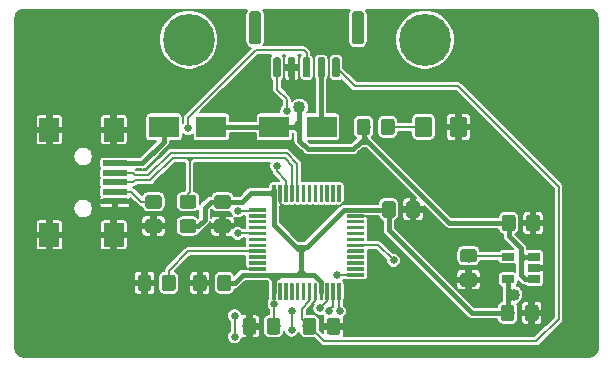
<source format=gbr>
%TF.GenerationSoftware,KiCad,Pcbnew,(6.0.0-rc1-dev-1583-gb0ab53ac2)*%
%TF.CreationDate,2019-01-25T22:49:34+01:00*%
%TF.ProjectId,SliderBar,536c6964-6572-4426-9172-2e6b69636164,rev?*%
%TF.SameCoordinates,Original*%
%TF.FileFunction,Copper,L1,Top*%
%TF.FilePolarity,Positive*%
%FSLAX46Y46*%
G04 Gerber Fmt 4.6, Leading zero omitted, Abs format (unit mm)*
G04 Created by KiCad (PCBNEW (6.0.0-rc1-dev-1583-gb0ab53ac2)) date 25/01/19 22:49:34 PM*
%MOMM*%
%LPD*%
G04 APERTURE LIST*
%ADD10C,0.100000*%
%ADD11C,1.150000*%
%ADD12C,1.000000*%
%ADD13C,0.600000*%
%ADD14R,2.500000X1.800000*%
%ADD15C,1.425000*%
%ADD16R,1.700000X2.000000*%
%ADD17R,2.000000X0.500000*%
%ADD18R,1.060000X0.650000*%
%ADD19C,0.300000*%
%ADD20C,4.400000*%
%ADD21C,1.016000*%
%ADD22C,0.635000*%
%ADD23C,0.381000*%
%ADD24C,0.203200*%
%ADD25C,0.406400*%
%ADD26C,0.127000*%
G04 APERTURE END LIST*
D10*
G36*
X148939505Y-73723204D02*
G01*
X148963773Y-73726804D01*
X148987572Y-73732765D01*
X149010671Y-73741030D01*
X149032850Y-73751520D01*
X149053893Y-73764132D01*
X149073599Y-73778747D01*
X149091777Y-73795223D01*
X149108253Y-73813401D01*
X149122868Y-73833107D01*
X149135480Y-73854150D01*
X149145970Y-73876329D01*
X149154235Y-73899428D01*
X149160196Y-73923227D01*
X149163796Y-73947495D01*
X149165000Y-73971999D01*
X149165000Y-74872001D01*
X149163796Y-74896505D01*
X149160196Y-74920773D01*
X149154235Y-74944572D01*
X149145970Y-74967671D01*
X149135480Y-74989850D01*
X149122868Y-75010893D01*
X149108253Y-75030599D01*
X149091777Y-75048777D01*
X149073599Y-75065253D01*
X149053893Y-75079868D01*
X149032850Y-75092480D01*
X149010671Y-75102970D01*
X148987572Y-75111235D01*
X148963773Y-75117196D01*
X148939505Y-75120796D01*
X148915001Y-75122000D01*
X148264999Y-75122000D01*
X148240495Y-75120796D01*
X148216227Y-75117196D01*
X148192428Y-75111235D01*
X148169329Y-75102970D01*
X148147150Y-75092480D01*
X148126107Y-75079868D01*
X148106401Y-75065253D01*
X148088223Y-75048777D01*
X148071747Y-75030599D01*
X148057132Y-75010893D01*
X148044520Y-74989850D01*
X148034030Y-74967671D01*
X148025765Y-74944572D01*
X148019804Y-74920773D01*
X148016204Y-74896505D01*
X148015000Y-74872001D01*
X148015000Y-73971999D01*
X148016204Y-73947495D01*
X148019804Y-73923227D01*
X148025765Y-73899428D01*
X148034030Y-73876329D01*
X148044520Y-73854150D01*
X148057132Y-73833107D01*
X148071747Y-73813401D01*
X148088223Y-73795223D01*
X148106401Y-73778747D01*
X148126107Y-73764132D01*
X148147150Y-73751520D01*
X148169329Y-73741030D01*
X148192428Y-73732765D01*
X148216227Y-73726804D01*
X148240495Y-73723204D01*
X148264999Y-73722000D01*
X148915001Y-73722000D01*
X148939505Y-73723204D01*
X148939505Y-73723204D01*
G37*
D11*
X148590000Y-74422000D03*
D10*
G36*
X150989505Y-73723204D02*
G01*
X151013773Y-73726804D01*
X151037572Y-73732765D01*
X151060671Y-73741030D01*
X151082850Y-73751520D01*
X151103893Y-73764132D01*
X151123599Y-73778747D01*
X151141777Y-73795223D01*
X151158253Y-73813401D01*
X151172868Y-73833107D01*
X151185480Y-73854150D01*
X151195970Y-73876329D01*
X151204235Y-73899428D01*
X151210196Y-73923227D01*
X151213796Y-73947495D01*
X151215000Y-73971999D01*
X151215000Y-74872001D01*
X151213796Y-74896505D01*
X151210196Y-74920773D01*
X151204235Y-74944572D01*
X151195970Y-74967671D01*
X151185480Y-74989850D01*
X151172868Y-75010893D01*
X151158253Y-75030599D01*
X151141777Y-75048777D01*
X151123599Y-75065253D01*
X151103893Y-75079868D01*
X151082850Y-75092480D01*
X151060671Y-75102970D01*
X151037572Y-75111235D01*
X151013773Y-75117196D01*
X150989505Y-75120796D01*
X150965001Y-75122000D01*
X150314999Y-75122000D01*
X150290495Y-75120796D01*
X150266227Y-75117196D01*
X150242428Y-75111235D01*
X150219329Y-75102970D01*
X150197150Y-75092480D01*
X150176107Y-75079868D01*
X150156401Y-75065253D01*
X150138223Y-75048777D01*
X150121747Y-75030599D01*
X150107132Y-75010893D01*
X150094520Y-74989850D01*
X150084030Y-74967671D01*
X150075765Y-74944572D01*
X150069804Y-74920773D01*
X150066204Y-74896505D01*
X150065000Y-74872001D01*
X150065000Y-73971999D01*
X150066204Y-73947495D01*
X150069804Y-73923227D01*
X150075765Y-73899428D01*
X150084030Y-73876329D01*
X150094520Y-73854150D01*
X150107132Y-73833107D01*
X150121747Y-73813401D01*
X150138223Y-73795223D01*
X150156401Y-73778747D01*
X150176107Y-73764132D01*
X150197150Y-73751520D01*
X150219329Y-73741030D01*
X150242428Y-73732765D01*
X150266227Y-73726804D01*
X150290495Y-73723204D01*
X150314999Y-73722000D01*
X150965001Y-73722000D01*
X150989505Y-73723204D01*
X150989505Y-73723204D01*
G37*
D11*
X150640000Y-74422000D03*
D10*
G36*
X169531506Y-60515204D02*
G01*
X169555774Y-60518804D01*
X169579573Y-60524765D01*
X169602672Y-60533030D01*
X169624851Y-60543520D01*
X169645894Y-60556132D01*
X169665600Y-60570747D01*
X169683778Y-60587223D01*
X169700254Y-60605401D01*
X169714869Y-60625107D01*
X169727481Y-60646150D01*
X169737971Y-60668329D01*
X169746236Y-60691428D01*
X169752197Y-60715227D01*
X169755797Y-60739495D01*
X169757001Y-60763999D01*
X169757001Y-61664001D01*
X169755797Y-61688505D01*
X169752197Y-61712773D01*
X169746236Y-61736572D01*
X169737971Y-61759671D01*
X169727481Y-61781850D01*
X169714869Y-61802893D01*
X169700254Y-61822599D01*
X169683778Y-61840777D01*
X169665600Y-61857253D01*
X169645894Y-61871868D01*
X169624851Y-61884480D01*
X169602672Y-61894970D01*
X169579573Y-61903235D01*
X169555774Y-61909196D01*
X169531506Y-61912796D01*
X169507002Y-61914000D01*
X168857000Y-61914000D01*
X168832496Y-61912796D01*
X168808228Y-61909196D01*
X168784429Y-61903235D01*
X168761330Y-61894970D01*
X168739151Y-61884480D01*
X168718108Y-61871868D01*
X168698402Y-61857253D01*
X168680224Y-61840777D01*
X168663748Y-61822599D01*
X168649133Y-61802893D01*
X168636521Y-61781850D01*
X168626031Y-61759671D01*
X168617766Y-61736572D01*
X168611805Y-61712773D01*
X168608205Y-61688505D01*
X168607001Y-61664001D01*
X168607001Y-60763999D01*
X168608205Y-60739495D01*
X168611805Y-60715227D01*
X168617766Y-60691428D01*
X168626031Y-60668329D01*
X168636521Y-60646150D01*
X168649133Y-60625107D01*
X168663748Y-60605401D01*
X168680224Y-60587223D01*
X168698402Y-60570747D01*
X168718108Y-60556132D01*
X168739151Y-60543520D01*
X168761330Y-60533030D01*
X168784429Y-60524765D01*
X168808228Y-60518804D01*
X168832496Y-60515204D01*
X168857000Y-60514000D01*
X169507002Y-60514000D01*
X169531506Y-60515204D01*
X169531506Y-60515204D01*
G37*
D11*
X169182001Y-61214000D03*
D10*
G36*
X167481506Y-60515204D02*
G01*
X167505774Y-60518804D01*
X167529573Y-60524765D01*
X167552672Y-60533030D01*
X167574851Y-60543520D01*
X167595894Y-60556132D01*
X167615600Y-60570747D01*
X167633778Y-60587223D01*
X167650254Y-60605401D01*
X167664869Y-60625107D01*
X167677481Y-60646150D01*
X167687971Y-60668329D01*
X167696236Y-60691428D01*
X167702197Y-60715227D01*
X167705797Y-60739495D01*
X167707001Y-60763999D01*
X167707001Y-61664001D01*
X167705797Y-61688505D01*
X167702197Y-61712773D01*
X167696236Y-61736572D01*
X167687971Y-61759671D01*
X167677481Y-61781850D01*
X167664869Y-61802893D01*
X167650254Y-61822599D01*
X167633778Y-61840777D01*
X167615600Y-61857253D01*
X167595894Y-61871868D01*
X167574851Y-61884480D01*
X167552672Y-61894970D01*
X167529573Y-61903235D01*
X167505774Y-61909196D01*
X167481506Y-61912796D01*
X167457002Y-61914000D01*
X166807000Y-61914000D01*
X166782496Y-61912796D01*
X166758228Y-61909196D01*
X166734429Y-61903235D01*
X166711330Y-61894970D01*
X166689151Y-61884480D01*
X166668108Y-61871868D01*
X166648402Y-61857253D01*
X166630224Y-61840777D01*
X166613748Y-61822599D01*
X166599133Y-61802893D01*
X166586521Y-61781850D01*
X166576031Y-61759671D01*
X166567766Y-61736572D01*
X166561805Y-61712773D01*
X166558205Y-61688505D01*
X166557001Y-61664001D01*
X166557001Y-60763999D01*
X166558205Y-60739495D01*
X166561805Y-60715227D01*
X166567766Y-60691428D01*
X166576031Y-60668329D01*
X166586521Y-60646150D01*
X166599133Y-60625107D01*
X166613748Y-60605401D01*
X166630224Y-60587223D01*
X166648402Y-60570747D01*
X166668108Y-60556132D01*
X166689151Y-60543520D01*
X166711330Y-60533030D01*
X166734429Y-60524765D01*
X166758228Y-60518804D01*
X166782496Y-60515204D01*
X166807000Y-60514000D01*
X167457002Y-60514000D01*
X167481506Y-60515204D01*
X167481506Y-60515204D01*
G37*
D11*
X167132001Y-61214000D03*
D10*
G36*
X152747505Y-66981204D02*
G01*
X152771773Y-66984804D01*
X152795572Y-66990765D01*
X152818671Y-66999030D01*
X152840850Y-67009520D01*
X152861893Y-67022132D01*
X152881599Y-67036747D01*
X152899777Y-67053223D01*
X152916253Y-67071401D01*
X152930868Y-67091107D01*
X152943480Y-67112150D01*
X152953970Y-67134329D01*
X152962235Y-67157428D01*
X152968196Y-67181227D01*
X152971796Y-67205495D01*
X152973000Y-67229999D01*
X152973000Y-67880001D01*
X152971796Y-67904505D01*
X152968196Y-67928773D01*
X152962235Y-67952572D01*
X152953970Y-67975671D01*
X152943480Y-67997850D01*
X152930868Y-68018893D01*
X152916253Y-68038599D01*
X152899777Y-68056777D01*
X152881599Y-68073253D01*
X152861893Y-68087868D01*
X152840850Y-68100480D01*
X152818671Y-68110970D01*
X152795572Y-68119235D01*
X152771773Y-68125196D01*
X152747505Y-68128796D01*
X152723001Y-68130000D01*
X151822999Y-68130000D01*
X151798495Y-68128796D01*
X151774227Y-68125196D01*
X151750428Y-68119235D01*
X151727329Y-68110970D01*
X151705150Y-68100480D01*
X151684107Y-68087868D01*
X151664401Y-68073253D01*
X151646223Y-68056777D01*
X151629747Y-68038599D01*
X151615132Y-68018893D01*
X151602520Y-67997850D01*
X151592030Y-67975671D01*
X151583765Y-67952572D01*
X151577804Y-67928773D01*
X151574204Y-67904505D01*
X151573000Y-67880001D01*
X151573000Y-67229999D01*
X151574204Y-67205495D01*
X151577804Y-67181227D01*
X151583765Y-67157428D01*
X151592030Y-67134329D01*
X151602520Y-67112150D01*
X151615132Y-67091107D01*
X151629747Y-67071401D01*
X151646223Y-67053223D01*
X151664401Y-67036747D01*
X151684107Y-67022132D01*
X151705150Y-67009520D01*
X151727329Y-66999030D01*
X151750428Y-66990765D01*
X151774227Y-66984804D01*
X151798495Y-66981204D01*
X151822999Y-66980000D01*
X152723001Y-66980000D01*
X152747505Y-66981204D01*
X152747505Y-66981204D01*
G37*
D11*
X152273000Y-67555000D03*
D10*
G36*
X152747505Y-69031204D02*
G01*
X152771773Y-69034804D01*
X152795572Y-69040765D01*
X152818671Y-69049030D01*
X152840850Y-69059520D01*
X152861893Y-69072132D01*
X152881599Y-69086747D01*
X152899777Y-69103223D01*
X152916253Y-69121401D01*
X152930868Y-69141107D01*
X152943480Y-69162150D01*
X152953970Y-69184329D01*
X152962235Y-69207428D01*
X152968196Y-69231227D01*
X152971796Y-69255495D01*
X152973000Y-69279999D01*
X152973000Y-69930001D01*
X152971796Y-69954505D01*
X152968196Y-69978773D01*
X152962235Y-70002572D01*
X152953970Y-70025671D01*
X152943480Y-70047850D01*
X152930868Y-70068893D01*
X152916253Y-70088599D01*
X152899777Y-70106777D01*
X152881599Y-70123253D01*
X152861893Y-70137868D01*
X152840850Y-70150480D01*
X152818671Y-70160970D01*
X152795572Y-70169235D01*
X152771773Y-70175196D01*
X152747505Y-70178796D01*
X152723001Y-70180000D01*
X151822999Y-70180000D01*
X151798495Y-70178796D01*
X151774227Y-70175196D01*
X151750428Y-70169235D01*
X151727329Y-70160970D01*
X151705150Y-70150480D01*
X151684107Y-70137868D01*
X151664401Y-70123253D01*
X151646223Y-70106777D01*
X151629747Y-70088599D01*
X151615132Y-70068893D01*
X151602520Y-70047850D01*
X151592030Y-70025671D01*
X151583765Y-70002572D01*
X151577804Y-69978773D01*
X151574204Y-69954505D01*
X151573000Y-69930001D01*
X151573000Y-69279999D01*
X151574204Y-69255495D01*
X151577804Y-69231227D01*
X151583765Y-69207428D01*
X151592030Y-69184329D01*
X151602520Y-69162150D01*
X151615132Y-69141107D01*
X151629747Y-69121401D01*
X151646223Y-69103223D01*
X151664401Y-69086747D01*
X151684107Y-69072132D01*
X151705150Y-69059520D01*
X151727329Y-69049030D01*
X151750428Y-69040765D01*
X151774227Y-69034804D01*
X151798495Y-69031204D01*
X151822999Y-69030000D01*
X152723001Y-69030000D01*
X152747505Y-69031204D01*
X152747505Y-69031204D01*
G37*
D11*
X152273000Y-69605000D03*
D10*
G36*
X149826505Y-69031204D02*
G01*
X149850773Y-69034804D01*
X149874572Y-69040765D01*
X149897671Y-69049030D01*
X149919850Y-69059520D01*
X149940893Y-69072132D01*
X149960599Y-69086747D01*
X149978777Y-69103223D01*
X149995253Y-69121401D01*
X150009868Y-69141107D01*
X150022480Y-69162150D01*
X150032970Y-69184329D01*
X150041235Y-69207428D01*
X150047196Y-69231227D01*
X150050796Y-69255495D01*
X150052000Y-69279999D01*
X150052000Y-69930001D01*
X150050796Y-69954505D01*
X150047196Y-69978773D01*
X150041235Y-70002572D01*
X150032970Y-70025671D01*
X150022480Y-70047850D01*
X150009868Y-70068893D01*
X149995253Y-70088599D01*
X149978777Y-70106777D01*
X149960599Y-70123253D01*
X149940893Y-70137868D01*
X149919850Y-70150480D01*
X149897671Y-70160970D01*
X149874572Y-70169235D01*
X149850773Y-70175196D01*
X149826505Y-70178796D01*
X149802001Y-70180000D01*
X148901999Y-70180000D01*
X148877495Y-70178796D01*
X148853227Y-70175196D01*
X148829428Y-70169235D01*
X148806329Y-70160970D01*
X148784150Y-70150480D01*
X148763107Y-70137868D01*
X148743401Y-70123253D01*
X148725223Y-70106777D01*
X148708747Y-70088599D01*
X148694132Y-70068893D01*
X148681520Y-70047850D01*
X148671030Y-70025671D01*
X148662765Y-70002572D01*
X148656804Y-69978773D01*
X148653204Y-69954505D01*
X148652000Y-69930001D01*
X148652000Y-69279999D01*
X148653204Y-69255495D01*
X148656804Y-69231227D01*
X148662765Y-69207428D01*
X148671030Y-69184329D01*
X148681520Y-69162150D01*
X148694132Y-69141107D01*
X148708747Y-69121401D01*
X148725223Y-69103223D01*
X148743401Y-69086747D01*
X148763107Y-69072132D01*
X148784150Y-69059520D01*
X148806329Y-69049030D01*
X148829428Y-69040765D01*
X148853227Y-69034804D01*
X148877495Y-69031204D01*
X148901999Y-69030000D01*
X149802001Y-69030000D01*
X149826505Y-69031204D01*
X149826505Y-69031204D01*
G37*
D11*
X149352000Y-69605000D03*
D10*
G36*
X149826505Y-66981204D02*
G01*
X149850773Y-66984804D01*
X149874572Y-66990765D01*
X149897671Y-66999030D01*
X149919850Y-67009520D01*
X149940893Y-67022132D01*
X149960599Y-67036747D01*
X149978777Y-67053223D01*
X149995253Y-67071401D01*
X150009868Y-67091107D01*
X150022480Y-67112150D01*
X150032970Y-67134329D01*
X150041235Y-67157428D01*
X150047196Y-67181227D01*
X150050796Y-67205495D01*
X150052000Y-67229999D01*
X150052000Y-67880001D01*
X150050796Y-67904505D01*
X150047196Y-67928773D01*
X150041235Y-67952572D01*
X150032970Y-67975671D01*
X150022480Y-67997850D01*
X150009868Y-68018893D01*
X149995253Y-68038599D01*
X149978777Y-68056777D01*
X149960599Y-68073253D01*
X149940893Y-68087868D01*
X149919850Y-68100480D01*
X149897671Y-68110970D01*
X149874572Y-68119235D01*
X149850773Y-68125196D01*
X149826505Y-68128796D01*
X149802001Y-68130000D01*
X148901999Y-68130000D01*
X148877495Y-68128796D01*
X148853227Y-68125196D01*
X148829428Y-68119235D01*
X148806329Y-68110970D01*
X148784150Y-68100480D01*
X148763107Y-68087868D01*
X148743401Y-68073253D01*
X148725223Y-68056777D01*
X148708747Y-68038599D01*
X148694132Y-68018893D01*
X148681520Y-67997850D01*
X148671030Y-67975671D01*
X148662765Y-67952572D01*
X148656804Y-67928773D01*
X148653204Y-67904505D01*
X148652000Y-67880001D01*
X148652000Y-67229999D01*
X148653204Y-67205495D01*
X148656804Y-67181227D01*
X148662765Y-67157428D01*
X148671030Y-67134329D01*
X148681520Y-67112150D01*
X148694132Y-67091107D01*
X148708747Y-67071401D01*
X148725223Y-67053223D01*
X148743401Y-67036747D01*
X148763107Y-67022132D01*
X148784150Y-67009520D01*
X148806329Y-66999030D01*
X148829428Y-66990765D01*
X148853227Y-66984804D01*
X148877495Y-66981204D01*
X148901999Y-66980000D01*
X149802001Y-66980000D01*
X149826505Y-66981204D01*
X149826505Y-66981204D01*
G37*
D11*
X149352000Y-67555000D03*
D10*
G36*
X166930504Y-51430204D02*
G01*
X166954773Y-51433804D01*
X166978571Y-51439765D01*
X167001671Y-51448030D01*
X167023849Y-51458520D01*
X167044893Y-51471133D01*
X167064598Y-51485747D01*
X167082777Y-51502223D01*
X167099253Y-51520402D01*
X167113867Y-51540107D01*
X167126480Y-51561151D01*
X167136970Y-51583329D01*
X167145235Y-51606429D01*
X167151196Y-51630227D01*
X167154796Y-51654496D01*
X167156000Y-51679000D01*
X167156000Y-53979000D01*
X167154796Y-54003504D01*
X167151196Y-54027773D01*
X167145235Y-54051571D01*
X167136970Y-54074671D01*
X167126480Y-54096849D01*
X167113867Y-54117893D01*
X167099253Y-54137598D01*
X167082777Y-54155777D01*
X167064598Y-54172253D01*
X167044893Y-54186867D01*
X167023849Y-54199480D01*
X167001671Y-54209970D01*
X166978571Y-54218235D01*
X166954773Y-54224196D01*
X166930504Y-54227796D01*
X166906000Y-54229000D01*
X166406000Y-54229000D01*
X166381496Y-54227796D01*
X166357227Y-54224196D01*
X166333429Y-54218235D01*
X166310329Y-54209970D01*
X166288151Y-54199480D01*
X166267107Y-54186867D01*
X166247402Y-54172253D01*
X166229223Y-54155777D01*
X166212747Y-54137598D01*
X166198133Y-54117893D01*
X166185520Y-54096849D01*
X166175030Y-54074671D01*
X166166765Y-54051571D01*
X166160804Y-54027773D01*
X166157204Y-54003504D01*
X166156000Y-53979000D01*
X166156000Y-51679000D01*
X166157204Y-51654496D01*
X166160804Y-51630227D01*
X166166765Y-51606429D01*
X166175030Y-51583329D01*
X166185520Y-51561151D01*
X166198133Y-51540107D01*
X166212747Y-51520402D01*
X166229223Y-51502223D01*
X166247402Y-51485747D01*
X166267107Y-51471133D01*
X166288151Y-51458520D01*
X166310329Y-51448030D01*
X166333429Y-51439765D01*
X166357227Y-51433804D01*
X166381496Y-51430204D01*
X166406000Y-51429000D01*
X166906000Y-51429000D01*
X166930504Y-51430204D01*
X166930504Y-51430204D01*
G37*
D12*
X166656000Y-52829000D03*
D10*
G36*
X158230504Y-51430204D02*
G01*
X158254773Y-51433804D01*
X158278571Y-51439765D01*
X158301671Y-51448030D01*
X158323849Y-51458520D01*
X158344893Y-51471133D01*
X158364598Y-51485747D01*
X158382777Y-51502223D01*
X158399253Y-51520402D01*
X158413867Y-51540107D01*
X158426480Y-51561151D01*
X158436970Y-51583329D01*
X158445235Y-51606429D01*
X158451196Y-51630227D01*
X158454796Y-51654496D01*
X158456000Y-51679000D01*
X158456000Y-53979000D01*
X158454796Y-54003504D01*
X158451196Y-54027773D01*
X158445235Y-54051571D01*
X158436970Y-54074671D01*
X158426480Y-54096849D01*
X158413867Y-54117893D01*
X158399253Y-54137598D01*
X158382777Y-54155777D01*
X158364598Y-54172253D01*
X158344893Y-54186867D01*
X158323849Y-54199480D01*
X158301671Y-54209970D01*
X158278571Y-54218235D01*
X158254773Y-54224196D01*
X158230504Y-54227796D01*
X158206000Y-54229000D01*
X157706000Y-54229000D01*
X157681496Y-54227796D01*
X157657227Y-54224196D01*
X157633429Y-54218235D01*
X157610329Y-54209970D01*
X157588151Y-54199480D01*
X157567107Y-54186867D01*
X157547402Y-54172253D01*
X157529223Y-54155777D01*
X157512747Y-54137598D01*
X157498133Y-54117893D01*
X157485520Y-54096849D01*
X157475030Y-54074671D01*
X157466765Y-54051571D01*
X157460804Y-54027773D01*
X157457204Y-54003504D01*
X157456000Y-53979000D01*
X157456000Y-51679000D01*
X157457204Y-51654496D01*
X157460804Y-51630227D01*
X157466765Y-51606429D01*
X157475030Y-51583329D01*
X157485520Y-51561151D01*
X157498133Y-51540107D01*
X157512747Y-51520402D01*
X157529223Y-51502223D01*
X157547402Y-51485747D01*
X157567107Y-51471133D01*
X157588151Y-51458520D01*
X157610329Y-51448030D01*
X157633429Y-51439765D01*
X157657227Y-51433804D01*
X157681496Y-51430204D01*
X157706000Y-51429000D01*
X158206000Y-51429000D01*
X158230504Y-51430204D01*
X158230504Y-51430204D01*
G37*
D12*
X157956000Y-52829000D03*
D10*
G36*
X164970703Y-55329722D02*
G01*
X164985264Y-55331882D01*
X164999543Y-55335459D01*
X165013403Y-55340418D01*
X165026710Y-55346712D01*
X165039336Y-55354280D01*
X165051159Y-55363048D01*
X165062066Y-55372934D01*
X165071952Y-55383841D01*
X165080720Y-55395664D01*
X165088288Y-55408290D01*
X165094582Y-55421597D01*
X165099541Y-55435457D01*
X165103118Y-55449736D01*
X165105278Y-55464297D01*
X165106000Y-55479000D01*
X165106000Y-56879000D01*
X165105278Y-56893703D01*
X165103118Y-56908264D01*
X165099541Y-56922543D01*
X165094582Y-56936403D01*
X165088288Y-56949710D01*
X165080720Y-56962336D01*
X165071952Y-56974159D01*
X165062066Y-56985066D01*
X165051159Y-56994952D01*
X165039336Y-57003720D01*
X165026710Y-57011288D01*
X165013403Y-57017582D01*
X164999543Y-57022541D01*
X164985264Y-57026118D01*
X164970703Y-57028278D01*
X164956000Y-57029000D01*
X164656000Y-57029000D01*
X164641297Y-57028278D01*
X164626736Y-57026118D01*
X164612457Y-57022541D01*
X164598597Y-57017582D01*
X164585290Y-57011288D01*
X164572664Y-57003720D01*
X164560841Y-56994952D01*
X164549934Y-56985066D01*
X164540048Y-56974159D01*
X164531280Y-56962336D01*
X164523712Y-56949710D01*
X164517418Y-56936403D01*
X164512459Y-56922543D01*
X164508882Y-56908264D01*
X164506722Y-56893703D01*
X164506000Y-56879000D01*
X164506000Y-55479000D01*
X164506722Y-55464297D01*
X164508882Y-55449736D01*
X164512459Y-55435457D01*
X164517418Y-55421597D01*
X164523712Y-55408290D01*
X164531280Y-55395664D01*
X164540048Y-55383841D01*
X164549934Y-55372934D01*
X164560841Y-55363048D01*
X164572664Y-55354280D01*
X164585290Y-55346712D01*
X164598597Y-55340418D01*
X164612457Y-55335459D01*
X164626736Y-55331882D01*
X164641297Y-55329722D01*
X164656000Y-55329000D01*
X164956000Y-55329000D01*
X164970703Y-55329722D01*
X164970703Y-55329722D01*
G37*
D13*
X164806000Y-56179000D03*
D10*
G36*
X163720703Y-55329722D02*
G01*
X163735264Y-55331882D01*
X163749543Y-55335459D01*
X163763403Y-55340418D01*
X163776710Y-55346712D01*
X163789336Y-55354280D01*
X163801159Y-55363048D01*
X163812066Y-55372934D01*
X163821952Y-55383841D01*
X163830720Y-55395664D01*
X163838288Y-55408290D01*
X163844582Y-55421597D01*
X163849541Y-55435457D01*
X163853118Y-55449736D01*
X163855278Y-55464297D01*
X163856000Y-55479000D01*
X163856000Y-56879000D01*
X163855278Y-56893703D01*
X163853118Y-56908264D01*
X163849541Y-56922543D01*
X163844582Y-56936403D01*
X163838288Y-56949710D01*
X163830720Y-56962336D01*
X163821952Y-56974159D01*
X163812066Y-56985066D01*
X163801159Y-56994952D01*
X163789336Y-57003720D01*
X163776710Y-57011288D01*
X163763403Y-57017582D01*
X163749543Y-57022541D01*
X163735264Y-57026118D01*
X163720703Y-57028278D01*
X163706000Y-57029000D01*
X163406000Y-57029000D01*
X163391297Y-57028278D01*
X163376736Y-57026118D01*
X163362457Y-57022541D01*
X163348597Y-57017582D01*
X163335290Y-57011288D01*
X163322664Y-57003720D01*
X163310841Y-56994952D01*
X163299934Y-56985066D01*
X163290048Y-56974159D01*
X163281280Y-56962336D01*
X163273712Y-56949710D01*
X163267418Y-56936403D01*
X163262459Y-56922543D01*
X163258882Y-56908264D01*
X163256722Y-56893703D01*
X163256000Y-56879000D01*
X163256000Y-55479000D01*
X163256722Y-55464297D01*
X163258882Y-55449736D01*
X163262459Y-55435457D01*
X163267418Y-55421597D01*
X163273712Y-55408290D01*
X163281280Y-55395664D01*
X163290048Y-55383841D01*
X163299934Y-55372934D01*
X163310841Y-55363048D01*
X163322664Y-55354280D01*
X163335290Y-55346712D01*
X163348597Y-55340418D01*
X163362457Y-55335459D01*
X163376736Y-55331882D01*
X163391297Y-55329722D01*
X163406000Y-55329000D01*
X163706000Y-55329000D01*
X163720703Y-55329722D01*
X163720703Y-55329722D01*
G37*
D13*
X163556000Y-56179000D03*
D10*
G36*
X162470703Y-55329722D02*
G01*
X162485264Y-55331882D01*
X162499543Y-55335459D01*
X162513403Y-55340418D01*
X162526710Y-55346712D01*
X162539336Y-55354280D01*
X162551159Y-55363048D01*
X162562066Y-55372934D01*
X162571952Y-55383841D01*
X162580720Y-55395664D01*
X162588288Y-55408290D01*
X162594582Y-55421597D01*
X162599541Y-55435457D01*
X162603118Y-55449736D01*
X162605278Y-55464297D01*
X162606000Y-55479000D01*
X162606000Y-56879000D01*
X162605278Y-56893703D01*
X162603118Y-56908264D01*
X162599541Y-56922543D01*
X162594582Y-56936403D01*
X162588288Y-56949710D01*
X162580720Y-56962336D01*
X162571952Y-56974159D01*
X162562066Y-56985066D01*
X162551159Y-56994952D01*
X162539336Y-57003720D01*
X162526710Y-57011288D01*
X162513403Y-57017582D01*
X162499543Y-57022541D01*
X162485264Y-57026118D01*
X162470703Y-57028278D01*
X162456000Y-57029000D01*
X162156000Y-57029000D01*
X162141297Y-57028278D01*
X162126736Y-57026118D01*
X162112457Y-57022541D01*
X162098597Y-57017582D01*
X162085290Y-57011288D01*
X162072664Y-57003720D01*
X162060841Y-56994952D01*
X162049934Y-56985066D01*
X162040048Y-56974159D01*
X162031280Y-56962336D01*
X162023712Y-56949710D01*
X162017418Y-56936403D01*
X162012459Y-56922543D01*
X162008882Y-56908264D01*
X162006722Y-56893703D01*
X162006000Y-56879000D01*
X162006000Y-55479000D01*
X162006722Y-55464297D01*
X162008882Y-55449736D01*
X162012459Y-55435457D01*
X162017418Y-55421597D01*
X162023712Y-55408290D01*
X162031280Y-55395664D01*
X162040048Y-55383841D01*
X162049934Y-55372934D01*
X162060841Y-55363048D01*
X162072664Y-55354280D01*
X162085290Y-55346712D01*
X162098597Y-55340418D01*
X162112457Y-55335459D01*
X162126736Y-55331882D01*
X162141297Y-55329722D01*
X162156000Y-55329000D01*
X162456000Y-55329000D01*
X162470703Y-55329722D01*
X162470703Y-55329722D01*
G37*
D13*
X162306000Y-56179000D03*
D10*
G36*
X161220703Y-55329722D02*
G01*
X161235264Y-55331882D01*
X161249543Y-55335459D01*
X161263403Y-55340418D01*
X161276710Y-55346712D01*
X161289336Y-55354280D01*
X161301159Y-55363048D01*
X161312066Y-55372934D01*
X161321952Y-55383841D01*
X161330720Y-55395664D01*
X161338288Y-55408290D01*
X161344582Y-55421597D01*
X161349541Y-55435457D01*
X161353118Y-55449736D01*
X161355278Y-55464297D01*
X161356000Y-55479000D01*
X161356000Y-56879000D01*
X161355278Y-56893703D01*
X161353118Y-56908264D01*
X161349541Y-56922543D01*
X161344582Y-56936403D01*
X161338288Y-56949710D01*
X161330720Y-56962336D01*
X161321952Y-56974159D01*
X161312066Y-56985066D01*
X161301159Y-56994952D01*
X161289336Y-57003720D01*
X161276710Y-57011288D01*
X161263403Y-57017582D01*
X161249543Y-57022541D01*
X161235264Y-57026118D01*
X161220703Y-57028278D01*
X161206000Y-57029000D01*
X160906000Y-57029000D01*
X160891297Y-57028278D01*
X160876736Y-57026118D01*
X160862457Y-57022541D01*
X160848597Y-57017582D01*
X160835290Y-57011288D01*
X160822664Y-57003720D01*
X160810841Y-56994952D01*
X160799934Y-56985066D01*
X160790048Y-56974159D01*
X160781280Y-56962336D01*
X160773712Y-56949710D01*
X160767418Y-56936403D01*
X160762459Y-56922543D01*
X160758882Y-56908264D01*
X160756722Y-56893703D01*
X160756000Y-56879000D01*
X160756000Y-55479000D01*
X160756722Y-55464297D01*
X160758882Y-55449736D01*
X160762459Y-55435457D01*
X160767418Y-55421597D01*
X160773712Y-55408290D01*
X160781280Y-55395664D01*
X160790048Y-55383841D01*
X160799934Y-55372934D01*
X160810841Y-55363048D01*
X160822664Y-55354280D01*
X160835290Y-55346712D01*
X160848597Y-55340418D01*
X160862457Y-55335459D01*
X160876736Y-55331882D01*
X160891297Y-55329722D01*
X160906000Y-55329000D01*
X161206000Y-55329000D01*
X161220703Y-55329722D01*
X161220703Y-55329722D01*
G37*
D13*
X161056000Y-56179000D03*
D10*
G36*
X159970703Y-55329722D02*
G01*
X159985264Y-55331882D01*
X159999543Y-55335459D01*
X160013403Y-55340418D01*
X160026710Y-55346712D01*
X160039336Y-55354280D01*
X160051159Y-55363048D01*
X160062066Y-55372934D01*
X160071952Y-55383841D01*
X160080720Y-55395664D01*
X160088288Y-55408290D01*
X160094582Y-55421597D01*
X160099541Y-55435457D01*
X160103118Y-55449736D01*
X160105278Y-55464297D01*
X160106000Y-55479000D01*
X160106000Y-56879000D01*
X160105278Y-56893703D01*
X160103118Y-56908264D01*
X160099541Y-56922543D01*
X160094582Y-56936403D01*
X160088288Y-56949710D01*
X160080720Y-56962336D01*
X160071952Y-56974159D01*
X160062066Y-56985066D01*
X160051159Y-56994952D01*
X160039336Y-57003720D01*
X160026710Y-57011288D01*
X160013403Y-57017582D01*
X159999543Y-57022541D01*
X159985264Y-57026118D01*
X159970703Y-57028278D01*
X159956000Y-57029000D01*
X159656000Y-57029000D01*
X159641297Y-57028278D01*
X159626736Y-57026118D01*
X159612457Y-57022541D01*
X159598597Y-57017582D01*
X159585290Y-57011288D01*
X159572664Y-57003720D01*
X159560841Y-56994952D01*
X159549934Y-56985066D01*
X159540048Y-56974159D01*
X159531280Y-56962336D01*
X159523712Y-56949710D01*
X159517418Y-56936403D01*
X159512459Y-56922543D01*
X159508882Y-56908264D01*
X159506722Y-56893703D01*
X159506000Y-56879000D01*
X159506000Y-55479000D01*
X159506722Y-55464297D01*
X159508882Y-55449736D01*
X159512459Y-55435457D01*
X159517418Y-55421597D01*
X159523712Y-55408290D01*
X159531280Y-55395664D01*
X159540048Y-55383841D01*
X159549934Y-55372934D01*
X159560841Y-55363048D01*
X159572664Y-55354280D01*
X159585290Y-55346712D01*
X159598597Y-55340418D01*
X159612457Y-55335459D01*
X159626736Y-55331882D01*
X159641297Y-55329722D01*
X159656000Y-55329000D01*
X159956000Y-55329000D01*
X159970703Y-55329722D01*
X159970703Y-55329722D01*
G37*
D13*
X159806000Y-56179000D03*
D14*
X163576000Y-61214000D03*
X159576000Y-61214000D03*
X150241001Y-61213999D03*
X154241001Y-61213999D03*
D10*
G36*
X157811505Y-77406204D02*
G01*
X157835773Y-77409804D01*
X157859572Y-77415765D01*
X157882671Y-77424030D01*
X157904850Y-77434520D01*
X157925893Y-77447132D01*
X157945599Y-77461747D01*
X157963777Y-77478223D01*
X157980253Y-77496401D01*
X157994868Y-77516107D01*
X158007480Y-77537150D01*
X158017970Y-77559329D01*
X158026235Y-77582428D01*
X158032196Y-77606227D01*
X158035796Y-77630495D01*
X158037000Y-77654999D01*
X158037000Y-78555001D01*
X158035796Y-78579505D01*
X158032196Y-78603773D01*
X158026235Y-78627572D01*
X158017970Y-78650671D01*
X158007480Y-78672850D01*
X157994868Y-78693893D01*
X157980253Y-78713599D01*
X157963777Y-78731777D01*
X157945599Y-78748253D01*
X157925893Y-78762868D01*
X157904850Y-78775480D01*
X157882671Y-78785970D01*
X157859572Y-78794235D01*
X157835773Y-78800196D01*
X157811505Y-78803796D01*
X157787001Y-78805000D01*
X157136999Y-78805000D01*
X157112495Y-78803796D01*
X157088227Y-78800196D01*
X157064428Y-78794235D01*
X157041329Y-78785970D01*
X157019150Y-78775480D01*
X156998107Y-78762868D01*
X156978401Y-78748253D01*
X156960223Y-78731777D01*
X156943747Y-78713599D01*
X156929132Y-78693893D01*
X156916520Y-78672850D01*
X156906030Y-78650671D01*
X156897765Y-78627572D01*
X156891804Y-78603773D01*
X156888204Y-78579505D01*
X156887000Y-78555001D01*
X156887000Y-77654999D01*
X156888204Y-77630495D01*
X156891804Y-77606227D01*
X156897765Y-77582428D01*
X156906030Y-77559329D01*
X156916520Y-77537150D01*
X156929132Y-77516107D01*
X156943747Y-77496401D01*
X156960223Y-77478223D01*
X156978401Y-77461747D01*
X156998107Y-77447132D01*
X157019150Y-77434520D01*
X157041329Y-77424030D01*
X157064428Y-77415765D01*
X157088227Y-77409804D01*
X157112495Y-77406204D01*
X157136999Y-77405000D01*
X157787001Y-77405000D01*
X157811505Y-77406204D01*
X157811505Y-77406204D01*
G37*
D11*
X157462000Y-78105000D03*
D10*
G36*
X159861505Y-77406204D02*
G01*
X159885773Y-77409804D01*
X159909572Y-77415765D01*
X159932671Y-77424030D01*
X159954850Y-77434520D01*
X159975893Y-77447132D01*
X159995599Y-77461747D01*
X160013777Y-77478223D01*
X160030253Y-77496401D01*
X160044868Y-77516107D01*
X160057480Y-77537150D01*
X160067970Y-77559329D01*
X160076235Y-77582428D01*
X160082196Y-77606227D01*
X160085796Y-77630495D01*
X160087000Y-77654999D01*
X160087000Y-78555001D01*
X160085796Y-78579505D01*
X160082196Y-78603773D01*
X160076235Y-78627572D01*
X160067970Y-78650671D01*
X160057480Y-78672850D01*
X160044868Y-78693893D01*
X160030253Y-78713599D01*
X160013777Y-78731777D01*
X159995599Y-78748253D01*
X159975893Y-78762868D01*
X159954850Y-78775480D01*
X159932671Y-78785970D01*
X159909572Y-78794235D01*
X159885773Y-78800196D01*
X159861505Y-78803796D01*
X159837001Y-78805000D01*
X159186999Y-78805000D01*
X159162495Y-78803796D01*
X159138227Y-78800196D01*
X159114428Y-78794235D01*
X159091329Y-78785970D01*
X159069150Y-78775480D01*
X159048107Y-78762868D01*
X159028401Y-78748253D01*
X159010223Y-78731777D01*
X158993747Y-78713599D01*
X158979132Y-78693893D01*
X158966520Y-78672850D01*
X158956030Y-78650671D01*
X158947765Y-78627572D01*
X158941804Y-78603773D01*
X158938204Y-78579505D01*
X158937000Y-78555001D01*
X158937000Y-77654999D01*
X158938204Y-77630495D01*
X158941804Y-77606227D01*
X158947765Y-77582428D01*
X158956030Y-77559329D01*
X158966520Y-77537150D01*
X158979132Y-77516107D01*
X158993747Y-77496401D01*
X159010223Y-77478223D01*
X159028401Y-77461747D01*
X159048107Y-77447132D01*
X159069150Y-77434520D01*
X159091329Y-77424030D01*
X159114428Y-77415765D01*
X159138227Y-77409804D01*
X159162495Y-77406204D01*
X159186999Y-77405000D01*
X159837001Y-77405000D01*
X159861505Y-77406204D01*
X159861505Y-77406204D01*
G37*
D11*
X159512000Y-78105000D03*
D10*
G36*
X171672505Y-67500204D02*
G01*
X171696773Y-67503804D01*
X171720572Y-67509765D01*
X171743671Y-67518030D01*
X171765850Y-67528520D01*
X171786893Y-67541132D01*
X171806599Y-67555747D01*
X171824777Y-67572223D01*
X171841253Y-67590401D01*
X171855868Y-67610107D01*
X171868480Y-67631150D01*
X171878970Y-67653329D01*
X171887235Y-67676428D01*
X171893196Y-67700227D01*
X171896796Y-67724495D01*
X171898000Y-67748999D01*
X171898000Y-68649001D01*
X171896796Y-68673505D01*
X171893196Y-68697773D01*
X171887235Y-68721572D01*
X171878970Y-68744671D01*
X171868480Y-68766850D01*
X171855868Y-68787893D01*
X171841253Y-68807599D01*
X171824777Y-68825777D01*
X171806599Y-68842253D01*
X171786893Y-68856868D01*
X171765850Y-68869480D01*
X171743671Y-68879970D01*
X171720572Y-68888235D01*
X171696773Y-68894196D01*
X171672505Y-68897796D01*
X171648001Y-68899000D01*
X170997999Y-68899000D01*
X170973495Y-68897796D01*
X170949227Y-68894196D01*
X170925428Y-68888235D01*
X170902329Y-68879970D01*
X170880150Y-68869480D01*
X170859107Y-68856868D01*
X170839401Y-68842253D01*
X170821223Y-68825777D01*
X170804747Y-68807599D01*
X170790132Y-68787893D01*
X170777520Y-68766850D01*
X170767030Y-68744671D01*
X170758765Y-68721572D01*
X170752804Y-68697773D01*
X170749204Y-68673505D01*
X170748000Y-68649001D01*
X170748000Y-67748999D01*
X170749204Y-67724495D01*
X170752804Y-67700227D01*
X170758765Y-67676428D01*
X170767030Y-67653329D01*
X170777520Y-67631150D01*
X170790132Y-67610107D01*
X170804747Y-67590401D01*
X170821223Y-67572223D01*
X170839401Y-67555747D01*
X170859107Y-67541132D01*
X170880150Y-67528520D01*
X170902329Y-67518030D01*
X170925428Y-67509765D01*
X170949227Y-67503804D01*
X170973495Y-67500204D01*
X170997999Y-67499000D01*
X171648001Y-67499000D01*
X171672505Y-67500204D01*
X171672505Y-67500204D01*
G37*
D11*
X171323000Y-68199000D03*
D10*
G36*
X169622505Y-67500204D02*
G01*
X169646773Y-67503804D01*
X169670572Y-67509765D01*
X169693671Y-67518030D01*
X169715850Y-67528520D01*
X169736893Y-67541132D01*
X169756599Y-67555747D01*
X169774777Y-67572223D01*
X169791253Y-67590401D01*
X169805868Y-67610107D01*
X169818480Y-67631150D01*
X169828970Y-67653329D01*
X169837235Y-67676428D01*
X169843196Y-67700227D01*
X169846796Y-67724495D01*
X169848000Y-67748999D01*
X169848000Y-68649001D01*
X169846796Y-68673505D01*
X169843196Y-68697773D01*
X169837235Y-68721572D01*
X169828970Y-68744671D01*
X169818480Y-68766850D01*
X169805868Y-68787893D01*
X169791253Y-68807599D01*
X169774777Y-68825777D01*
X169756599Y-68842253D01*
X169736893Y-68856868D01*
X169715850Y-68869480D01*
X169693671Y-68879970D01*
X169670572Y-68888235D01*
X169646773Y-68894196D01*
X169622505Y-68897796D01*
X169598001Y-68899000D01*
X168947999Y-68899000D01*
X168923495Y-68897796D01*
X168899227Y-68894196D01*
X168875428Y-68888235D01*
X168852329Y-68879970D01*
X168830150Y-68869480D01*
X168809107Y-68856868D01*
X168789401Y-68842253D01*
X168771223Y-68825777D01*
X168754747Y-68807599D01*
X168740132Y-68787893D01*
X168727520Y-68766850D01*
X168717030Y-68744671D01*
X168708765Y-68721572D01*
X168702804Y-68697773D01*
X168699204Y-68673505D01*
X168698000Y-68649001D01*
X168698000Y-67748999D01*
X168699204Y-67724495D01*
X168702804Y-67700227D01*
X168708765Y-67676428D01*
X168717030Y-67653329D01*
X168727520Y-67631150D01*
X168740132Y-67610107D01*
X168754747Y-67590401D01*
X168771223Y-67572223D01*
X168789401Y-67555747D01*
X168809107Y-67541132D01*
X168830150Y-67528520D01*
X168852329Y-67518030D01*
X168875428Y-67509765D01*
X168899227Y-67503804D01*
X168923495Y-67500204D01*
X168947999Y-67499000D01*
X169598001Y-67499000D01*
X169622505Y-67500204D01*
X169622505Y-67500204D01*
G37*
D11*
X169273000Y-68199000D03*
D10*
G36*
X164950505Y-77406204D02*
G01*
X164974773Y-77409804D01*
X164998572Y-77415765D01*
X165021671Y-77424030D01*
X165043850Y-77434520D01*
X165064893Y-77447132D01*
X165084599Y-77461747D01*
X165102777Y-77478223D01*
X165119253Y-77496401D01*
X165133868Y-77516107D01*
X165146480Y-77537150D01*
X165156970Y-77559329D01*
X165165235Y-77582428D01*
X165171196Y-77606227D01*
X165174796Y-77630495D01*
X165176000Y-77654999D01*
X165176000Y-78555001D01*
X165174796Y-78579505D01*
X165171196Y-78603773D01*
X165165235Y-78627572D01*
X165156970Y-78650671D01*
X165146480Y-78672850D01*
X165133868Y-78693893D01*
X165119253Y-78713599D01*
X165102777Y-78731777D01*
X165084599Y-78748253D01*
X165064893Y-78762868D01*
X165043850Y-78775480D01*
X165021671Y-78785970D01*
X164998572Y-78794235D01*
X164974773Y-78800196D01*
X164950505Y-78803796D01*
X164926001Y-78805000D01*
X164275999Y-78805000D01*
X164251495Y-78803796D01*
X164227227Y-78800196D01*
X164203428Y-78794235D01*
X164180329Y-78785970D01*
X164158150Y-78775480D01*
X164137107Y-78762868D01*
X164117401Y-78748253D01*
X164099223Y-78731777D01*
X164082747Y-78713599D01*
X164068132Y-78693893D01*
X164055520Y-78672850D01*
X164045030Y-78650671D01*
X164036765Y-78627572D01*
X164030804Y-78603773D01*
X164027204Y-78579505D01*
X164026000Y-78555001D01*
X164026000Y-77654999D01*
X164027204Y-77630495D01*
X164030804Y-77606227D01*
X164036765Y-77582428D01*
X164045030Y-77559329D01*
X164055520Y-77537150D01*
X164068132Y-77516107D01*
X164082747Y-77496401D01*
X164099223Y-77478223D01*
X164117401Y-77461747D01*
X164137107Y-77447132D01*
X164158150Y-77434520D01*
X164180329Y-77424030D01*
X164203428Y-77415765D01*
X164227227Y-77409804D01*
X164251495Y-77406204D01*
X164275999Y-77405000D01*
X164926001Y-77405000D01*
X164950505Y-77406204D01*
X164950505Y-77406204D01*
G37*
D11*
X164601000Y-78105000D03*
D10*
G36*
X162900505Y-77406204D02*
G01*
X162924773Y-77409804D01*
X162948572Y-77415765D01*
X162971671Y-77424030D01*
X162993850Y-77434520D01*
X163014893Y-77447132D01*
X163034599Y-77461747D01*
X163052777Y-77478223D01*
X163069253Y-77496401D01*
X163083868Y-77516107D01*
X163096480Y-77537150D01*
X163106970Y-77559329D01*
X163115235Y-77582428D01*
X163121196Y-77606227D01*
X163124796Y-77630495D01*
X163126000Y-77654999D01*
X163126000Y-78555001D01*
X163124796Y-78579505D01*
X163121196Y-78603773D01*
X163115235Y-78627572D01*
X163106970Y-78650671D01*
X163096480Y-78672850D01*
X163083868Y-78693893D01*
X163069253Y-78713599D01*
X163052777Y-78731777D01*
X163034599Y-78748253D01*
X163014893Y-78762868D01*
X162993850Y-78775480D01*
X162971671Y-78785970D01*
X162948572Y-78794235D01*
X162924773Y-78800196D01*
X162900505Y-78803796D01*
X162876001Y-78805000D01*
X162225999Y-78805000D01*
X162201495Y-78803796D01*
X162177227Y-78800196D01*
X162153428Y-78794235D01*
X162130329Y-78785970D01*
X162108150Y-78775480D01*
X162087107Y-78762868D01*
X162067401Y-78748253D01*
X162049223Y-78731777D01*
X162032747Y-78713599D01*
X162018132Y-78693893D01*
X162005520Y-78672850D01*
X161995030Y-78650671D01*
X161986765Y-78627572D01*
X161980804Y-78603773D01*
X161977204Y-78579505D01*
X161976000Y-78555001D01*
X161976000Y-77654999D01*
X161977204Y-77630495D01*
X161980804Y-77606227D01*
X161986765Y-77582428D01*
X161995030Y-77559329D01*
X162005520Y-77537150D01*
X162018132Y-77516107D01*
X162032747Y-77496401D01*
X162049223Y-77478223D01*
X162067401Y-77461747D01*
X162087107Y-77447132D01*
X162108150Y-77434520D01*
X162130329Y-77424030D01*
X162153428Y-77415765D01*
X162177227Y-77409804D01*
X162201495Y-77406204D01*
X162225999Y-77405000D01*
X162876001Y-77405000D01*
X162900505Y-77406204D01*
X162900505Y-77406204D01*
G37*
D11*
X162551000Y-78105000D03*
D10*
G36*
X155668505Y-69040205D02*
G01*
X155692773Y-69043805D01*
X155716572Y-69049766D01*
X155739671Y-69058031D01*
X155761850Y-69068521D01*
X155782893Y-69081133D01*
X155802599Y-69095748D01*
X155820777Y-69112224D01*
X155837253Y-69130402D01*
X155851868Y-69150108D01*
X155864480Y-69171151D01*
X155874970Y-69193330D01*
X155883235Y-69216429D01*
X155889196Y-69240228D01*
X155892796Y-69264496D01*
X155894000Y-69289000D01*
X155894000Y-69939002D01*
X155892796Y-69963506D01*
X155889196Y-69987774D01*
X155883235Y-70011573D01*
X155874970Y-70034672D01*
X155864480Y-70056851D01*
X155851868Y-70077894D01*
X155837253Y-70097600D01*
X155820777Y-70115778D01*
X155802599Y-70132254D01*
X155782893Y-70146869D01*
X155761850Y-70159481D01*
X155739671Y-70169971D01*
X155716572Y-70178236D01*
X155692773Y-70184197D01*
X155668505Y-70187797D01*
X155644001Y-70189001D01*
X154743999Y-70189001D01*
X154719495Y-70187797D01*
X154695227Y-70184197D01*
X154671428Y-70178236D01*
X154648329Y-70169971D01*
X154626150Y-70159481D01*
X154605107Y-70146869D01*
X154585401Y-70132254D01*
X154567223Y-70115778D01*
X154550747Y-70097600D01*
X154536132Y-70077894D01*
X154523520Y-70056851D01*
X154513030Y-70034672D01*
X154504765Y-70011573D01*
X154498804Y-69987774D01*
X154495204Y-69963506D01*
X154494000Y-69939002D01*
X154494000Y-69289000D01*
X154495204Y-69264496D01*
X154498804Y-69240228D01*
X154504765Y-69216429D01*
X154513030Y-69193330D01*
X154523520Y-69171151D01*
X154536132Y-69150108D01*
X154550747Y-69130402D01*
X154567223Y-69112224D01*
X154585401Y-69095748D01*
X154605107Y-69081133D01*
X154626150Y-69068521D01*
X154648329Y-69058031D01*
X154671428Y-69049766D01*
X154695227Y-69043805D01*
X154719495Y-69040205D01*
X154743999Y-69039001D01*
X155644001Y-69039001D01*
X155668505Y-69040205D01*
X155668505Y-69040205D01*
G37*
D11*
X155194000Y-69614001D03*
D10*
G36*
X155668505Y-66990205D02*
G01*
X155692773Y-66993805D01*
X155716572Y-66999766D01*
X155739671Y-67008031D01*
X155761850Y-67018521D01*
X155782893Y-67031133D01*
X155802599Y-67045748D01*
X155820777Y-67062224D01*
X155837253Y-67080402D01*
X155851868Y-67100108D01*
X155864480Y-67121151D01*
X155874970Y-67143330D01*
X155883235Y-67166429D01*
X155889196Y-67190228D01*
X155892796Y-67214496D01*
X155894000Y-67239000D01*
X155894000Y-67889002D01*
X155892796Y-67913506D01*
X155889196Y-67937774D01*
X155883235Y-67961573D01*
X155874970Y-67984672D01*
X155864480Y-68006851D01*
X155851868Y-68027894D01*
X155837253Y-68047600D01*
X155820777Y-68065778D01*
X155802599Y-68082254D01*
X155782893Y-68096869D01*
X155761850Y-68109481D01*
X155739671Y-68119971D01*
X155716572Y-68128236D01*
X155692773Y-68134197D01*
X155668505Y-68137797D01*
X155644001Y-68139001D01*
X154743999Y-68139001D01*
X154719495Y-68137797D01*
X154695227Y-68134197D01*
X154671428Y-68128236D01*
X154648329Y-68119971D01*
X154626150Y-68109481D01*
X154605107Y-68096869D01*
X154585401Y-68082254D01*
X154567223Y-68065778D01*
X154550747Y-68047600D01*
X154536132Y-68027894D01*
X154523520Y-68006851D01*
X154513030Y-67984672D01*
X154504765Y-67961573D01*
X154498804Y-67937774D01*
X154495204Y-67913506D01*
X154494000Y-67889002D01*
X154494000Y-67239000D01*
X154495204Y-67214496D01*
X154498804Y-67190228D01*
X154504765Y-67166429D01*
X154513030Y-67143330D01*
X154523520Y-67121151D01*
X154536132Y-67100108D01*
X154550747Y-67080402D01*
X154567223Y-67062224D01*
X154585401Y-67045748D01*
X154605107Y-67031133D01*
X154626150Y-67018521D01*
X154648329Y-67008031D01*
X154671428Y-66999766D01*
X154695227Y-66993805D01*
X154719495Y-66990205D01*
X154743999Y-66989001D01*
X155644001Y-66989001D01*
X155668505Y-66990205D01*
X155668505Y-66990205D01*
G37*
D11*
X155194000Y-67564001D03*
D10*
G36*
X153629505Y-73723204D02*
G01*
X153653773Y-73726804D01*
X153677572Y-73732765D01*
X153700671Y-73741030D01*
X153722850Y-73751520D01*
X153743893Y-73764132D01*
X153763599Y-73778747D01*
X153781777Y-73795223D01*
X153798253Y-73813401D01*
X153812868Y-73833107D01*
X153825480Y-73854150D01*
X153835970Y-73876329D01*
X153844235Y-73899428D01*
X153850196Y-73923227D01*
X153853796Y-73947495D01*
X153855000Y-73971999D01*
X153855000Y-74872001D01*
X153853796Y-74896505D01*
X153850196Y-74920773D01*
X153844235Y-74944572D01*
X153835970Y-74967671D01*
X153825480Y-74989850D01*
X153812868Y-75010893D01*
X153798253Y-75030599D01*
X153781777Y-75048777D01*
X153763599Y-75065253D01*
X153743893Y-75079868D01*
X153722850Y-75092480D01*
X153700671Y-75102970D01*
X153677572Y-75111235D01*
X153653773Y-75117196D01*
X153629505Y-75120796D01*
X153605001Y-75122000D01*
X152954999Y-75122000D01*
X152930495Y-75120796D01*
X152906227Y-75117196D01*
X152882428Y-75111235D01*
X152859329Y-75102970D01*
X152837150Y-75092480D01*
X152816107Y-75079868D01*
X152796401Y-75065253D01*
X152778223Y-75048777D01*
X152761747Y-75030599D01*
X152747132Y-75010893D01*
X152734520Y-74989850D01*
X152724030Y-74967671D01*
X152715765Y-74944572D01*
X152709804Y-74920773D01*
X152706204Y-74896505D01*
X152705000Y-74872001D01*
X152705000Y-73971999D01*
X152706204Y-73947495D01*
X152709804Y-73923227D01*
X152715765Y-73899428D01*
X152724030Y-73876329D01*
X152734520Y-73854150D01*
X152747132Y-73833107D01*
X152761747Y-73813401D01*
X152778223Y-73795223D01*
X152796401Y-73778747D01*
X152816107Y-73764132D01*
X152837150Y-73751520D01*
X152859329Y-73741030D01*
X152882428Y-73732765D01*
X152906227Y-73726804D01*
X152930495Y-73723204D01*
X152954999Y-73722000D01*
X153605001Y-73722000D01*
X153629505Y-73723204D01*
X153629505Y-73723204D01*
G37*
D11*
X153280000Y-74422000D03*
D10*
G36*
X155679505Y-73723204D02*
G01*
X155703773Y-73726804D01*
X155727572Y-73732765D01*
X155750671Y-73741030D01*
X155772850Y-73751520D01*
X155793893Y-73764132D01*
X155813599Y-73778747D01*
X155831777Y-73795223D01*
X155848253Y-73813401D01*
X155862868Y-73833107D01*
X155875480Y-73854150D01*
X155885970Y-73876329D01*
X155894235Y-73899428D01*
X155900196Y-73923227D01*
X155903796Y-73947495D01*
X155905000Y-73971999D01*
X155905000Y-74872001D01*
X155903796Y-74896505D01*
X155900196Y-74920773D01*
X155894235Y-74944572D01*
X155885970Y-74967671D01*
X155875480Y-74989850D01*
X155862868Y-75010893D01*
X155848253Y-75030599D01*
X155831777Y-75048777D01*
X155813599Y-75065253D01*
X155793893Y-75079868D01*
X155772850Y-75092480D01*
X155750671Y-75102970D01*
X155727572Y-75111235D01*
X155703773Y-75117196D01*
X155679505Y-75120796D01*
X155655001Y-75122000D01*
X155004999Y-75122000D01*
X154980495Y-75120796D01*
X154956227Y-75117196D01*
X154932428Y-75111235D01*
X154909329Y-75102970D01*
X154887150Y-75092480D01*
X154866107Y-75079868D01*
X154846401Y-75065253D01*
X154828223Y-75048777D01*
X154811747Y-75030599D01*
X154797132Y-75010893D01*
X154784520Y-74989850D01*
X154774030Y-74967671D01*
X154765765Y-74944572D01*
X154759804Y-74920773D01*
X154756204Y-74896505D01*
X154755000Y-74872001D01*
X154755000Y-73971999D01*
X154756204Y-73947495D01*
X154759804Y-73923227D01*
X154765765Y-73899428D01*
X154774030Y-73876329D01*
X154784520Y-73854150D01*
X154797132Y-73833107D01*
X154811747Y-73813401D01*
X154828223Y-73795223D01*
X154846401Y-73778747D01*
X154866107Y-73764132D01*
X154887150Y-73751520D01*
X154909329Y-73741030D01*
X154932428Y-73732765D01*
X154956227Y-73726804D01*
X154980495Y-73723204D01*
X155004999Y-73722000D01*
X155655001Y-73722000D01*
X155679505Y-73723204D01*
X155679505Y-73723204D01*
G37*
D11*
X155330000Y-74422000D03*
D10*
G36*
X176496505Y-73594203D02*
G01*
X176520773Y-73597803D01*
X176544572Y-73603764D01*
X176567671Y-73612029D01*
X176589850Y-73622519D01*
X176610893Y-73635131D01*
X176630599Y-73649746D01*
X176648777Y-73666222D01*
X176665253Y-73684400D01*
X176679868Y-73704106D01*
X176692480Y-73725149D01*
X176702970Y-73747328D01*
X176711235Y-73770427D01*
X176717196Y-73794226D01*
X176720796Y-73818494D01*
X176722000Y-73842998D01*
X176722000Y-74493000D01*
X176720796Y-74517504D01*
X176717196Y-74541772D01*
X176711235Y-74565571D01*
X176702970Y-74588670D01*
X176692480Y-74610849D01*
X176679868Y-74631892D01*
X176665253Y-74651598D01*
X176648777Y-74669776D01*
X176630599Y-74686252D01*
X176610893Y-74700867D01*
X176589850Y-74713479D01*
X176567671Y-74723969D01*
X176544572Y-74732234D01*
X176520773Y-74738195D01*
X176496505Y-74741795D01*
X176472001Y-74742999D01*
X175571999Y-74742999D01*
X175547495Y-74741795D01*
X175523227Y-74738195D01*
X175499428Y-74732234D01*
X175476329Y-74723969D01*
X175454150Y-74713479D01*
X175433107Y-74700867D01*
X175413401Y-74686252D01*
X175395223Y-74669776D01*
X175378747Y-74651598D01*
X175364132Y-74631892D01*
X175351520Y-74610849D01*
X175341030Y-74588670D01*
X175332765Y-74565571D01*
X175326804Y-74541772D01*
X175323204Y-74517504D01*
X175322000Y-74493000D01*
X175322000Y-73842998D01*
X175323204Y-73818494D01*
X175326804Y-73794226D01*
X175332765Y-73770427D01*
X175341030Y-73747328D01*
X175351520Y-73725149D01*
X175364132Y-73704106D01*
X175378747Y-73684400D01*
X175395223Y-73666222D01*
X175413401Y-73649746D01*
X175433107Y-73635131D01*
X175454150Y-73622519D01*
X175476329Y-73612029D01*
X175499428Y-73603764D01*
X175523227Y-73597803D01*
X175547495Y-73594203D01*
X175571999Y-73592999D01*
X176472001Y-73592999D01*
X176496505Y-73594203D01*
X176496505Y-73594203D01*
G37*
D11*
X176022000Y-74167999D03*
D10*
G36*
X176496505Y-71544203D02*
G01*
X176520773Y-71547803D01*
X176544572Y-71553764D01*
X176567671Y-71562029D01*
X176589850Y-71572519D01*
X176610893Y-71585131D01*
X176630599Y-71599746D01*
X176648777Y-71616222D01*
X176665253Y-71634400D01*
X176679868Y-71654106D01*
X176692480Y-71675149D01*
X176702970Y-71697328D01*
X176711235Y-71720427D01*
X176717196Y-71744226D01*
X176720796Y-71768494D01*
X176722000Y-71792998D01*
X176722000Y-72443000D01*
X176720796Y-72467504D01*
X176717196Y-72491772D01*
X176711235Y-72515571D01*
X176702970Y-72538670D01*
X176692480Y-72560849D01*
X176679868Y-72581892D01*
X176665253Y-72601598D01*
X176648777Y-72619776D01*
X176630599Y-72636252D01*
X176610893Y-72650867D01*
X176589850Y-72663479D01*
X176567671Y-72673969D01*
X176544572Y-72682234D01*
X176520773Y-72688195D01*
X176496505Y-72691795D01*
X176472001Y-72692999D01*
X175571999Y-72692999D01*
X175547495Y-72691795D01*
X175523227Y-72688195D01*
X175499428Y-72682234D01*
X175476329Y-72673969D01*
X175454150Y-72663479D01*
X175433107Y-72650867D01*
X175413401Y-72636252D01*
X175395223Y-72619776D01*
X175378747Y-72601598D01*
X175364132Y-72581892D01*
X175351520Y-72560849D01*
X175341030Y-72538670D01*
X175332765Y-72515571D01*
X175326804Y-72491772D01*
X175323204Y-72467504D01*
X175322000Y-72443000D01*
X175322000Y-71792998D01*
X175323204Y-71768494D01*
X175326804Y-71744226D01*
X175332765Y-71720427D01*
X175341030Y-71697328D01*
X175351520Y-71675149D01*
X175364132Y-71654106D01*
X175378747Y-71634400D01*
X175395223Y-71616222D01*
X175413401Y-71599746D01*
X175433107Y-71585131D01*
X175454150Y-71572519D01*
X175476329Y-71562029D01*
X175499428Y-71553764D01*
X175523227Y-71547803D01*
X175547495Y-71544203D01*
X175571999Y-71542999D01*
X176472001Y-71542999D01*
X176496505Y-71544203D01*
X176496505Y-71544203D01*
G37*
D11*
X176022000Y-72117999D03*
D10*
G36*
X181723505Y-76263204D02*
G01*
X181747773Y-76266804D01*
X181771572Y-76272765D01*
X181794671Y-76281030D01*
X181816850Y-76291520D01*
X181837893Y-76304132D01*
X181857599Y-76318747D01*
X181875777Y-76335223D01*
X181892253Y-76353401D01*
X181906868Y-76373107D01*
X181919480Y-76394150D01*
X181929970Y-76416329D01*
X181938235Y-76439428D01*
X181944196Y-76463227D01*
X181947796Y-76487495D01*
X181949000Y-76511999D01*
X181949000Y-77412001D01*
X181947796Y-77436505D01*
X181944196Y-77460773D01*
X181938235Y-77484572D01*
X181929970Y-77507671D01*
X181919480Y-77529850D01*
X181906868Y-77550893D01*
X181892253Y-77570599D01*
X181875777Y-77588777D01*
X181857599Y-77605253D01*
X181837893Y-77619868D01*
X181816850Y-77632480D01*
X181794671Y-77642970D01*
X181771572Y-77651235D01*
X181747773Y-77657196D01*
X181723505Y-77660796D01*
X181699001Y-77662000D01*
X181048999Y-77662000D01*
X181024495Y-77660796D01*
X181000227Y-77657196D01*
X180976428Y-77651235D01*
X180953329Y-77642970D01*
X180931150Y-77632480D01*
X180910107Y-77619868D01*
X180890401Y-77605253D01*
X180872223Y-77588777D01*
X180855747Y-77570599D01*
X180841132Y-77550893D01*
X180828520Y-77529850D01*
X180818030Y-77507671D01*
X180809765Y-77484572D01*
X180803804Y-77460773D01*
X180800204Y-77436505D01*
X180799000Y-77412001D01*
X180799000Y-76511999D01*
X180800204Y-76487495D01*
X180803804Y-76463227D01*
X180809765Y-76439428D01*
X180818030Y-76416329D01*
X180828520Y-76394150D01*
X180841132Y-76373107D01*
X180855747Y-76353401D01*
X180872223Y-76335223D01*
X180890401Y-76318747D01*
X180910107Y-76304132D01*
X180931150Y-76291520D01*
X180953329Y-76281030D01*
X180976428Y-76272765D01*
X181000227Y-76266804D01*
X181024495Y-76263204D01*
X181048999Y-76262000D01*
X181699001Y-76262000D01*
X181723505Y-76263204D01*
X181723505Y-76263204D01*
G37*
D11*
X181374000Y-76962000D03*
D10*
G36*
X179673505Y-76263204D02*
G01*
X179697773Y-76266804D01*
X179721572Y-76272765D01*
X179744671Y-76281030D01*
X179766850Y-76291520D01*
X179787893Y-76304132D01*
X179807599Y-76318747D01*
X179825777Y-76335223D01*
X179842253Y-76353401D01*
X179856868Y-76373107D01*
X179869480Y-76394150D01*
X179879970Y-76416329D01*
X179888235Y-76439428D01*
X179894196Y-76463227D01*
X179897796Y-76487495D01*
X179899000Y-76511999D01*
X179899000Y-77412001D01*
X179897796Y-77436505D01*
X179894196Y-77460773D01*
X179888235Y-77484572D01*
X179879970Y-77507671D01*
X179869480Y-77529850D01*
X179856868Y-77550893D01*
X179842253Y-77570599D01*
X179825777Y-77588777D01*
X179807599Y-77605253D01*
X179787893Y-77619868D01*
X179766850Y-77632480D01*
X179744671Y-77642970D01*
X179721572Y-77651235D01*
X179697773Y-77657196D01*
X179673505Y-77660796D01*
X179649001Y-77662000D01*
X178998999Y-77662000D01*
X178974495Y-77660796D01*
X178950227Y-77657196D01*
X178926428Y-77651235D01*
X178903329Y-77642970D01*
X178881150Y-77632480D01*
X178860107Y-77619868D01*
X178840401Y-77605253D01*
X178822223Y-77588777D01*
X178805747Y-77570599D01*
X178791132Y-77550893D01*
X178778520Y-77529850D01*
X178768030Y-77507671D01*
X178759765Y-77484572D01*
X178753804Y-77460773D01*
X178750204Y-77436505D01*
X178749000Y-77412001D01*
X178749000Y-76511999D01*
X178750204Y-76487495D01*
X178753804Y-76463227D01*
X178759765Y-76439428D01*
X178768030Y-76416329D01*
X178778520Y-76394150D01*
X178791132Y-76373107D01*
X178805747Y-76353401D01*
X178822223Y-76335223D01*
X178840401Y-76318747D01*
X178860107Y-76304132D01*
X178881150Y-76291520D01*
X178903329Y-76281030D01*
X178926428Y-76272765D01*
X178950227Y-76266804D01*
X178974495Y-76263204D01*
X178998999Y-76262000D01*
X179649001Y-76262000D01*
X179673505Y-76263204D01*
X179673505Y-76263204D01*
G37*
D11*
X179324000Y-76962000D03*
D10*
G36*
X179782505Y-68643204D02*
G01*
X179806773Y-68646804D01*
X179830572Y-68652765D01*
X179853671Y-68661030D01*
X179875850Y-68671520D01*
X179896893Y-68684132D01*
X179916599Y-68698747D01*
X179934777Y-68715223D01*
X179951253Y-68733401D01*
X179965868Y-68753107D01*
X179978480Y-68774150D01*
X179988970Y-68796329D01*
X179997235Y-68819428D01*
X180003196Y-68843227D01*
X180006796Y-68867495D01*
X180008000Y-68891999D01*
X180008000Y-69792001D01*
X180006796Y-69816505D01*
X180003196Y-69840773D01*
X179997235Y-69864572D01*
X179988970Y-69887671D01*
X179978480Y-69909850D01*
X179965868Y-69930893D01*
X179951253Y-69950599D01*
X179934777Y-69968777D01*
X179916599Y-69985253D01*
X179896893Y-69999868D01*
X179875850Y-70012480D01*
X179853671Y-70022970D01*
X179830572Y-70031235D01*
X179806773Y-70037196D01*
X179782505Y-70040796D01*
X179758001Y-70042000D01*
X179107999Y-70042000D01*
X179083495Y-70040796D01*
X179059227Y-70037196D01*
X179035428Y-70031235D01*
X179012329Y-70022970D01*
X178990150Y-70012480D01*
X178969107Y-69999868D01*
X178949401Y-69985253D01*
X178931223Y-69968777D01*
X178914747Y-69950599D01*
X178900132Y-69930893D01*
X178887520Y-69909850D01*
X178877030Y-69887671D01*
X178868765Y-69864572D01*
X178862804Y-69840773D01*
X178859204Y-69816505D01*
X178858000Y-69792001D01*
X178858000Y-68891999D01*
X178859204Y-68867495D01*
X178862804Y-68843227D01*
X178868765Y-68819428D01*
X178877030Y-68796329D01*
X178887520Y-68774150D01*
X178900132Y-68753107D01*
X178914747Y-68733401D01*
X178931223Y-68715223D01*
X178949401Y-68698747D01*
X178969107Y-68684132D01*
X178990150Y-68671520D01*
X179012329Y-68661030D01*
X179035428Y-68652765D01*
X179059227Y-68646804D01*
X179083495Y-68643204D01*
X179107999Y-68642000D01*
X179758001Y-68642000D01*
X179782505Y-68643204D01*
X179782505Y-68643204D01*
G37*
D11*
X179433000Y-69342000D03*
D10*
G36*
X181832505Y-68643204D02*
G01*
X181856773Y-68646804D01*
X181880572Y-68652765D01*
X181903671Y-68661030D01*
X181925850Y-68671520D01*
X181946893Y-68684132D01*
X181966599Y-68698747D01*
X181984777Y-68715223D01*
X182001253Y-68733401D01*
X182015868Y-68753107D01*
X182028480Y-68774150D01*
X182038970Y-68796329D01*
X182047235Y-68819428D01*
X182053196Y-68843227D01*
X182056796Y-68867495D01*
X182058000Y-68891999D01*
X182058000Y-69792001D01*
X182056796Y-69816505D01*
X182053196Y-69840773D01*
X182047235Y-69864572D01*
X182038970Y-69887671D01*
X182028480Y-69909850D01*
X182015868Y-69930893D01*
X182001253Y-69950599D01*
X181984777Y-69968777D01*
X181966599Y-69985253D01*
X181946893Y-69999868D01*
X181925850Y-70012480D01*
X181903671Y-70022970D01*
X181880572Y-70031235D01*
X181856773Y-70037196D01*
X181832505Y-70040796D01*
X181808001Y-70042000D01*
X181157999Y-70042000D01*
X181133495Y-70040796D01*
X181109227Y-70037196D01*
X181085428Y-70031235D01*
X181062329Y-70022970D01*
X181040150Y-70012480D01*
X181019107Y-69999868D01*
X180999401Y-69985253D01*
X180981223Y-69968777D01*
X180964747Y-69950599D01*
X180950132Y-69930893D01*
X180937520Y-69909850D01*
X180927030Y-69887671D01*
X180918765Y-69864572D01*
X180912804Y-69840773D01*
X180909204Y-69816505D01*
X180908000Y-69792001D01*
X180908000Y-68891999D01*
X180909204Y-68867495D01*
X180912804Y-68843227D01*
X180918765Y-68819428D01*
X180927030Y-68796329D01*
X180937520Y-68774150D01*
X180950132Y-68753107D01*
X180964747Y-68733401D01*
X180981223Y-68715223D01*
X180999401Y-68698747D01*
X181019107Y-68684132D01*
X181040150Y-68671520D01*
X181062329Y-68661030D01*
X181085428Y-68652765D01*
X181109227Y-68646804D01*
X181133495Y-68643204D01*
X181157999Y-68642000D01*
X181808001Y-68642000D01*
X181832505Y-68643204D01*
X181832505Y-68643204D01*
G37*
D11*
X181483000Y-69342000D03*
D10*
G36*
X172699004Y-60340204D02*
G01*
X172723273Y-60343804D01*
X172747071Y-60349765D01*
X172770171Y-60358030D01*
X172792349Y-60368520D01*
X172813393Y-60381133D01*
X172833098Y-60395747D01*
X172851277Y-60412223D01*
X172867753Y-60430402D01*
X172882367Y-60450107D01*
X172894980Y-60471151D01*
X172905470Y-60493329D01*
X172913735Y-60516429D01*
X172919696Y-60540227D01*
X172923296Y-60564496D01*
X172924500Y-60589000D01*
X172924500Y-61839000D01*
X172923296Y-61863504D01*
X172919696Y-61887773D01*
X172913735Y-61911571D01*
X172905470Y-61934671D01*
X172894980Y-61956849D01*
X172882367Y-61977893D01*
X172867753Y-61997598D01*
X172851277Y-62015777D01*
X172833098Y-62032253D01*
X172813393Y-62046867D01*
X172792349Y-62059480D01*
X172770171Y-62069970D01*
X172747071Y-62078235D01*
X172723273Y-62084196D01*
X172699004Y-62087796D01*
X172674500Y-62089000D01*
X171749500Y-62089000D01*
X171724996Y-62087796D01*
X171700727Y-62084196D01*
X171676929Y-62078235D01*
X171653829Y-62069970D01*
X171631651Y-62059480D01*
X171610607Y-62046867D01*
X171590902Y-62032253D01*
X171572723Y-62015777D01*
X171556247Y-61997598D01*
X171541633Y-61977893D01*
X171529020Y-61956849D01*
X171518530Y-61934671D01*
X171510265Y-61911571D01*
X171504304Y-61887773D01*
X171500704Y-61863504D01*
X171499500Y-61839000D01*
X171499500Y-60589000D01*
X171500704Y-60564496D01*
X171504304Y-60540227D01*
X171510265Y-60516429D01*
X171518530Y-60493329D01*
X171529020Y-60471151D01*
X171541633Y-60450107D01*
X171556247Y-60430402D01*
X171572723Y-60412223D01*
X171590902Y-60395747D01*
X171610607Y-60381133D01*
X171631651Y-60368520D01*
X171653829Y-60358030D01*
X171676929Y-60349765D01*
X171700727Y-60343804D01*
X171724996Y-60340204D01*
X171749500Y-60339000D01*
X172674500Y-60339000D01*
X172699004Y-60340204D01*
X172699004Y-60340204D01*
G37*
D15*
X172212000Y-61214000D03*
D10*
G36*
X175674004Y-60340204D02*
G01*
X175698273Y-60343804D01*
X175722071Y-60349765D01*
X175745171Y-60358030D01*
X175767349Y-60368520D01*
X175788393Y-60381133D01*
X175808098Y-60395747D01*
X175826277Y-60412223D01*
X175842753Y-60430402D01*
X175857367Y-60450107D01*
X175869980Y-60471151D01*
X175880470Y-60493329D01*
X175888735Y-60516429D01*
X175894696Y-60540227D01*
X175898296Y-60564496D01*
X175899500Y-60589000D01*
X175899500Y-61839000D01*
X175898296Y-61863504D01*
X175894696Y-61887773D01*
X175888735Y-61911571D01*
X175880470Y-61934671D01*
X175869980Y-61956849D01*
X175857367Y-61977893D01*
X175842753Y-61997598D01*
X175826277Y-62015777D01*
X175808098Y-62032253D01*
X175788393Y-62046867D01*
X175767349Y-62059480D01*
X175745171Y-62069970D01*
X175722071Y-62078235D01*
X175698273Y-62084196D01*
X175674004Y-62087796D01*
X175649500Y-62089000D01*
X174724500Y-62089000D01*
X174699996Y-62087796D01*
X174675727Y-62084196D01*
X174651929Y-62078235D01*
X174628829Y-62069970D01*
X174606651Y-62059480D01*
X174585607Y-62046867D01*
X174565902Y-62032253D01*
X174547723Y-62015777D01*
X174531247Y-61997598D01*
X174516633Y-61977893D01*
X174504020Y-61956849D01*
X174493530Y-61934671D01*
X174485265Y-61911571D01*
X174479304Y-61887773D01*
X174475704Y-61863504D01*
X174474500Y-61839000D01*
X174474500Y-60589000D01*
X174475704Y-60564496D01*
X174479304Y-60540227D01*
X174485265Y-60516429D01*
X174493530Y-60493329D01*
X174504020Y-60471151D01*
X174516633Y-60450107D01*
X174531247Y-60430402D01*
X174547723Y-60412223D01*
X174565902Y-60395747D01*
X174585607Y-60381133D01*
X174606651Y-60368520D01*
X174628829Y-60358030D01*
X174651929Y-60349765D01*
X174675727Y-60343804D01*
X174699996Y-60340204D01*
X174724500Y-60339000D01*
X175649500Y-60339000D01*
X175674004Y-60340204D01*
X175674004Y-60340204D01*
G37*
D15*
X175187000Y-61214000D03*
D16*
X140533000Y-70363000D03*
X145983000Y-70363000D03*
X140533000Y-61463000D03*
X145983000Y-61463000D03*
D17*
X146083000Y-67513000D03*
X146083000Y-66713000D03*
X146083000Y-65913000D03*
X146083000Y-65113000D03*
X146083000Y-64313000D03*
D18*
X179367000Y-74102000D03*
X179367000Y-72202000D03*
X181567000Y-72202000D03*
X181567000Y-73152000D03*
X181567000Y-74102000D03*
D10*
G36*
X158813351Y-73593361D02*
G01*
X158820632Y-73594441D01*
X158827771Y-73596229D01*
X158834701Y-73598709D01*
X158841355Y-73601856D01*
X158847668Y-73605640D01*
X158853579Y-73610024D01*
X158859033Y-73614967D01*
X158863976Y-73620421D01*
X158868360Y-73626332D01*
X158872144Y-73632645D01*
X158875291Y-73639299D01*
X158877771Y-73646229D01*
X158879559Y-73653368D01*
X158880639Y-73660649D01*
X158881000Y-73668000D01*
X158881000Y-73818000D01*
X158880639Y-73825351D01*
X158879559Y-73832632D01*
X158877771Y-73839771D01*
X158875291Y-73846701D01*
X158872144Y-73853355D01*
X158868360Y-73859668D01*
X158863976Y-73865579D01*
X158859033Y-73871033D01*
X158853579Y-73875976D01*
X158847668Y-73880360D01*
X158841355Y-73884144D01*
X158834701Y-73887291D01*
X158827771Y-73889771D01*
X158820632Y-73891559D01*
X158813351Y-73892639D01*
X158806000Y-73893000D01*
X157481000Y-73893000D01*
X157473649Y-73892639D01*
X157466368Y-73891559D01*
X157459229Y-73889771D01*
X157452299Y-73887291D01*
X157445645Y-73884144D01*
X157439332Y-73880360D01*
X157433421Y-73875976D01*
X157427967Y-73871033D01*
X157423024Y-73865579D01*
X157418640Y-73859668D01*
X157414856Y-73853355D01*
X157411709Y-73846701D01*
X157409229Y-73839771D01*
X157407441Y-73832632D01*
X157406361Y-73825351D01*
X157406000Y-73818000D01*
X157406000Y-73668000D01*
X157406361Y-73660649D01*
X157407441Y-73653368D01*
X157409229Y-73646229D01*
X157411709Y-73639299D01*
X157414856Y-73632645D01*
X157418640Y-73626332D01*
X157423024Y-73620421D01*
X157427967Y-73614967D01*
X157433421Y-73610024D01*
X157439332Y-73605640D01*
X157445645Y-73601856D01*
X157452299Y-73598709D01*
X157459229Y-73596229D01*
X157466368Y-73594441D01*
X157473649Y-73593361D01*
X157481000Y-73593000D01*
X158806000Y-73593000D01*
X158813351Y-73593361D01*
X158813351Y-73593361D01*
G37*
D19*
X158143500Y-73743000D03*
D10*
G36*
X158813351Y-73093361D02*
G01*
X158820632Y-73094441D01*
X158827771Y-73096229D01*
X158834701Y-73098709D01*
X158841355Y-73101856D01*
X158847668Y-73105640D01*
X158853579Y-73110024D01*
X158859033Y-73114967D01*
X158863976Y-73120421D01*
X158868360Y-73126332D01*
X158872144Y-73132645D01*
X158875291Y-73139299D01*
X158877771Y-73146229D01*
X158879559Y-73153368D01*
X158880639Y-73160649D01*
X158881000Y-73168000D01*
X158881000Y-73318000D01*
X158880639Y-73325351D01*
X158879559Y-73332632D01*
X158877771Y-73339771D01*
X158875291Y-73346701D01*
X158872144Y-73353355D01*
X158868360Y-73359668D01*
X158863976Y-73365579D01*
X158859033Y-73371033D01*
X158853579Y-73375976D01*
X158847668Y-73380360D01*
X158841355Y-73384144D01*
X158834701Y-73387291D01*
X158827771Y-73389771D01*
X158820632Y-73391559D01*
X158813351Y-73392639D01*
X158806000Y-73393000D01*
X157481000Y-73393000D01*
X157473649Y-73392639D01*
X157466368Y-73391559D01*
X157459229Y-73389771D01*
X157452299Y-73387291D01*
X157445645Y-73384144D01*
X157439332Y-73380360D01*
X157433421Y-73375976D01*
X157427967Y-73371033D01*
X157423024Y-73365579D01*
X157418640Y-73359668D01*
X157414856Y-73353355D01*
X157411709Y-73346701D01*
X157409229Y-73339771D01*
X157407441Y-73332632D01*
X157406361Y-73325351D01*
X157406000Y-73318000D01*
X157406000Y-73168000D01*
X157406361Y-73160649D01*
X157407441Y-73153368D01*
X157409229Y-73146229D01*
X157411709Y-73139299D01*
X157414856Y-73132645D01*
X157418640Y-73126332D01*
X157423024Y-73120421D01*
X157427967Y-73114967D01*
X157433421Y-73110024D01*
X157439332Y-73105640D01*
X157445645Y-73101856D01*
X157452299Y-73098709D01*
X157459229Y-73096229D01*
X157466368Y-73094441D01*
X157473649Y-73093361D01*
X157481000Y-73093000D01*
X158806000Y-73093000D01*
X158813351Y-73093361D01*
X158813351Y-73093361D01*
G37*
D19*
X158143500Y-73243000D03*
D10*
G36*
X158813351Y-72593361D02*
G01*
X158820632Y-72594441D01*
X158827771Y-72596229D01*
X158834701Y-72598709D01*
X158841355Y-72601856D01*
X158847668Y-72605640D01*
X158853579Y-72610024D01*
X158859033Y-72614967D01*
X158863976Y-72620421D01*
X158868360Y-72626332D01*
X158872144Y-72632645D01*
X158875291Y-72639299D01*
X158877771Y-72646229D01*
X158879559Y-72653368D01*
X158880639Y-72660649D01*
X158881000Y-72668000D01*
X158881000Y-72818000D01*
X158880639Y-72825351D01*
X158879559Y-72832632D01*
X158877771Y-72839771D01*
X158875291Y-72846701D01*
X158872144Y-72853355D01*
X158868360Y-72859668D01*
X158863976Y-72865579D01*
X158859033Y-72871033D01*
X158853579Y-72875976D01*
X158847668Y-72880360D01*
X158841355Y-72884144D01*
X158834701Y-72887291D01*
X158827771Y-72889771D01*
X158820632Y-72891559D01*
X158813351Y-72892639D01*
X158806000Y-72893000D01*
X157481000Y-72893000D01*
X157473649Y-72892639D01*
X157466368Y-72891559D01*
X157459229Y-72889771D01*
X157452299Y-72887291D01*
X157445645Y-72884144D01*
X157439332Y-72880360D01*
X157433421Y-72875976D01*
X157427967Y-72871033D01*
X157423024Y-72865579D01*
X157418640Y-72859668D01*
X157414856Y-72853355D01*
X157411709Y-72846701D01*
X157409229Y-72839771D01*
X157407441Y-72832632D01*
X157406361Y-72825351D01*
X157406000Y-72818000D01*
X157406000Y-72668000D01*
X157406361Y-72660649D01*
X157407441Y-72653368D01*
X157409229Y-72646229D01*
X157411709Y-72639299D01*
X157414856Y-72632645D01*
X157418640Y-72626332D01*
X157423024Y-72620421D01*
X157427967Y-72614967D01*
X157433421Y-72610024D01*
X157439332Y-72605640D01*
X157445645Y-72601856D01*
X157452299Y-72598709D01*
X157459229Y-72596229D01*
X157466368Y-72594441D01*
X157473649Y-72593361D01*
X157481000Y-72593000D01*
X158806000Y-72593000D01*
X158813351Y-72593361D01*
X158813351Y-72593361D01*
G37*
D19*
X158143500Y-72743000D03*
D10*
G36*
X158813351Y-72093361D02*
G01*
X158820632Y-72094441D01*
X158827771Y-72096229D01*
X158834701Y-72098709D01*
X158841355Y-72101856D01*
X158847668Y-72105640D01*
X158853579Y-72110024D01*
X158859033Y-72114967D01*
X158863976Y-72120421D01*
X158868360Y-72126332D01*
X158872144Y-72132645D01*
X158875291Y-72139299D01*
X158877771Y-72146229D01*
X158879559Y-72153368D01*
X158880639Y-72160649D01*
X158881000Y-72168000D01*
X158881000Y-72318000D01*
X158880639Y-72325351D01*
X158879559Y-72332632D01*
X158877771Y-72339771D01*
X158875291Y-72346701D01*
X158872144Y-72353355D01*
X158868360Y-72359668D01*
X158863976Y-72365579D01*
X158859033Y-72371033D01*
X158853579Y-72375976D01*
X158847668Y-72380360D01*
X158841355Y-72384144D01*
X158834701Y-72387291D01*
X158827771Y-72389771D01*
X158820632Y-72391559D01*
X158813351Y-72392639D01*
X158806000Y-72393000D01*
X157481000Y-72393000D01*
X157473649Y-72392639D01*
X157466368Y-72391559D01*
X157459229Y-72389771D01*
X157452299Y-72387291D01*
X157445645Y-72384144D01*
X157439332Y-72380360D01*
X157433421Y-72375976D01*
X157427967Y-72371033D01*
X157423024Y-72365579D01*
X157418640Y-72359668D01*
X157414856Y-72353355D01*
X157411709Y-72346701D01*
X157409229Y-72339771D01*
X157407441Y-72332632D01*
X157406361Y-72325351D01*
X157406000Y-72318000D01*
X157406000Y-72168000D01*
X157406361Y-72160649D01*
X157407441Y-72153368D01*
X157409229Y-72146229D01*
X157411709Y-72139299D01*
X157414856Y-72132645D01*
X157418640Y-72126332D01*
X157423024Y-72120421D01*
X157427967Y-72114967D01*
X157433421Y-72110024D01*
X157439332Y-72105640D01*
X157445645Y-72101856D01*
X157452299Y-72098709D01*
X157459229Y-72096229D01*
X157466368Y-72094441D01*
X157473649Y-72093361D01*
X157481000Y-72093000D01*
X158806000Y-72093000D01*
X158813351Y-72093361D01*
X158813351Y-72093361D01*
G37*
D19*
X158143500Y-72243000D03*
D10*
G36*
X158813351Y-71593361D02*
G01*
X158820632Y-71594441D01*
X158827771Y-71596229D01*
X158834701Y-71598709D01*
X158841355Y-71601856D01*
X158847668Y-71605640D01*
X158853579Y-71610024D01*
X158859033Y-71614967D01*
X158863976Y-71620421D01*
X158868360Y-71626332D01*
X158872144Y-71632645D01*
X158875291Y-71639299D01*
X158877771Y-71646229D01*
X158879559Y-71653368D01*
X158880639Y-71660649D01*
X158881000Y-71668000D01*
X158881000Y-71818000D01*
X158880639Y-71825351D01*
X158879559Y-71832632D01*
X158877771Y-71839771D01*
X158875291Y-71846701D01*
X158872144Y-71853355D01*
X158868360Y-71859668D01*
X158863976Y-71865579D01*
X158859033Y-71871033D01*
X158853579Y-71875976D01*
X158847668Y-71880360D01*
X158841355Y-71884144D01*
X158834701Y-71887291D01*
X158827771Y-71889771D01*
X158820632Y-71891559D01*
X158813351Y-71892639D01*
X158806000Y-71893000D01*
X157481000Y-71893000D01*
X157473649Y-71892639D01*
X157466368Y-71891559D01*
X157459229Y-71889771D01*
X157452299Y-71887291D01*
X157445645Y-71884144D01*
X157439332Y-71880360D01*
X157433421Y-71875976D01*
X157427967Y-71871033D01*
X157423024Y-71865579D01*
X157418640Y-71859668D01*
X157414856Y-71853355D01*
X157411709Y-71846701D01*
X157409229Y-71839771D01*
X157407441Y-71832632D01*
X157406361Y-71825351D01*
X157406000Y-71818000D01*
X157406000Y-71668000D01*
X157406361Y-71660649D01*
X157407441Y-71653368D01*
X157409229Y-71646229D01*
X157411709Y-71639299D01*
X157414856Y-71632645D01*
X157418640Y-71626332D01*
X157423024Y-71620421D01*
X157427967Y-71614967D01*
X157433421Y-71610024D01*
X157439332Y-71605640D01*
X157445645Y-71601856D01*
X157452299Y-71598709D01*
X157459229Y-71596229D01*
X157466368Y-71594441D01*
X157473649Y-71593361D01*
X157481000Y-71593000D01*
X158806000Y-71593000D01*
X158813351Y-71593361D01*
X158813351Y-71593361D01*
G37*
D19*
X158143500Y-71743000D03*
D10*
G36*
X158813351Y-71093361D02*
G01*
X158820632Y-71094441D01*
X158827771Y-71096229D01*
X158834701Y-71098709D01*
X158841355Y-71101856D01*
X158847668Y-71105640D01*
X158853579Y-71110024D01*
X158859033Y-71114967D01*
X158863976Y-71120421D01*
X158868360Y-71126332D01*
X158872144Y-71132645D01*
X158875291Y-71139299D01*
X158877771Y-71146229D01*
X158879559Y-71153368D01*
X158880639Y-71160649D01*
X158881000Y-71168000D01*
X158881000Y-71318000D01*
X158880639Y-71325351D01*
X158879559Y-71332632D01*
X158877771Y-71339771D01*
X158875291Y-71346701D01*
X158872144Y-71353355D01*
X158868360Y-71359668D01*
X158863976Y-71365579D01*
X158859033Y-71371033D01*
X158853579Y-71375976D01*
X158847668Y-71380360D01*
X158841355Y-71384144D01*
X158834701Y-71387291D01*
X158827771Y-71389771D01*
X158820632Y-71391559D01*
X158813351Y-71392639D01*
X158806000Y-71393000D01*
X157481000Y-71393000D01*
X157473649Y-71392639D01*
X157466368Y-71391559D01*
X157459229Y-71389771D01*
X157452299Y-71387291D01*
X157445645Y-71384144D01*
X157439332Y-71380360D01*
X157433421Y-71375976D01*
X157427967Y-71371033D01*
X157423024Y-71365579D01*
X157418640Y-71359668D01*
X157414856Y-71353355D01*
X157411709Y-71346701D01*
X157409229Y-71339771D01*
X157407441Y-71332632D01*
X157406361Y-71325351D01*
X157406000Y-71318000D01*
X157406000Y-71168000D01*
X157406361Y-71160649D01*
X157407441Y-71153368D01*
X157409229Y-71146229D01*
X157411709Y-71139299D01*
X157414856Y-71132645D01*
X157418640Y-71126332D01*
X157423024Y-71120421D01*
X157427967Y-71114967D01*
X157433421Y-71110024D01*
X157439332Y-71105640D01*
X157445645Y-71101856D01*
X157452299Y-71098709D01*
X157459229Y-71096229D01*
X157466368Y-71094441D01*
X157473649Y-71093361D01*
X157481000Y-71093000D01*
X158806000Y-71093000D01*
X158813351Y-71093361D01*
X158813351Y-71093361D01*
G37*
D19*
X158143500Y-71243000D03*
D10*
G36*
X158813351Y-70593361D02*
G01*
X158820632Y-70594441D01*
X158827771Y-70596229D01*
X158834701Y-70598709D01*
X158841355Y-70601856D01*
X158847668Y-70605640D01*
X158853579Y-70610024D01*
X158859033Y-70614967D01*
X158863976Y-70620421D01*
X158868360Y-70626332D01*
X158872144Y-70632645D01*
X158875291Y-70639299D01*
X158877771Y-70646229D01*
X158879559Y-70653368D01*
X158880639Y-70660649D01*
X158881000Y-70668000D01*
X158881000Y-70818000D01*
X158880639Y-70825351D01*
X158879559Y-70832632D01*
X158877771Y-70839771D01*
X158875291Y-70846701D01*
X158872144Y-70853355D01*
X158868360Y-70859668D01*
X158863976Y-70865579D01*
X158859033Y-70871033D01*
X158853579Y-70875976D01*
X158847668Y-70880360D01*
X158841355Y-70884144D01*
X158834701Y-70887291D01*
X158827771Y-70889771D01*
X158820632Y-70891559D01*
X158813351Y-70892639D01*
X158806000Y-70893000D01*
X157481000Y-70893000D01*
X157473649Y-70892639D01*
X157466368Y-70891559D01*
X157459229Y-70889771D01*
X157452299Y-70887291D01*
X157445645Y-70884144D01*
X157439332Y-70880360D01*
X157433421Y-70875976D01*
X157427967Y-70871033D01*
X157423024Y-70865579D01*
X157418640Y-70859668D01*
X157414856Y-70853355D01*
X157411709Y-70846701D01*
X157409229Y-70839771D01*
X157407441Y-70832632D01*
X157406361Y-70825351D01*
X157406000Y-70818000D01*
X157406000Y-70668000D01*
X157406361Y-70660649D01*
X157407441Y-70653368D01*
X157409229Y-70646229D01*
X157411709Y-70639299D01*
X157414856Y-70632645D01*
X157418640Y-70626332D01*
X157423024Y-70620421D01*
X157427967Y-70614967D01*
X157433421Y-70610024D01*
X157439332Y-70605640D01*
X157445645Y-70601856D01*
X157452299Y-70598709D01*
X157459229Y-70596229D01*
X157466368Y-70594441D01*
X157473649Y-70593361D01*
X157481000Y-70593000D01*
X158806000Y-70593000D01*
X158813351Y-70593361D01*
X158813351Y-70593361D01*
G37*
D19*
X158143500Y-70743000D03*
D10*
G36*
X158813351Y-70093361D02*
G01*
X158820632Y-70094441D01*
X158827771Y-70096229D01*
X158834701Y-70098709D01*
X158841355Y-70101856D01*
X158847668Y-70105640D01*
X158853579Y-70110024D01*
X158859033Y-70114967D01*
X158863976Y-70120421D01*
X158868360Y-70126332D01*
X158872144Y-70132645D01*
X158875291Y-70139299D01*
X158877771Y-70146229D01*
X158879559Y-70153368D01*
X158880639Y-70160649D01*
X158881000Y-70168000D01*
X158881000Y-70318000D01*
X158880639Y-70325351D01*
X158879559Y-70332632D01*
X158877771Y-70339771D01*
X158875291Y-70346701D01*
X158872144Y-70353355D01*
X158868360Y-70359668D01*
X158863976Y-70365579D01*
X158859033Y-70371033D01*
X158853579Y-70375976D01*
X158847668Y-70380360D01*
X158841355Y-70384144D01*
X158834701Y-70387291D01*
X158827771Y-70389771D01*
X158820632Y-70391559D01*
X158813351Y-70392639D01*
X158806000Y-70393000D01*
X157481000Y-70393000D01*
X157473649Y-70392639D01*
X157466368Y-70391559D01*
X157459229Y-70389771D01*
X157452299Y-70387291D01*
X157445645Y-70384144D01*
X157439332Y-70380360D01*
X157433421Y-70375976D01*
X157427967Y-70371033D01*
X157423024Y-70365579D01*
X157418640Y-70359668D01*
X157414856Y-70353355D01*
X157411709Y-70346701D01*
X157409229Y-70339771D01*
X157407441Y-70332632D01*
X157406361Y-70325351D01*
X157406000Y-70318000D01*
X157406000Y-70168000D01*
X157406361Y-70160649D01*
X157407441Y-70153368D01*
X157409229Y-70146229D01*
X157411709Y-70139299D01*
X157414856Y-70132645D01*
X157418640Y-70126332D01*
X157423024Y-70120421D01*
X157427967Y-70114967D01*
X157433421Y-70110024D01*
X157439332Y-70105640D01*
X157445645Y-70101856D01*
X157452299Y-70098709D01*
X157459229Y-70096229D01*
X157466368Y-70094441D01*
X157473649Y-70093361D01*
X157481000Y-70093000D01*
X158806000Y-70093000D01*
X158813351Y-70093361D01*
X158813351Y-70093361D01*
G37*
D19*
X158143500Y-70243000D03*
D10*
G36*
X158813351Y-69593361D02*
G01*
X158820632Y-69594441D01*
X158827771Y-69596229D01*
X158834701Y-69598709D01*
X158841355Y-69601856D01*
X158847668Y-69605640D01*
X158853579Y-69610024D01*
X158859033Y-69614967D01*
X158863976Y-69620421D01*
X158868360Y-69626332D01*
X158872144Y-69632645D01*
X158875291Y-69639299D01*
X158877771Y-69646229D01*
X158879559Y-69653368D01*
X158880639Y-69660649D01*
X158881000Y-69668000D01*
X158881000Y-69818000D01*
X158880639Y-69825351D01*
X158879559Y-69832632D01*
X158877771Y-69839771D01*
X158875291Y-69846701D01*
X158872144Y-69853355D01*
X158868360Y-69859668D01*
X158863976Y-69865579D01*
X158859033Y-69871033D01*
X158853579Y-69875976D01*
X158847668Y-69880360D01*
X158841355Y-69884144D01*
X158834701Y-69887291D01*
X158827771Y-69889771D01*
X158820632Y-69891559D01*
X158813351Y-69892639D01*
X158806000Y-69893000D01*
X157481000Y-69893000D01*
X157473649Y-69892639D01*
X157466368Y-69891559D01*
X157459229Y-69889771D01*
X157452299Y-69887291D01*
X157445645Y-69884144D01*
X157439332Y-69880360D01*
X157433421Y-69875976D01*
X157427967Y-69871033D01*
X157423024Y-69865579D01*
X157418640Y-69859668D01*
X157414856Y-69853355D01*
X157411709Y-69846701D01*
X157409229Y-69839771D01*
X157407441Y-69832632D01*
X157406361Y-69825351D01*
X157406000Y-69818000D01*
X157406000Y-69668000D01*
X157406361Y-69660649D01*
X157407441Y-69653368D01*
X157409229Y-69646229D01*
X157411709Y-69639299D01*
X157414856Y-69632645D01*
X157418640Y-69626332D01*
X157423024Y-69620421D01*
X157427967Y-69614967D01*
X157433421Y-69610024D01*
X157439332Y-69605640D01*
X157445645Y-69601856D01*
X157452299Y-69598709D01*
X157459229Y-69596229D01*
X157466368Y-69594441D01*
X157473649Y-69593361D01*
X157481000Y-69593000D01*
X158806000Y-69593000D01*
X158813351Y-69593361D01*
X158813351Y-69593361D01*
G37*
D19*
X158143500Y-69743000D03*
D10*
G36*
X158813351Y-69093361D02*
G01*
X158820632Y-69094441D01*
X158827771Y-69096229D01*
X158834701Y-69098709D01*
X158841355Y-69101856D01*
X158847668Y-69105640D01*
X158853579Y-69110024D01*
X158859033Y-69114967D01*
X158863976Y-69120421D01*
X158868360Y-69126332D01*
X158872144Y-69132645D01*
X158875291Y-69139299D01*
X158877771Y-69146229D01*
X158879559Y-69153368D01*
X158880639Y-69160649D01*
X158881000Y-69168000D01*
X158881000Y-69318000D01*
X158880639Y-69325351D01*
X158879559Y-69332632D01*
X158877771Y-69339771D01*
X158875291Y-69346701D01*
X158872144Y-69353355D01*
X158868360Y-69359668D01*
X158863976Y-69365579D01*
X158859033Y-69371033D01*
X158853579Y-69375976D01*
X158847668Y-69380360D01*
X158841355Y-69384144D01*
X158834701Y-69387291D01*
X158827771Y-69389771D01*
X158820632Y-69391559D01*
X158813351Y-69392639D01*
X158806000Y-69393000D01*
X157481000Y-69393000D01*
X157473649Y-69392639D01*
X157466368Y-69391559D01*
X157459229Y-69389771D01*
X157452299Y-69387291D01*
X157445645Y-69384144D01*
X157439332Y-69380360D01*
X157433421Y-69375976D01*
X157427967Y-69371033D01*
X157423024Y-69365579D01*
X157418640Y-69359668D01*
X157414856Y-69353355D01*
X157411709Y-69346701D01*
X157409229Y-69339771D01*
X157407441Y-69332632D01*
X157406361Y-69325351D01*
X157406000Y-69318000D01*
X157406000Y-69168000D01*
X157406361Y-69160649D01*
X157407441Y-69153368D01*
X157409229Y-69146229D01*
X157411709Y-69139299D01*
X157414856Y-69132645D01*
X157418640Y-69126332D01*
X157423024Y-69120421D01*
X157427967Y-69114967D01*
X157433421Y-69110024D01*
X157439332Y-69105640D01*
X157445645Y-69101856D01*
X157452299Y-69098709D01*
X157459229Y-69096229D01*
X157466368Y-69094441D01*
X157473649Y-69093361D01*
X157481000Y-69093000D01*
X158806000Y-69093000D01*
X158813351Y-69093361D01*
X158813351Y-69093361D01*
G37*
D19*
X158143500Y-69243000D03*
D10*
G36*
X158813351Y-68593361D02*
G01*
X158820632Y-68594441D01*
X158827771Y-68596229D01*
X158834701Y-68598709D01*
X158841355Y-68601856D01*
X158847668Y-68605640D01*
X158853579Y-68610024D01*
X158859033Y-68614967D01*
X158863976Y-68620421D01*
X158868360Y-68626332D01*
X158872144Y-68632645D01*
X158875291Y-68639299D01*
X158877771Y-68646229D01*
X158879559Y-68653368D01*
X158880639Y-68660649D01*
X158881000Y-68668000D01*
X158881000Y-68818000D01*
X158880639Y-68825351D01*
X158879559Y-68832632D01*
X158877771Y-68839771D01*
X158875291Y-68846701D01*
X158872144Y-68853355D01*
X158868360Y-68859668D01*
X158863976Y-68865579D01*
X158859033Y-68871033D01*
X158853579Y-68875976D01*
X158847668Y-68880360D01*
X158841355Y-68884144D01*
X158834701Y-68887291D01*
X158827771Y-68889771D01*
X158820632Y-68891559D01*
X158813351Y-68892639D01*
X158806000Y-68893000D01*
X157481000Y-68893000D01*
X157473649Y-68892639D01*
X157466368Y-68891559D01*
X157459229Y-68889771D01*
X157452299Y-68887291D01*
X157445645Y-68884144D01*
X157439332Y-68880360D01*
X157433421Y-68875976D01*
X157427967Y-68871033D01*
X157423024Y-68865579D01*
X157418640Y-68859668D01*
X157414856Y-68853355D01*
X157411709Y-68846701D01*
X157409229Y-68839771D01*
X157407441Y-68832632D01*
X157406361Y-68825351D01*
X157406000Y-68818000D01*
X157406000Y-68668000D01*
X157406361Y-68660649D01*
X157407441Y-68653368D01*
X157409229Y-68646229D01*
X157411709Y-68639299D01*
X157414856Y-68632645D01*
X157418640Y-68626332D01*
X157423024Y-68620421D01*
X157427967Y-68614967D01*
X157433421Y-68610024D01*
X157439332Y-68605640D01*
X157445645Y-68601856D01*
X157452299Y-68598709D01*
X157459229Y-68596229D01*
X157466368Y-68594441D01*
X157473649Y-68593361D01*
X157481000Y-68593000D01*
X158806000Y-68593000D01*
X158813351Y-68593361D01*
X158813351Y-68593361D01*
G37*
D19*
X158143500Y-68743000D03*
D10*
G36*
X158813351Y-68093361D02*
G01*
X158820632Y-68094441D01*
X158827771Y-68096229D01*
X158834701Y-68098709D01*
X158841355Y-68101856D01*
X158847668Y-68105640D01*
X158853579Y-68110024D01*
X158859033Y-68114967D01*
X158863976Y-68120421D01*
X158868360Y-68126332D01*
X158872144Y-68132645D01*
X158875291Y-68139299D01*
X158877771Y-68146229D01*
X158879559Y-68153368D01*
X158880639Y-68160649D01*
X158881000Y-68168000D01*
X158881000Y-68318000D01*
X158880639Y-68325351D01*
X158879559Y-68332632D01*
X158877771Y-68339771D01*
X158875291Y-68346701D01*
X158872144Y-68353355D01*
X158868360Y-68359668D01*
X158863976Y-68365579D01*
X158859033Y-68371033D01*
X158853579Y-68375976D01*
X158847668Y-68380360D01*
X158841355Y-68384144D01*
X158834701Y-68387291D01*
X158827771Y-68389771D01*
X158820632Y-68391559D01*
X158813351Y-68392639D01*
X158806000Y-68393000D01*
X157481000Y-68393000D01*
X157473649Y-68392639D01*
X157466368Y-68391559D01*
X157459229Y-68389771D01*
X157452299Y-68387291D01*
X157445645Y-68384144D01*
X157439332Y-68380360D01*
X157433421Y-68375976D01*
X157427967Y-68371033D01*
X157423024Y-68365579D01*
X157418640Y-68359668D01*
X157414856Y-68353355D01*
X157411709Y-68346701D01*
X157409229Y-68339771D01*
X157407441Y-68332632D01*
X157406361Y-68325351D01*
X157406000Y-68318000D01*
X157406000Y-68168000D01*
X157406361Y-68160649D01*
X157407441Y-68153368D01*
X157409229Y-68146229D01*
X157411709Y-68139299D01*
X157414856Y-68132645D01*
X157418640Y-68126332D01*
X157423024Y-68120421D01*
X157427967Y-68114967D01*
X157433421Y-68110024D01*
X157439332Y-68105640D01*
X157445645Y-68101856D01*
X157452299Y-68098709D01*
X157459229Y-68096229D01*
X157466368Y-68094441D01*
X157473649Y-68093361D01*
X157481000Y-68093000D01*
X158806000Y-68093000D01*
X158813351Y-68093361D01*
X158813351Y-68093361D01*
G37*
D19*
X158143500Y-68243000D03*
D10*
G36*
X159638351Y-66093361D02*
G01*
X159645632Y-66094441D01*
X159652771Y-66096229D01*
X159659701Y-66098709D01*
X159666355Y-66101856D01*
X159672668Y-66105640D01*
X159678579Y-66110024D01*
X159684033Y-66114967D01*
X159688976Y-66120421D01*
X159693360Y-66126332D01*
X159697144Y-66132645D01*
X159700291Y-66139299D01*
X159702771Y-66146229D01*
X159704559Y-66153368D01*
X159705639Y-66160649D01*
X159706000Y-66168000D01*
X159706000Y-67493000D01*
X159705639Y-67500351D01*
X159704559Y-67507632D01*
X159702771Y-67514771D01*
X159700291Y-67521701D01*
X159697144Y-67528355D01*
X159693360Y-67534668D01*
X159688976Y-67540579D01*
X159684033Y-67546033D01*
X159678579Y-67550976D01*
X159672668Y-67555360D01*
X159666355Y-67559144D01*
X159659701Y-67562291D01*
X159652771Y-67564771D01*
X159645632Y-67566559D01*
X159638351Y-67567639D01*
X159631000Y-67568000D01*
X159481000Y-67568000D01*
X159473649Y-67567639D01*
X159466368Y-67566559D01*
X159459229Y-67564771D01*
X159452299Y-67562291D01*
X159445645Y-67559144D01*
X159439332Y-67555360D01*
X159433421Y-67550976D01*
X159427967Y-67546033D01*
X159423024Y-67540579D01*
X159418640Y-67534668D01*
X159414856Y-67528355D01*
X159411709Y-67521701D01*
X159409229Y-67514771D01*
X159407441Y-67507632D01*
X159406361Y-67500351D01*
X159406000Y-67493000D01*
X159406000Y-66168000D01*
X159406361Y-66160649D01*
X159407441Y-66153368D01*
X159409229Y-66146229D01*
X159411709Y-66139299D01*
X159414856Y-66132645D01*
X159418640Y-66126332D01*
X159423024Y-66120421D01*
X159427967Y-66114967D01*
X159433421Y-66110024D01*
X159439332Y-66105640D01*
X159445645Y-66101856D01*
X159452299Y-66098709D01*
X159459229Y-66096229D01*
X159466368Y-66094441D01*
X159473649Y-66093361D01*
X159481000Y-66093000D01*
X159631000Y-66093000D01*
X159638351Y-66093361D01*
X159638351Y-66093361D01*
G37*
D19*
X159556000Y-66830500D03*
D10*
G36*
X160138351Y-66093361D02*
G01*
X160145632Y-66094441D01*
X160152771Y-66096229D01*
X160159701Y-66098709D01*
X160166355Y-66101856D01*
X160172668Y-66105640D01*
X160178579Y-66110024D01*
X160184033Y-66114967D01*
X160188976Y-66120421D01*
X160193360Y-66126332D01*
X160197144Y-66132645D01*
X160200291Y-66139299D01*
X160202771Y-66146229D01*
X160204559Y-66153368D01*
X160205639Y-66160649D01*
X160206000Y-66168000D01*
X160206000Y-67493000D01*
X160205639Y-67500351D01*
X160204559Y-67507632D01*
X160202771Y-67514771D01*
X160200291Y-67521701D01*
X160197144Y-67528355D01*
X160193360Y-67534668D01*
X160188976Y-67540579D01*
X160184033Y-67546033D01*
X160178579Y-67550976D01*
X160172668Y-67555360D01*
X160166355Y-67559144D01*
X160159701Y-67562291D01*
X160152771Y-67564771D01*
X160145632Y-67566559D01*
X160138351Y-67567639D01*
X160131000Y-67568000D01*
X159981000Y-67568000D01*
X159973649Y-67567639D01*
X159966368Y-67566559D01*
X159959229Y-67564771D01*
X159952299Y-67562291D01*
X159945645Y-67559144D01*
X159939332Y-67555360D01*
X159933421Y-67550976D01*
X159927967Y-67546033D01*
X159923024Y-67540579D01*
X159918640Y-67534668D01*
X159914856Y-67528355D01*
X159911709Y-67521701D01*
X159909229Y-67514771D01*
X159907441Y-67507632D01*
X159906361Y-67500351D01*
X159906000Y-67493000D01*
X159906000Y-66168000D01*
X159906361Y-66160649D01*
X159907441Y-66153368D01*
X159909229Y-66146229D01*
X159911709Y-66139299D01*
X159914856Y-66132645D01*
X159918640Y-66126332D01*
X159923024Y-66120421D01*
X159927967Y-66114967D01*
X159933421Y-66110024D01*
X159939332Y-66105640D01*
X159945645Y-66101856D01*
X159952299Y-66098709D01*
X159959229Y-66096229D01*
X159966368Y-66094441D01*
X159973649Y-66093361D01*
X159981000Y-66093000D01*
X160131000Y-66093000D01*
X160138351Y-66093361D01*
X160138351Y-66093361D01*
G37*
D19*
X160056000Y-66830500D03*
D10*
G36*
X160638351Y-66093361D02*
G01*
X160645632Y-66094441D01*
X160652771Y-66096229D01*
X160659701Y-66098709D01*
X160666355Y-66101856D01*
X160672668Y-66105640D01*
X160678579Y-66110024D01*
X160684033Y-66114967D01*
X160688976Y-66120421D01*
X160693360Y-66126332D01*
X160697144Y-66132645D01*
X160700291Y-66139299D01*
X160702771Y-66146229D01*
X160704559Y-66153368D01*
X160705639Y-66160649D01*
X160706000Y-66168000D01*
X160706000Y-67493000D01*
X160705639Y-67500351D01*
X160704559Y-67507632D01*
X160702771Y-67514771D01*
X160700291Y-67521701D01*
X160697144Y-67528355D01*
X160693360Y-67534668D01*
X160688976Y-67540579D01*
X160684033Y-67546033D01*
X160678579Y-67550976D01*
X160672668Y-67555360D01*
X160666355Y-67559144D01*
X160659701Y-67562291D01*
X160652771Y-67564771D01*
X160645632Y-67566559D01*
X160638351Y-67567639D01*
X160631000Y-67568000D01*
X160481000Y-67568000D01*
X160473649Y-67567639D01*
X160466368Y-67566559D01*
X160459229Y-67564771D01*
X160452299Y-67562291D01*
X160445645Y-67559144D01*
X160439332Y-67555360D01*
X160433421Y-67550976D01*
X160427967Y-67546033D01*
X160423024Y-67540579D01*
X160418640Y-67534668D01*
X160414856Y-67528355D01*
X160411709Y-67521701D01*
X160409229Y-67514771D01*
X160407441Y-67507632D01*
X160406361Y-67500351D01*
X160406000Y-67493000D01*
X160406000Y-66168000D01*
X160406361Y-66160649D01*
X160407441Y-66153368D01*
X160409229Y-66146229D01*
X160411709Y-66139299D01*
X160414856Y-66132645D01*
X160418640Y-66126332D01*
X160423024Y-66120421D01*
X160427967Y-66114967D01*
X160433421Y-66110024D01*
X160439332Y-66105640D01*
X160445645Y-66101856D01*
X160452299Y-66098709D01*
X160459229Y-66096229D01*
X160466368Y-66094441D01*
X160473649Y-66093361D01*
X160481000Y-66093000D01*
X160631000Y-66093000D01*
X160638351Y-66093361D01*
X160638351Y-66093361D01*
G37*
D19*
X160556000Y-66830500D03*
D10*
G36*
X161138351Y-66093361D02*
G01*
X161145632Y-66094441D01*
X161152771Y-66096229D01*
X161159701Y-66098709D01*
X161166355Y-66101856D01*
X161172668Y-66105640D01*
X161178579Y-66110024D01*
X161184033Y-66114967D01*
X161188976Y-66120421D01*
X161193360Y-66126332D01*
X161197144Y-66132645D01*
X161200291Y-66139299D01*
X161202771Y-66146229D01*
X161204559Y-66153368D01*
X161205639Y-66160649D01*
X161206000Y-66168000D01*
X161206000Y-67493000D01*
X161205639Y-67500351D01*
X161204559Y-67507632D01*
X161202771Y-67514771D01*
X161200291Y-67521701D01*
X161197144Y-67528355D01*
X161193360Y-67534668D01*
X161188976Y-67540579D01*
X161184033Y-67546033D01*
X161178579Y-67550976D01*
X161172668Y-67555360D01*
X161166355Y-67559144D01*
X161159701Y-67562291D01*
X161152771Y-67564771D01*
X161145632Y-67566559D01*
X161138351Y-67567639D01*
X161131000Y-67568000D01*
X160981000Y-67568000D01*
X160973649Y-67567639D01*
X160966368Y-67566559D01*
X160959229Y-67564771D01*
X160952299Y-67562291D01*
X160945645Y-67559144D01*
X160939332Y-67555360D01*
X160933421Y-67550976D01*
X160927967Y-67546033D01*
X160923024Y-67540579D01*
X160918640Y-67534668D01*
X160914856Y-67528355D01*
X160911709Y-67521701D01*
X160909229Y-67514771D01*
X160907441Y-67507632D01*
X160906361Y-67500351D01*
X160906000Y-67493000D01*
X160906000Y-66168000D01*
X160906361Y-66160649D01*
X160907441Y-66153368D01*
X160909229Y-66146229D01*
X160911709Y-66139299D01*
X160914856Y-66132645D01*
X160918640Y-66126332D01*
X160923024Y-66120421D01*
X160927967Y-66114967D01*
X160933421Y-66110024D01*
X160939332Y-66105640D01*
X160945645Y-66101856D01*
X160952299Y-66098709D01*
X160959229Y-66096229D01*
X160966368Y-66094441D01*
X160973649Y-66093361D01*
X160981000Y-66093000D01*
X161131000Y-66093000D01*
X161138351Y-66093361D01*
X161138351Y-66093361D01*
G37*
D19*
X161056000Y-66830500D03*
D10*
G36*
X161638351Y-66093361D02*
G01*
X161645632Y-66094441D01*
X161652771Y-66096229D01*
X161659701Y-66098709D01*
X161666355Y-66101856D01*
X161672668Y-66105640D01*
X161678579Y-66110024D01*
X161684033Y-66114967D01*
X161688976Y-66120421D01*
X161693360Y-66126332D01*
X161697144Y-66132645D01*
X161700291Y-66139299D01*
X161702771Y-66146229D01*
X161704559Y-66153368D01*
X161705639Y-66160649D01*
X161706000Y-66168000D01*
X161706000Y-67493000D01*
X161705639Y-67500351D01*
X161704559Y-67507632D01*
X161702771Y-67514771D01*
X161700291Y-67521701D01*
X161697144Y-67528355D01*
X161693360Y-67534668D01*
X161688976Y-67540579D01*
X161684033Y-67546033D01*
X161678579Y-67550976D01*
X161672668Y-67555360D01*
X161666355Y-67559144D01*
X161659701Y-67562291D01*
X161652771Y-67564771D01*
X161645632Y-67566559D01*
X161638351Y-67567639D01*
X161631000Y-67568000D01*
X161481000Y-67568000D01*
X161473649Y-67567639D01*
X161466368Y-67566559D01*
X161459229Y-67564771D01*
X161452299Y-67562291D01*
X161445645Y-67559144D01*
X161439332Y-67555360D01*
X161433421Y-67550976D01*
X161427967Y-67546033D01*
X161423024Y-67540579D01*
X161418640Y-67534668D01*
X161414856Y-67528355D01*
X161411709Y-67521701D01*
X161409229Y-67514771D01*
X161407441Y-67507632D01*
X161406361Y-67500351D01*
X161406000Y-67493000D01*
X161406000Y-66168000D01*
X161406361Y-66160649D01*
X161407441Y-66153368D01*
X161409229Y-66146229D01*
X161411709Y-66139299D01*
X161414856Y-66132645D01*
X161418640Y-66126332D01*
X161423024Y-66120421D01*
X161427967Y-66114967D01*
X161433421Y-66110024D01*
X161439332Y-66105640D01*
X161445645Y-66101856D01*
X161452299Y-66098709D01*
X161459229Y-66096229D01*
X161466368Y-66094441D01*
X161473649Y-66093361D01*
X161481000Y-66093000D01*
X161631000Y-66093000D01*
X161638351Y-66093361D01*
X161638351Y-66093361D01*
G37*
D19*
X161556000Y-66830500D03*
D10*
G36*
X162138351Y-66093361D02*
G01*
X162145632Y-66094441D01*
X162152771Y-66096229D01*
X162159701Y-66098709D01*
X162166355Y-66101856D01*
X162172668Y-66105640D01*
X162178579Y-66110024D01*
X162184033Y-66114967D01*
X162188976Y-66120421D01*
X162193360Y-66126332D01*
X162197144Y-66132645D01*
X162200291Y-66139299D01*
X162202771Y-66146229D01*
X162204559Y-66153368D01*
X162205639Y-66160649D01*
X162206000Y-66168000D01*
X162206000Y-67493000D01*
X162205639Y-67500351D01*
X162204559Y-67507632D01*
X162202771Y-67514771D01*
X162200291Y-67521701D01*
X162197144Y-67528355D01*
X162193360Y-67534668D01*
X162188976Y-67540579D01*
X162184033Y-67546033D01*
X162178579Y-67550976D01*
X162172668Y-67555360D01*
X162166355Y-67559144D01*
X162159701Y-67562291D01*
X162152771Y-67564771D01*
X162145632Y-67566559D01*
X162138351Y-67567639D01*
X162131000Y-67568000D01*
X161981000Y-67568000D01*
X161973649Y-67567639D01*
X161966368Y-67566559D01*
X161959229Y-67564771D01*
X161952299Y-67562291D01*
X161945645Y-67559144D01*
X161939332Y-67555360D01*
X161933421Y-67550976D01*
X161927967Y-67546033D01*
X161923024Y-67540579D01*
X161918640Y-67534668D01*
X161914856Y-67528355D01*
X161911709Y-67521701D01*
X161909229Y-67514771D01*
X161907441Y-67507632D01*
X161906361Y-67500351D01*
X161906000Y-67493000D01*
X161906000Y-66168000D01*
X161906361Y-66160649D01*
X161907441Y-66153368D01*
X161909229Y-66146229D01*
X161911709Y-66139299D01*
X161914856Y-66132645D01*
X161918640Y-66126332D01*
X161923024Y-66120421D01*
X161927967Y-66114967D01*
X161933421Y-66110024D01*
X161939332Y-66105640D01*
X161945645Y-66101856D01*
X161952299Y-66098709D01*
X161959229Y-66096229D01*
X161966368Y-66094441D01*
X161973649Y-66093361D01*
X161981000Y-66093000D01*
X162131000Y-66093000D01*
X162138351Y-66093361D01*
X162138351Y-66093361D01*
G37*
D19*
X162056000Y-66830500D03*
D10*
G36*
X162638351Y-66093361D02*
G01*
X162645632Y-66094441D01*
X162652771Y-66096229D01*
X162659701Y-66098709D01*
X162666355Y-66101856D01*
X162672668Y-66105640D01*
X162678579Y-66110024D01*
X162684033Y-66114967D01*
X162688976Y-66120421D01*
X162693360Y-66126332D01*
X162697144Y-66132645D01*
X162700291Y-66139299D01*
X162702771Y-66146229D01*
X162704559Y-66153368D01*
X162705639Y-66160649D01*
X162706000Y-66168000D01*
X162706000Y-67493000D01*
X162705639Y-67500351D01*
X162704559Y-67507632D01*
X162702771Y-67514771D01*
X162700291Y-67521701D01*
X162697144Y-67528355D01*
X162693360Y-67534668D01*
X162688976Y-67540579D01*
X162684033Y-67546033D01*
X162678579Y-67550976D01*
X162672668Y-67555360D01*
X162666355Y-67559144D01*
X162659701Y-67562291D01*
X162652771Y-67564771D01*
X162645632Y-67566559D01*
X162638351Y-67567639D01*
X162631000Y-67568000D01*
X162481000Y-67568000D01*
X162473649Y-67567639D01*
X162466368Y-67566559D01*
X162459229Y-67564771D01*
X162452299Y-67562291D01*
X162445645Y-67559144D01*
X162439332Y-67555360D01*
X162433421Y-67550976D01*
X162427967Y-67546033D01*
X162423024Y-67540579D01*
X162418640Y-67534668D01*
X162414856Y-67528355D01*
X162411709Y-67521701D01*
X162409229Y-67514771D01*
X162407441Y-67507632D01*
X162406361Y-67500351D01*
X162406000Y-67493000D01*
X162406000Y-66168000D01*
X162406361Y-66160649D01*
X162407441Y-66153368D01*
X162409229Y-66146229D01*
X162411709Y-66139299D01*
X162414856Y-66132645D01*
X162418640Y-66126332D01*
X162423024Y-66120421D01*
X162427967Y-66114967D01*
X162433421Y-66110024D01*
X162439332Y-66105640D01*
X162445645Y-66101856D01*
X162452299Y-66098709D01*
X162459229Y-66096229D01*
X162466368Y-66094441D01*
X162473649Y-66093361D01*
X162481000Y-66093000D01*
X162631000Y-66093000D01*
X162638351Y-66093361D01*
X162638351Y-66093361D01*
G37*
D19*
X162556000Y-66830500D03*
D10*
G36*
X163138351Y-66093361D02*
G01*
X163145632Y-66094441D01*
X163152771Y-66096229D01*
X163159701Y-66098709D01*
X163166355Y-66101856D01*
X163172668Y-66105640D01*
X163178579Y-66110024D01*
X163184033Y-66114967D01*
X163188976Y-66120421D01*
X163193360Y-66126332D01*
X163197144Y-66132645D01*
X163200291Y-66139299D01*
X163202771Y-66146229D01*
X163204559Y-66153368D01*
X163205639Y-66160649D01*
X163206000Y-66168000D01*
X163206000Y-67493000D01*
X163205639Y-67500351D01*
X163204559Y-67507632D01*
X163202771Y-67514771D01*
X163200291Y-67521701D01*
X163197144Y-67528355D01*
X163193360Y-67534668D01*
X163188976Y-67540579D01*
X163184033Y-67546033D01*
X163178579Y-67550976D01*
X163172668Y-67555360D01*
X163166355Y-67559144D01*
X163159701Y-67562291D01*
X163152771Y-67564771D01*
X163145632Y-67566559D01*
X163138351Y-67567639D01*
X163131000Y-67568000D01*
X162981000Y-67568000D01*
X162973649Y-67567639D01*
X162966368Y-67566559D01*
X162959229Y-67564771D01*
X162952299Y-67562291D01*
X162945645Y-67559144D01*
X162939332Y-67555360D01*
X162933421Y-67550976D01*
X162927967Y-67546033D01*
X162923024Y-67540579D01*
X162918640Y-67534668D01*
X162914856Y-67528355D01*
X162911709Y-67521701D01*
X162909229Y-67514771D01*
X162907441Y-67507632D01*
X162906361Y-67500351D01*
X162906000Y-67493000D01*
X162906000Y-66168000D01*
X162906361Y-66160649D01*
X162907441Y-66153368D01*
X162909229Y-66146229D01*
X162911709Y-66139299D01*
X162914856Y-66132645D01*
X162918640Y-66126332D01*
X162923024Y-66120421D01*
X162927967Y-66114967D01*
X162933421Y-66110024D01*
X162939332Y-66105640D01*
X162945645Y-66101856D01*
X162952299Y-66098709D01*
X162959229Y-66096229D01*
X162966368Y-66094441D01*
X162973649Y-66093361D01*
X162981000Y-66093000D01*
X163131000Y-66093000D01*
X163138351Y-66093361D01*
X163138351Y-66093361D01*
G37*
D19*
X163056000Y-66830500D03*
D10*
G36*
X163638351Y-66093361D02*
G01*
X163645632Y-66094441D01*
X163652771Y-66096229D01*
X163659701Y-66098709D01*
X163666355Y-66101856D01*
X163672668Y-66105640D01*
X163678579Y-66110024D01*
X163684033Y-66114967D01*
X163688976Y-66120421D01*
X163693360Y-66126332D01*
X163697144Y-66132645D01*
X163700291Y-66139299D01*
X163702771Y-66146229D01*
X163704559Y-66153368D01*
X163705639Y-66160649D01*
X163706000Y-66168000D01*
X163706000Y-67493000D01*
X163705639Y-67500351D01*
X163704559Y-67507632D01*
X163702771Y-67514771D01*
X163700291Y-67521701D01*
X163697144Y-67528355D01*
X163693360Y-67534668D01*
X163688976Y-67540579D01*
X163684033Y-67546033D01*
X163678579Y-67550976D01*
X163672668Y-67555360D01*
X163666355Y-67559144D01*
X163659701Y-67562291D01*
X163652771Y-67564771D01*
X163645632Y-67566559D01*
X163638351Y-67567639D01*
X163631000Y-67568000D01*
X163481000Y-67568000D01*
X163473649Y-67567639D01*
X163466368Y-67566559D01*
X163459229Y-67564771D01*
X163452299Y-67562291D01*
X163445645Y-67559144D01*
X163439332Y-67555360D01*
X163433421Y-67550976D01*
X163427967Y-67546033D01*
X163423024Y-67540579D01*
X163418640Y-67534668D01*
X163414856Y-67528355D01*
X163411709Y-67521701D01*
X163409229Y-67514771D01*
X163407441Y-67507632D01*
X163406361Y-67500351D01*
X163406000Y-67493000D01*
X163406000Y-66168000D01*
X163406361Y-66160649D01*
X163407441Y-66153368D01*
X163409229Y-66146229D01*
X163411709Y-66139299D01*
X163414856Y-66132645D01*
X163418640Y-66126332D01*
X163423024Y-66120421D01*
X163427967Y-66114967D01*
X163433421Y-66110024D01*
X163439332Y-66105640D01*
X163445645Y-66101856D01*
X163452299Y-66098709D01*
X163459229Y-66096229D01*
X163466368Y-66094441D01*
X163473649Y-66093361D01*
X163481000Y-66093000D01*
X163631000Y-66093000D01*
X163638351Y-66093361D01*
X163638351Y-66093361D01*
G37*
D19*
X163556000Y-66830500D03*
D10*
G36*
X164138351Y-66093361D02*
G01*
X164145632Y-66094441D01*
X164152771Y-66096229D01*
X164159701Y-66098709D01*
X164166355Y-66101856D01*
X164172668Y-66105640D01*
X164178579Y-66110024D01*
X164184033Y-66114967D01*
X164188976Y-66120421D01*
X164193360Y-66126332D01*
X164197144Y-66132645D01*
X164200291Y-66139299D01*
X164202771Y-66146229D01*
X164204559Y-66153368D01*
X164205639Y-66160649D01*
X164206000Y-66168000D01*
X164206000Y-67493000D01*
X164205639Y-67500351D01*
X164204559Y-67507632D01*
X164202771Y-67514771D01*
X164200291Y-67521701D01*
X164197144Y-67528355D01*
X164193360Y-67534668D01*
X164188976Y-67540579D01*
X164184033Y-67546033D01*
X164178579Y-67550976D01*
X164172668Y-67555360D01*
X164166355Y-67559144D01*
X164159701Y-67562291D01*
X164152771Y-67564771D01*
X164145632Y-67566559D01*
X164138351Y-67567639D01*
X164131000Y-67568000D01*
X163981000Y-67568000D01*
X163973649Y-67567639D01*
X163966368Y-67566559D01*
X163959229Y-67564771D01*
X163952299Y-67562291D01*
X163945645Y-67559144D01*
X163939332Y-67555360D01*
X163933421Y-67550976D01*
X163927967Y-67546033D01*
X163923024Y-67540579D01*
X163918640Y-67534668D01*
X163914856Y-67528355D01*
X163911709Y-67521701D01*
X163909229Y-67514771D01*
X163907441Y-67507632D01*
X163906361Y-67500351D01*
X163906000Y-67493000D01*
X163906000Y-66168000D01*
X163906361Y-66160649D01*
X163907441Y-66153368D01*
X163909229Y-66146229D01*
X163911709Y-66139299D01*
X163914856Y-66132645D01*
X163918640Y-66126332D01*
X163923024Y-66120421D01*
X163927967Y-66114967D01*
X163933421Y-66110024D01*
X163939332Y-66105640D01*
X163945645Y-66101856D01*
X163952299Y-66098709D01*
X163959229Y-66096229D01*
X163966368Y-66094441D01*
X163973649Y-66093361D01*
X163981000Y-66093000D01*
X164131000Y-66093000D01*
X164138351Y-66093361D01*
X164138351Y-66093361D01*
G37*
D19*
X164056000Y-66830500D03*
D10*
G36*
X164638351Y-66093361D02*
G01*
X164645632Y-66094441D01*
X164652771Y-66096229D01*
X164659701Y-66098709D01*
X164666355Y-66101856D01*
X164672668Y-66105640D01*
X164678579Y-66110024D01*
X164684033Y-66114967D01*
X164688976Y-66120421D01*
X164693360Y-66126332D01*
X164697144Y-66132645D01*
X164700291Y-66139299D01*
X164702771Y-66146229D01*
X164704559Y-66153368D01*
X164705639Y-66160649D01*
X164706000Y-66168000D01*
X164706000Y-67493000D01*
X164705639Y-67500351D01*
X164704559Y-67507632D01*
X164702771Y-67514771D01*
X164700291Y-67521701D01*
X164697144Y-67528355D01*
X164693360Y-67534668D01*
X164688976Y-67540579D01*
X164684033Y-67546033D01*
X164678579Y-67550976D01*
X164672668Y-67555360D01*
X164666355Y-67559144D01*
X164659701Y-67562291D01*
X164652771Y-67564771D01*
X164645632Y-67566559D01*
X164638351Y-67567639D01*
X164631000Y-67568000D01*
X164481000Y-67568000D01*
X164473649Y-67567639D01*
X164466368Y-67566559D01*
X164459229Y-67564771D01*
X164452299Y-67562291D01*
X164445645Y-67559144D01*
X164439332Y-67555360D01*
X164433421Y-67550976D01*
X164427967Y-67546033D01*
X164423024Y-67540579D01*
X164418640Y-67534668D01*
X164414856Y-67528355D01*
X164411709Y-67521701D01*
X164409229Y-67514771D01*
X164407441Y-67507632D01*
X164406361Y-67500351D01*
X164406000Y-67493000D01*
X164406000Y-66168000D01*
X164406361Y-66160649D01*
X164407441Y-66153368D01*
X164409229Y-66146229D01*
X164411709Y-66139299D01*
X164414856Y-66132645D01*
X164418640Y-66126332D01*
X164423024Y-66120421D01*
X164427967Y-66114967D01*
X164433421Y-66110024D01*
X164439332Y-66105640D01*
X164445645Y-66101856D01*
X164452299Y-66098709D01*
X164459229Y-66096229D01*
X164466368Y-66094441D01*
X164473649Y-66093361D01*
X164481000Y-66093000D01*
X164631000Y-66093000D01*
X164638351Y-66093361D01*
X164638351Y-66093361D01*
G37*
D19*
X164556000Y-66830500D03*
D10*
G36*
X165138351Y-66093361D02*
G01*
X165145632Y-66094441D01*
X165152771Y-66096229D01*
X165159701Y-66098709D01*
X165166355Y-66101856D01*
X165172668Y-66105640D01*
X165178579Y-66110024D01*
X165184033Y-66114967D01*
X165188976Y-66120421D01*
X165193360Y-66126332D01*
X165197144Y-66132645D01*
X165200291Y-66139299D01*
X165202771Y-66146229D01*
X165204559Y-66153368D01*
X165205639Y-66160649D01*
X165206000Y-66168000D01*
X165206000Y-67493000D01*
X165205639Y-67500351D01*
X165204559Y-67507632D01*
X165202771Y-67514771D01*
X165200291Y-67521701D01*
X165197144Y-67528355D01*
X165193360Y-67534668D01*
X165188976Y-67540579D01*
X165184033Y-67546033D01*
X165178579Y-67550976D01*
X165172668Y-67555360D01*
X165166355Y-67559144D01*
X165159701Y-67562291D01*
X165152771Y-67564771D01*
X165145632Y-67566559D01*
X165138351Y-67567639D01*
X165131000Y-67568000D01*
X164981000Y-67568000D01*
X164973649Y-67567639D01*
X164966368Y-67566559D01*
X164959229Y-67564771D01*
X164952299Y-67562291D01*
X164945645Y-67559144D01*
X164939332Y-67555360D01*
X164933421Y-67550976D01*
X164927967Y-67546033D01*
X164923024Y-67540579D01*
X164918640Y-67534668D01*
X164914856Y-67528355D01*
X164911709Y-67521701D01*
X164909229Y-67514771D01*
X164907441Y-67507632D01*
X164906361Y-67500351D01*
X164906000Y-67493000D01*
X164906000Y-66168000D01*
X164906361Y-66160649D01*
X164907441Y-66153368D01*
X164909229Y-66146229D01*
X164911709Y-66139299D01*
X164914856Y-66132645D01*
X164918640Y-66126332D01*
X164923024Y-66120421D01*
X164927967Y-66114967D01*
X164933421Y-66110024D01*
X164939332Y-66105640D01*
X164945645Y-66101856D01*
X164952299Y-66098709D01*
X164959229Y-66096229D01*
X164966368Y-66094441D01*
X164973649Y-66093361D01*
X164981000Y-66093000D01*
X165131000Y-66093000D01*
X165138351Y-66093361D01*
X165138351Y-66093361D01*
G37*
D19*
X165056000Y-66830500D03*
D10*
G36*
X167138351Y-68093361D02*
G01*
X167145632Y-68094441D01*
X167152771Y-68096229D01*
X167159701Y-68098709D01*
X167166355Y-68101856D01*
X167172668Y-68105640D01*
X167178579Y-68110024D01*
X167184033Y-68114967D01*
X167188976Y-68120421D01*
X167193360Y-68126332D01*
X167197144Y-68132645D01*
X167200291Y-68139299D01*
X167202771Y-68146229D01*
X167204559Y-68153368D01*
X167205639Y-68160649D01*
X167206000Y-68168000D01*
X167206000Y-68318000D01*
X167205639Y-68325351D01*
X167204559Y-68332632D01*
X167202771Y-68339771D01*
X167200291Y-68346701D01*
X167197144Y-68353355D01*
X167193360Y-68359668D01*
X167188976Y-68365579D01*
X167184033Y-68371033D01*
X167178579Y-68375976D01*
X167172668Y-68380360D01*
X167166355Y-68384144D01*
X167159701Y-68387291D01*
X167152771Y-68389771D01*
X167145632Y-68391559D01*
X167138351Y-68392639D01*
X167131000Y-68393000D01*
X165806000Y-68393000D01*
X165798649Y-68392639D01*
X165791368Y-68391559D01*
X165784229Y-68389771D01*
X165777299Y-68387291D01*
X165770645Y-68384144D01*
X165764332Y-68380360D01*
X165758421Y-68375976D01*
X165752967Y-68371033D01*
X165748024Y-68365579D01*
X165743640Y-68359668D01*
X165739856Y-68353355D01*
X165736709Y-68346701D01*
X165734229Y-68339771D01*
X165732441Y-68332632D01*
X165731361Y-68325351D01*
X165731000Y-68318000D01*
X165731000Y-68168000D01*
X165731361Y-68160649D01*
X165732441Y-68153368D01*
X165734229Y-68146229D01*
X165736709Y-68139299D01*
X165739856Y-68132645D01*
X165743640Y-68126332D01*
X165748024Y-68120421D01*
X165752967Y-68114967D01*
X165758421Y-68110024D01*
X165764332Y-68105640D01*
X165770645Y-68101856D01*
X165777299Y-68098709D01*
X165784229Y-68096229D01*
X165791368Y-68094441D01*
X165798649Y-68093361D01*
X165806000Y-68093000D01*
X167131000Y-68093000D01*
X167138351Y-68093361D01*
X167138351Y-68093361D01*
G37*
D19*
X166468500Y-68243000D03*
D10*
G36*
X167138351Y-68593361D02*
G01*
X167145632Y-68594441D01*
X167152771Y-68596229D01*
X167159701Y-68598709D01*
X167166355Y-68601856D01*
X167172668Y-68605640D01*
X167178579Y-68610024D01*
X167184033Y-68614967D01*
X167188976Y-68620421D01*
X167193360Y-68626332D01*
X167197144Y-68632645D01*
X167200291Y-68639299D01*
X167202771Y-68646229D01*
X167204559Y-68653368D01*
X167205639Y-68660649D01*
X167206000Y-68668000D01*
X167206000Y-68818000D01*
X167205639Y-68825351D01*
X167204559Y-68832632D01*
X167202771Y-68839771D01*
X167200291Y-68846701D01*
X167197144Y-68853355D01*
X167193360Y-68859668D01*
X167188976Y-68865579D01*
X167184033Y-68871033D01*
X167178579Y-68875976D01*
X167172668Y-68880360D01*
X167166355Y-68884144D01*
X167159701Y-68887291D01*
X167152771Y-68889771D01*
X167145632Y-68891559D01*
X167138351Y-68892639D01*
X167131000Y-68893000D01*
X165806000Y-68893000D01*
X165798649Y-68892639D01*
X165791368Y-68891559D01*
X165784229Y-68889771D01*
X165777299Y-68887291D01*
X165770645Y-68884144D01*
X165764332Y-68880360D01*
X165758421Y-68875976D01*
X165752967Y-68871033D01*
X165748024Y-68865579D01*
X165743640Y-68859668D01*
X165739856Y-68853355D01*
X165736709Y-68846701D01*
X165734229Y-68839771D01*
X165732441Y-68832632D01*
X165731361Y-68825351D01*
X165731000Y-68818000D01*
X165731000Y-68668000D01*
X165731361Y-68660649D01*
X165732441Y-68653368D01*
X165734229Y-68646229D01*
X165736709Y-68639299D01*
X165739856Y-68632645D01*
X165743640Y-68626332D01*
X165748024Y-68620421D01*
X165752967Y-68614967D01*
X165758421Y-68610024D01*
X165764332Y-68605640D01*
X165770645Y-68601856D01*
X165777299Y-68598709D01*
X165784229Y-68596229D01*
X165791368Y-68594441D01*
X165798649Y-68593361D01*
X165806000Y-68593000D01*
X167131000Y-68593000D01*
X167138351Y-68593361D01*
X167138351Y-68593361D01*
G37*
D19*
X166468500Y-68743000D03*
D10*
G36*
X167138351Y-69093361D02*
G01*
X167145632Y-69094441D01*
X167152771Y-69096229D01*
X167159701Y-69098709D01*
X167166355Y-69101856D01*
X167172668Y-69105640D01*
X167178579Y-69110024D01*
X167184033Y-69114967D01*
X167188976Y-69120421D01*
X167193360Y-69126332D01*
X167197144Y-69132645D01*
X167200291Y-69139299D01*
X167202771Y-69146229D01*
X167204559Y-69153368D01*
X167205639Y-69160649D01*
X167206000Y-69168000D01*
X167206000Y-69318000D01*
X167205639Y-69325351D01*
X167204559Y-69332632D01*
X167202771Y-69339771D01*
X167200291Y-69346701D01*
X167197144Y-69353355D01*
X167193360Y-69359668D01*
X167188976Y-69365579D01*
X167184033Y-69371033D01*
X167178579Y-69375976D01*
X167172668Y-69380360D01*
X167166355Y-69384144D01*
X167159701Y-69387291D01*
X167152771Y-69389771D01*
X167145632Y-69391559D01*
X167138351Y-69392639D01*
X167131000Y-69393000D01*
X165806000Y-69393000D01*
X165798649Y-69392639D01*
X165791368Y-69391559D01*
X165784229Y-69389771D01*
X165777299Y-69387291D01*
X165770645Y-69384144D01*
X165764332Y-69380360D01*
X165758421Y-69375976D01*
X165752967Y-69371033D01*
X165748024Y-69365579D01*
X165743640Y-69359668D01*
X165739856Y-69353355D01*
X165736709Y-69346701D01*
X165734229Y-69339771D01*
X165732441Y-69332632D01*
X165731361Y-69325351D01*
X165731000Y-69318000D01*
X165731000Y-69168000D01*
X165731361Y-69160649D01*
X165732441Y-69153368D01*
X165734229Y-69146229D01*
X165736709Y-69139299D01*
X165739856Y-69132645D01*
X165743640Y-69126332D01*
X165748024Y-69120421D01*
X165752967Y-69114967D01*
X165758421Y-69110024D01*
X165764332Y-69105640D01*
X165770645Y-69101856D01*
X165777299Y-69098709D01*
X165784229Y-69096229D01*
X165791368Y-69094441D01*
X165798649Y-69093361D01*
X165806000Y-69093000D01*
X167131000Y-69093000D01*
X167138351Y-69093361D01*
X167138351Y-69093361D01*
G37*
D19*
X166468500Y-69243000D03*
D10*
G36*
X167138351Y-69593361D02*
G01*
X167145632Y-69594441D01*
X167152771Y-69596229D01*
X167159701Y-69598709D01*
X167166355Y-69601856D01*
X167172668Y-69605640D01*
X167178579Y-69610024D01*
X167184033Y-69614967D01*
X167188976Y-69620421D01*
X167193360Y-69626332D01*
X167197144Y-69632645D01*
X167200291Y-69639299D01*
X167202771Y-69646229D01*
X167204559Y-69653368D01*
X167205639Y-69660649D01*
X167206000Y-69668000D01*
X167206000Y-69818000D01*
X167205639Y-69825351D01*
X167204559Y-69832632D01*
X167202771Y-69839771D01*
X167200291Y-69846701D01*
X167197144Y-69853355D01*
X167193360Y-69859668D01*
X167188976Y-69865579D01*
X167184033Y-69871033D01*
X167178579Y-69875976D01*
X167172668Y-69880360D01*
X167166355Y-69884144D01*
X167159701Y-69887291D01*
X167152771Y-69889771D01*
X167145632Y-69891559D01*
X167138351Y-69892639D01*
X167131000Y-69893000D01*
X165806000Y-69893000D01*
X165798649Y-69892639D01*
X165791368Y-69891559D01*
X165784229Y-69889771D01*
X165777299Y-69887291D01*
X165770645Y-69884144D01*
X165764332Y-69880360D01*
X165758421Y-69875976D01*
X165752967Y-69871033D01*
X165748024Y-69865579D01*
X165743640Y-69859668D01*
X165739856Y-69853355D01*
X165736709Y-69846701D01*
X165734229Y-69839771D01*
X165732441Y-69832632D01*
X165731361Y-69825351D01*
X165731000Y-69818000D01*
X165731000Y-69668000D01*
X165731361Y-69660649D01*
X165732441Y-69653368D01*
X165734229Y-69646229D01*
X165736709Y-69639299D01*
X165739856Y-69632645D01*
X165743640Y-69626332D01*
X165748024Y-69620421D01*
X165752967Y-69614967D01*
X165758421Y-69610024D01*
X165764332Y-69605640D01*
X165770645Y-69601856D01*
X165777299Y-69598709D01*
X165784229Y-69596229D01*
X165791368Y-69594441D01*
X165798649Y-69593361D01*
X165806000Y-69593000D01*
X167131000Y-69593000D01*
X167138351Y-69593361D01*
X167138351Y-69593361D01*
G37*
D19*
X166468500Y-69743000D03*
D10*
G36*
X167138351Y-70093361D02*
G01*
X167145632Y-70094441D01*
X167152771Y-70096229D01*
X167159701Y-70098709D01*
X167166355Y-70101856D01*
X167172668Y-70105640D01*
X167178579Y-70110024D01*
X167184033Y-70114967D01*
X167188976Y-70120421D01*
X167193360Y-70126332D01*
X167197144Y-70132645D01*
X167200291Y-70139299D01*
X167202771Y-70146229D01*
X167204559Y-70153368D01*
X167205639Y-70160649D01*
X167206000Y-70168000D01*
X167206000Y-70318000D01*
X167205639Y-70325351D01*
X167204559Y-70332632D01*
X167202771Y-70339771D01*
X167200291Y-70346701D01*
X167197144Y-70353355D01*
X167193360Y-70359668D01*
X167188976Y-70365579D01*
X167184033Y-70371033D01*
X167178579Y-70375976D01*
X167172668Y-70380360D01*
X167166355Y-70384144D01*
X167159701Y-70387291D01*
X167152771Y-70389771D01*
X167145632Y-70391559D01*
X167138351Y-70392639D01*
X167131000Y-70393000D01*
X165806000Y-70393000D01*
X165798649Y-70392639D01*
X165791368Y-70391559D01*
X165784229Y-70389771D01*
X165777299Y-70387291D01*
X165770645Y-70384144D01*
X165764332Y-70380360D01*
X165758421Y-70375976D01*
X165752967Y-70371033D01*
X165748024Y-70365579D01*
X165743640Y-70359668D01*
X165739856Y-70353355D01*
X165736709Y-70346701D01*
X165734229Y-70339771D01*
X165732441Y-70332632D01*
X165731361Y-70325351D01*
X165731000Y-70318000D01*
X165731000Y-70168000D01*
X165731361Y-70160649D01*
X165732441Y-70153368D01*
X165734229Y-70146229D01*
X165736709Y-70139299D01*
X165739856Y-70132645D01*
X165743640Y-70126332D01*
X165748024Y-70120421D01*
X165752967Y-70114967D01*
X165758421Y-70110024D01*
X165764332Y-70105640D01*
X165770645Y-70101856D01*
X165777299Y-70098709D01*
X165784229Y-70096229D01*
X165791368Y-70094441D01*
X165798649Y-70093361D01*
X165806000Y-70093000D01*
X167131000Y-70093000D01*
X167138351Y-70093361D01*
X167138351Y-70093361D01*
G37*
D19*
X166468500Y-70243000D03*
D10*
G36*
X167138351Y-70593361D02*
G01*
X167145632Y-70594441D01*
X167152771Y-70596229D01*
X167159701Y-70598709D01*
X167166355Y-70601856D01*
X167172668Y-70605640D01*
X167178579Y-70610024D01*
X167184033Y-70614967D01*
X167188976Y-70620421D01*
X167193360Y-70626332D01*
X167197144Y-70632645D01*
X167200291Y-70639299D01*
X167202771Y-70646229D01*
X167204559Y-70653368D01*
X167205639Y-70660649D01*
X167206000Y-70668000D01*
X167206000Y-70818000D01*
X167205639Y-70825351D01*
X167204559Y-70832632D01*
X167202771Y-70839771D01*
X167200291Y-70846701D01*
X167197144Y-70853355D01*
X167193360Y-70859668D01*
X167188976Y-70865579D01*
X167184033Y-70871033D01*
X167178579Y-70875976D01*
X167172668Y-70880360D01*
X167166355Y-70884144D01*
X167159701Y-70887291D01*
X167152771Y-70889771D01*
X167145632Y-70891559D01*
X167138351Y-70892639D01*
X167131000Y-70893000D01*
X165806000Y-70893000D01*
X165798649Y-70892639D01*
X165791368Y-70891559D01*
X165784229Y-70889771D01*
X165777299Y-70887291D01*
X165770645Y-70884144D01*
X165764332Y-70880360D01*
X165758421Y-70875976D01*
X165752967Y-70871033D01*
X165748024Y-70865579D01*
X165743640Y-70859668D01*
X165739856Y-70853355D01*
X165736709Y-70846701D01*
X165734229Y-70839771D01*
X165732441Y-70832632D01*
X165731361Y-70825351D01*
X165731000Y-70818000D01*
X165731000Y-70668000D01*
X165731361Y-70660649D01*
X165732441Y-70653368D01*
X165734229Y-70646229D01*
X165736709Y-70639299D01*
X165739856Y-70632645D01*
X165743640Y-70626332D01*
X165748024Y-70620421D01*
X165752967Y-70614967D01*
X165758421Y-70610024D01*
X165764332Y-70605640D01*
X165770645Y-70601856D01*
X165777299Y-70598709D01*
X165784229Y-70596229D01*
X165791368Y-70594441D01*
X165798649Y-70593361D01*
X165806000Y-70593000D01*
X167131000Y-70593000D01*
X167138351Y-70593361D01*
X167138351Y-70593361D01*
G37*
D19*
X166468500Y-70743000D03*
D10*
G36*
X167138351Y-71093361D02*
G01*
X167145632Y-71094441D01*
X167152771Y-71096229D01*
X167159701Y-71098709D01*
X167166355Y-71101856D01*
X167172668Y-71105640D01*
X167178579Y-71110024D01*
X167184033Y-71114967D01*
X167188976Y-71120421D01*
X167193360Y-71126332D01*
X167197144Y-71132645D01*
X167200291Y-71139299D01*
X167202771Y-71146229D01*
X167204559Y-71153368D01*
X167205639Y-71160649D01*
X167206000Y-71168000D01*
X167206000Y-71318000D01*
X167205639Y-71325351D01*
X167204559Y-71332632D01*
X167202771Y-71339771D01*
X167200291Y-71346701D01*
X167197144Y-71353355D01*
X167193360Y-71359668D01*
X167188976Y-71365579D01*
X167184033Y-71371033D01*
X167178579Y-71375976D01*
X167172668Y-71380360D01*
X167166355Y-71384144D01*
X167159701Y-71387291D01*
X167152771Y-71389771D01*
X167145632Y-71391559D01*
X167138351Y-71392639D01*
X167131000Y-71393000D01*
X165806000Y-71393000D01*
X165798649Y-71392639D01*
X165791368Y-71391559D01*
X165784229Y-71389771D01*
X165777299Y-71387291D01*
X165770645Y-71384144D01*
X165764332Y-71380360D01*
X165758421Y-71375976D01*
X165752967Y-71371033D01*
X165748024Y-71365579D01*
X165743640Y-71359668D01*
X165739856Y-71353355D01*
X165736709Y-71346701D01*
X165734229Y-71339771D01*
X165732441Y-71332632D01*
X165731361Y-71325351D01*
X165731000Y-71318000D01*
X165731000Y-71168000D01*
X165731361Y-71160649D01*
X165732441Y-71153368D01*
X165734229Y-71146229D01*
X165736709Y-71139299D01*
X165739856Y-71132645D01*
X165743640Y-71126332D01*
X165748024Y-71120421D01*
X165752967Y-71114967D01*
X165758421Y-71110024D01*
X165764332Y-71105640D01*
X165770645Y-71101856D01*
X165777299Y-71098709D01*
X165784229Y-71096229D01*
X165791368Y-71094441D01*
X165798649Y-71093361D01*
X165806000Y-71093000D01*
X167131000Y-71093000D01*
X167138351Y-71093361D01*
X167138351Y-71093361D01*
G37*
D19*
X166468500Y-71243000D03*
D10*
G36*
X167138351Y-71593361D02*
G01*
X167145632Y-71594441D01*
X167152771Y-71596229D01*
X167159701Y-71598709D01*
X167166355Y-71601856D01*
X167172668Y-71605640D01*
X167178579Y-71610024D01*
X167184033Y-71614967D01*
X167188976Y-71620421D01*
X167193360Y-71626332D01*
X167197144Y-71632645D01*
X167200291Y-71639299D01*
X167202771Y-71646229D01*
X167204559Y-71653368D01*
X167205639Y-71660649D01*
X167206000Y-71668000D01*
X167206000Y-71818000D01*
X167205639Y-71825351D01*
X167204559Y-71832632D01*
X167202771Y-71839771D01*
X167200291Y-71846701D01*
X167197144Y-71853355D01*
X167193360Y-71859668D01*
X167188976Y-71865579D01*
X167184033Y-71871033D01*
X167178579Y-71875976D01*
X167172668Y-71880360D01*
X167166355Y-71884144D01*
X167159701Y-71887291D01*
X167152771Y-71889771D01*
X167145632Y-71891559D01*
X167138351Y-71892639D01*
X167131000Y-71893000D01*
X165806000Y-71893000D01*
X165798649Y-71892639D01*
X165791368Y-71891559D01*
X165784229Y-71889771D01*
X165777299Y-71887291D01*
X165770645Y-71884144D01*
X165764332Y-71880360D01*
X165758421Y-71875976D01*
X165752967Y-71871033D01*
X165748024Y-71865579D01*
X165743640Y-71859668D01*
X165739856Y-71853355D01*
X165736709Y-71846701D01*
X165734229Y-71839771D01*
X165732441Y-71832632D01*
X165731361Y-71825351D01*
X165731000Y-71818000D01*
X165731000Y-71668000D01*
X165731361Y-71660649D01*
X165732441Y-71653368D01*
X165734229Y-71646229D01*
X165736709Y-71639299D01*
X165739856Y-71632645D01*
X165743640Y-71626332D01*
X165748024Y-71620421D01*
X165752967Y-71614967D01*
X165758421Y-71610024D01*
X165764332Y-71605640D01*
X165770645Y-71601856D01*
X165777299Y-71598709D01*
X165784229Y-71596229D01*
X165791368Y-71594441D01*
X165798649Y-71593361D01*
X165806000Y-71593000D01*
X167131000Y-71593000D01*
X167138351Y-71593361D01*
X167138351Y-71593361D01*
G37*
D19*
X166468500Y-71743000D03*
D10*
G36*
X167138351Y-72093361D02*
G01*
X167145632Y-72094441D01*
X167152771Y-72096229D01*
X167159701Y-72098709D01*
X167166355Y-72101856D01*
X167172668Y-72105640D01*
X167178579Y-72110024D01*
X167184033Y-72114967D01*
X167188976Y-72120421D01*
X167193360Y-72126332D01*
X167197144Y-72132645D01*
X167200291Y-72139299D01*
X167202771Y-72146229D01*
X167204559Y-72153368D01*
X167205639Y-72160649D01*
X167206000Y-72168000D01*
X167206000Y-72318000D01*
X167205639Y-72325351D01*
X167204559Y-72332632D01*
X167202771Y-72339771D01*
X167200291Y-72346701D01*
X167197144Y-72353355D01*
X167193360Y-72359668D01*
X167188976Y-72365579D01*
X167184033Y-72371033D01*
X167178579Y-72375976D01*
X167172668Y-72380360D01*
X167166355Y-72384144D01*
X167159701Y-72387291D01*
X167152771Y-72389771D01*
X167145632Y-72391559D01*
X167138351Y-72392639D01*
X167131000Y-72393000D01*
X165806000Y-72393000D01*
X165798649Y-72392639D01*
X165791368Y-72391559D01*
X165784229Y-72389771D01*
X165777299Y-72387291D01*
X165770645Y-72384144D01*
X165764332Y-72380360D01*
X165758421Y-72375976D01*
X165752967Y-72371033D01*
X165748024Y-72365579D01*
X165743640Y-72359668D01*
X165739856Y-72353355D01*
X165736709Y-72346701D01*
X165734229Y-72339771D01*
X165732441Y-72332632D01*
X165731361Y-72325351D01*
X165731000Y-72318000D01*
X165731000Y-72168000D01*
X165731361Y-72160649D01*
X165732441Y-72153368D01*
X165734229Y-72146229D01*
X165736709Y-72139299D01*
X165739856Y-72132645D01*
X165743640Y-72126332D01*
X165748024Y-72120421D01*
X165752967Y-72114967D01*
X165758421Y-72110024D01*
X165764332Y-72105640D01*
X165770645Y-72101856D01*
X165777299Y-72098709D01*
X165784229Y-72096229D01*
X165791368Y-72094441D01*
X165798649Y-72093361D01*
X165806000Y-72093000D01*
X167131000Y-72093000D01*
X167138351Y-72093361D01*
X167138351Y-72093361D01*
G37*
D19*
X166468500Y-72243000D03*
D10*
G36*
X167138351Y-72593361D02*
G01*
X167145632Y-72594441D01*
X167152771Y-72596229D01*
X167159701Y-72598709D01*
X167166355Y-72601856D01*
X167172668Y-72605640D01*
X167178579Y-72610024D01*
X167184033Y-72614967D01*
X167188976Y-72620421D01*
X167193360Y-72626332D01*
X167197144Y-72632645D01*
X167200291Y-72639299D01*
X167202771Y-72646229D01*
X167204559Y-72653368D01*
X167205639Y-72660649D01*
X167206000Y-72668000D01*
X167206000Y-72818000D01*
X167205639Y-72825351D01*
X167204559Y-72832632D01*
X167202771Y-72839771D01*
X167200291Y-72846701D01*
X167197144Y-72853355D01*
X167193360Y-72859668D01*
X167188976Y-72865579D01*
X167184033Y-72871033D01*
X167178579Y-72875976D01*
X167172668Y-72880360D01*
X167166355Y-72884144D01*
X167159701Y-72887291D01*
X167152771Y-72889771D01*
X167145632Y-72891559D01*
X167138351Y-72892639D01*
X167131000Y-72893000D01*
X165806000Y-72893000D01*
X165798649Y-72892639D01*
X165791368Y-72891559D01*
X165784229Y-72889771D01*
X165777299Y-72887291D01*
X165770645Y-72884144D01*
X165764332Y-72880360D01*
X165758421Y-72875976D01*
X165752967Y-72871033D01*
X165748024Y-72865579D01*
X165743640Y-72859668D01*
X165739856Y-72853355D01*
X165736709Y-72846701D01*
X165734229Y-72839771D01*
X165732441Y-72832632D01*
X165731361Y-72825351D01*
X165731000Y-72818000D01*
X165731000Y-72668000D01*
X165731361Y-72660649D01*
X165732441Y-72653368D01*
X165734229Y-72646229D01*
X165736709Y-72639299D01*
X165739856Y-72632645D01*
X165743640Y-72626332D01*
X165748024Y-72620421D01*
X165752967Y-72614967D01*
X165758421Y-72610024D01*
X165764332Y-72605640D01*
X165770645Y-72601856D01*
X165777299Y-72598709D01*
X165784229Y-72596229D01*
X165791368Y-72594441D01*
X165798649Y-72593361D01*
X165806000Y-72593000D01*
X167131000Y-72593000D01*
X167138351Y-72593361D01*
X167138351Y-72593361D01*
G37*
D19*
X166468500Y-72743000D03*
D10*
G36*
X167138351Y-73093361D02*
G01*
X167145632Y-73094441D01*
X167152771Y-73096229D01*
X167159701Y-73098709D01*
X167166355Y-73101856D01*
X167172668Y-73105640D01*
X167178579Y-73110024D01*
X167184033Y-73114967D01*
X167188976Y-73120421D01*
X167193360Y-73126332D01*
X167197144Y-73132645D01*
X167200291Y-73139299D01*
X167202771Y-73146229D01*
X167204559Y-73153368D01*
X167205639Y-73160649D01*
X167206000Y-73168000D01*
X167206000Y-73318000D01*
X167205639Y-73325351D01*
X167204559Y-73332632D01*
X167202771Y-73339771D01*
X167200291Y-73346701D01*
X167197144Y-73353355D01*
X167193360Y-73359668D01*
X167188976Y-73365579D01*
X167184033Y-73371033D01*
X167178579Y-73375976D01*
X167172668Y-73380360D01*
X167166355Y-73384144D01*
X167159701Y-73387291D01*
X167152771Y-73389771D01*
X167145632Y-73391559D01*
X167138351Y-73392639D01*
X167131000Y-73393000D01*
X165806000Y-73393000D01*
X165798649Y-73392639D01*
X165791368Y-73391559D01*
X165784229Y-73389771D01*
X165777299Y-73387291D01*
X165770645Y-73384144D01*
X165764332Y-73380360D01*
X165758421Y-73375976D01*
X165752967Y-73371033D01*
X165748024Y-73365579D01*
X165743640Y-73359668D01*
X165739856Y-73353355D01*
X165736709Y-73346701D01*
X165734229Y-73339771D01*
X165732441Y-73332632D01*
X165731361Y-73325351D01*
X165731000Y-73318000D01*
X165731000Y-73168000D01*
X165731361Y-73160649D01*
X165732441Y-73153368D01*
X165734229Y-73146229D01*
X165736709Y-73139299D01*
X165739856Y-73132645D01*
X165743640Y-73126332D01*
X165748024Y-73120421D01*
X165752967Y-73114967D01*
X165758421Y-73110024D01*
X165764332Y-73105640D01*
X165770645Y-73101856D01*
X165777299Y-73098709D01*
X165784229Y-73096229D01*
X165791368Y-73094441D01*
X165798649Y-73093361D01*
X165806000Y-73093000D01*
X167131000Y-73093000D01*
X167138351Y-73093361D01*
X167138351Y-73093361D01*
G37*
D19*
X166468500Y-73243000D03*
D10*
G36*
X167138351Y-73593361D02*
G01*
X167145632Y-73594441D01*
X167152771Y-73596229D01*
X167159701Y-73598709D01*
X167166355Y-73601856D01*
X167172668Y-73605640D01*
X167178579Y-73610024D01*
X167184033Y-73614967D01*
X167188976Y-73620421D01*
X167193360Y-73626332D01*
X167197144Y-73632645D01*
X167200291Y-73639299D01*
X167202771Y-73646229D01*
X167204559Y-73653368D01*
X167205639Y-73660649D01*
X167206000Y-73668000D01*
X167206000Y-73818000D01*
X167205639Y-73825351D01*
X167204559Y-73832632D01*
X167202771Y-73839771D01*
X167200291Y-73846701D01*
X167197144Y-73853355D01*
X167193360Y-73859668D01*
X167188976Y-73865579D01*
X167184033Y-73871033D01*
X167178579Y-73875976D01*
X167172668Y-73880360D01*
X167166355Y-73884144D01*
X167159701Y-73887291D01*
X167152771Y-73889771D01*
X167145632Y-73891559D01*
X167138351Y-73892639D01*
X167131000Y-73893000D01*
X165806000Y-73893000D01*
X165798649Y-73892639D01*
X165791368Y-73891559D01*
X165784229Y-73889771D01*
X165777299Y-73887291D01*
X165770645Y-73884144D01*
X165764332Y-73880360D01*
X165758421Y-73875976D01*
X165752967Y-73871033D01*
X165748024Y-73865579D01*
X165743640Y-73859668D01*
X165739856Y-73853355D01*
X165736709Y-73846701D01*
X165734229Y-73839771D01*
X165732441Y-73832632D01*
X165731361Y-73825351D01*
X165731000Y-73818000D01*
X165731000Y-73668000D01*
X165731361Y-73660649D01*
X165732441Y-73653368D01*
X165734229Y-73646229D01*
X165736709Y-73639299D01*
X165739856Y-73632645D01*
X165743640Y-73626332D01*
X165748024Y-73620421D01*
X165752967Y-73614967D01*
X165758421Y-73610024D01*
X165764332Y-73605640D01*
X165770645Y-73601856D01*
X165777299Y-73598709D01*
X165784229Y-73596229D01*
X165791368Y-73594441D01*
X165798649Y-73593361D01*
X165806000Y-73593000D01*
X167131000Y-73593000D01*
X167138351Y-73593361D01*
X167138351Y-73593361D01*
G37*
D19*
X166468500Y-73743000D03*
D10*
G36*
X165138351Y-74418361D02*
G01*
X165145632Y-74419441D01*
X165152771Y-74421229D01*
X165159701Y-74423709D01*
X165166355Y-74426856D01*
X165172668Y-74430640D01*
X165178579Y-74435024D01*
X165184033Y-74439967D01*
X165188976Y-74445421D01*
X165193360Y-74451332D01*
X165197144Y-74457645D01*
X165200291Y-74464299D01*
X165202771Y-74471229D01*
X165204559Y-74478368D01*
X165205639Y-74485649D01*
X165206000Y-74493000D01*
X165206000Y-75818000D01*
X165205639Y-75825351D01*
X165204559Y-75832632D01*
X165202771Y-75839771D01*
X165200291Y-75846701D01*
X165197144Y-75853355D01*
X165193360Y-75859668D01*
X165188976Y-75865579D01*
X165184033Y-75871033D01*
X165178579Y-75875976D01*
X165172668Y-75880360D01*
X165166355Y-75884144D01*
X165159701Y-75887291D01*
X165152771Y-75889771D01*
X165145632Y-75891559D01*
X165138351Y-75892639D01*
X165131000Y-75893000D01*
X164981000Y-75893000D01*
X164973649Y-75892639D01*
X164966368Y-75891559D01*
X164959229Y-75889771D01*
X164952299Y-75887291D01*
X164945645Y-75884144D01*
X164939332Y-75880360D01*
X164933421Y-75875976D01*
X164927967Y-75871033D01*
X164923024Y-75865579D01*
X164918640Y-75859668D01*
X164914856Y-75853355D01*
X164911709Y-75846701D01*
X164909229Y-75839771D01*
X164907441Y-75832632D01*
X164906361Y-75825351D01*
X164906000Y-75818000D01*
X164906000Y-74493000D01*
X164906361Y-74485649D01*
X164907441Y-74478368D01*
X164909229Y-74471229D01*
X164911709Y-74464299D01*
X164914856Y-74457645D01*
X164918640Y-74451332D01*
X164923024Y-74445421D01*
X164927967Y-74439967D01*
X164933421Y-74435024D01*
X164939332Y-74430640D01*
X164945645Y-74426856D01*
X164952299Y-74423709D01*
X164959229Y-74421229D01*
X164966368Y-74419441D01*
X164973649Y-74418361D01*
X164981000Y-74418000D01*
X165131000Y-74418000D01*
X165138351Y-74418361D01*
X165138351Y-74418361D01*
G37*
D19*
X165056000Y-75155500D03*
D10*
G36*
X164638351Y-74418361D02*
G01*
X164645632Y-74419441D01*
X164652771Y-74421229D01*
X164659701Y-74423709D01*
X164666355Y-74426856D01*
X164672668Y-74430640D01*
X164678579Y-74435024D01*
X164684033Y-74439967D01*
X164688976Y-74445421D01*
X164693360Y-74451332D01*
X164697144Y-74457645D01*
X164700291Y-74464299D01*
X164702771Y-74471229D01*
X164704559Y-74478368D01*
X164705639Y-74485649D01*
X164706000Y-74493000D01*
X164706000Y-75818000D01*
X164705639Y-75825351D01*
X164704559Y-75832632D01*
X164702771Y-75839771D01*
X164700291Y-75846701D01*
X164697144Y-75853355D01*
X164693360Y-75859668D01*
X164688976Y-75865579D01*
X164684033Y-75871033D01*
X164678579Y-75875976D01*
X164672668Y-75880360D01*
X164666355Y-75884144D01*
X164659701Y-75887291D01*
X164652771Y-75889771D01*
X164645632Y-75891559D01*
X164638351Y-75892639D01*
X164631000Y-75893000D01*
X164481000Y-75893000D01*
X164473649Y-75892639D01*
X164466368Y-75891559D01*
X164459229Y-75889771D01*
X164452299Y-75887291D01*
X164445645Y-75884144D01*
X164439332Y-75880360D01*
X164433421Y-75875976D01*
X164427967Y-75871033D01*
X164423024Y-75865579D01*
X164418640Y-75859668D01*
X164414856Y-75853355D01*
X164411709Y-75846701D01*
X164409229Y-75839771D01*
X164407441Y-75832632D01*
X164406361Y-75825351D01*
X164406000Y-75818000D01*
X164406000Y-74493000D01*
X164406361Y-74485649D01*
X164407441Y-74478368D01*
X164409229Y-74471229D01*
X164411709Y-74464299D01*
X164414856Y-74457645D01*
X164418640Y-74451332D01*
X164423024Y-74445421D01*
X164427967Y-74439967D01*
X164433421Y-74435024D01*
X164439332Y-74430640D01*
X164445645Y-74426856D01*
X164452299Y-74423709D01*
X164459229Y-74421229D01*
X164466368Y-74419441D01*
X164473649Y-74418361D01*
X164481000Y-74418000D01*
X164631000Y-74418000D01*
X164638351Y-74418361D01*
X164638351Y-74418361D01*
G37*
D19*
X164556000Y-75155500D03*
D10*
G36*
X164138351Y-74418361D02*
G01*
X164145632Y-74419441D01*
X164152771Y-74421229D01*
X164159701Y-74423709D01*
X164166355Y-74426856D01*
X164172668Y-74430640D01*
X164178579Y-74435024D01*
X164184033Y-74439967D01*
X164188976Y-74445421D01*
X164193360Y-74451332D01*
X164197144Y-74457645D01*
X164200291Y-74464299D01*
X164202771Y-74471229D01*
X164204559Y-74478368D01*
X164205639Y-74485649D01*
X164206000Y-74493000D01*
X164206000Y-75818000D01*
X164205639Y-75825351D01*
X164204559Y-75832632D01*
X164202771Y-75839771D01*
X164200291Y-75846701D01*
X164197144Y-75853355D01*
X164193360Y-75859668D01*
X164188976Y-75865579D01*
X164184033Y-75871033D01*
X164178579Y-75875976D01*
X164172668Y-75880360D01*
X164166355Y-75884144D01*
X164159701Y-75887291D01*
X164152771Y-75889771D01*
X164145632Y-75891559D01*
X164138351Y-75892639D01*
X164131000Y-75893000D01*
X163981000Y-75893000D01*
X163973649Y-75892639D01*
X163966368Y-75891559D01*
X163959229Y-75889771D01*
X163952299Y-75887291D01*
X163945645Y-75884144D01*
X163939332Y-75880360D01*
X163933421Y-75875976D01*
X163927967Y-75871033D01*
X163923024Y-75865579D01*
X163918640Y-75859668D01*
X163914856Y-75853355D01*
X163911709Y-75846701D01*
X163909229Y-75839771D01*
X163907441Y-75832632D01*
X163906361Y-75825351D01*
X163906000Y-75818000D01*
X163906000Y-74493000D01*
X163906361Y-74485649D01*
X163907441Y-74478368D01*
X163909229Y-74471229D01*
X163911709Y-74464299D01*
X163914856Y-74457645D01*
X163918640Y-74451332D01*
X163923024Y-74445421D01*
X163927967Y-74439967D01*
X163933421Y-74435024D01*
X163939332Y-74430640D01*
X163945645Y-74426856D01*
X163952299Y-74423709D01*
X163959229Y-74421229D01*
X163966368Y-74419441D01*
X163973649Y-74418361D01*
X163981000Y-74418000D01*
X164131000Y-74418000D01*
X164138351Y-74418361D01*
X164138351Y-74418361D01*
G37*
D19*
X164056000Y-75155500D03*
D10*
G36*
X163638351Y-74418361D02*
G01*
X163645632Y-74419441D01*
X163652771Y-74421229D01*
X163659701Y-74423709D01*
X163666355Y-74426856D01*
X163672668Y-74430640D01*
X163678579Y-74435024D01*
X163684033Y-74439967D01*
X163688976Y-74445421D01*
X163693360Y-74451332D01*
X163697144Y-74457645D01*
X163700291Y-74464299D01*
X163702771Y-74471229D01*
X163704559Y-74478368D01*
X163705639Y-74485649D01*
X163706000Y-74493000D01*
X163706000Y-75818000D01*
X163705639Y-75825351D01*
X163704559Y-75832632D01*
X163702771Y-75839771D01*
X163700291Y-75846701D01*
X163697144Y-75853355D01*
X163693360Y-75859668D01*
X163688976Y-75865579D01*
X163684033Y-75871033D01*
X163678579Y-75875976D01*
X163672668Y-75880360D01*
X163666355Y-75884144D01*
X163659701Y-75887291D01*
X163652771Y-75889771D01*
X163645632Y-75891559D01*
X163638351Y-75892639D01*
X163631000Y-75893000D01*
X163481000Y-75893000D01*
X163473649Y-75892639D01*
X163466368Y-75891559D01*
X163459229Y-75889771D01*
X163452299Y-75887291D01*
X163445645Y-75884144D01*
X163439332Y-75880360D01*
X163433421Y-75875976D01*
X163427967Y-75871033D01*
X163423024Y-75865579D01*
X163418640Y-75859668D01*
X163414856Y-75853355D01*
X163411709Y-75846701D01*
X163409229Y-75839771D01*
X163407441Y-75832632D01*
X163406361Y-75825351D01*
X163406000Y-75818000D01*
X163406000Y-74493000D01*
X163406361Y-74485649D01*
X163407441Y-74478368D01*
X163409229Y-74471229D01*
X163411709Y-74464299D01*
X163414856Y-74457645D01*
X163418640Y-74451332D01*
X163423024Y-74445421D01*
X163427967Y-74439967D01*
X163433421Y-74435024D01*
X163439332Y-74430640D01*
X163445645Y-74426856D01*
X163452299Y-74423709D01*
X163459229Y-74421229D01*
X163466368Y-74419441D01*
X163473649Y-74418361D01*
X163481000Y-74418000D01*
X163631000Y-74418000D01*
X163638351Y-74418361D01*
X163638351Y-74418361D01*
G37*
D19*
X163556000Y-75155500D03*
D10*
G36*
X163138351Y-74418361D02*
G01*
X163145632Y-74419441D01*
X163152771Y-74421229D01*
X163159701Y-74423709D01*
X163166355Y-74426856D01*
X163172668Y-74430640D01*
X163178579Y-74435024D01*
X163184033Y-74439967D01*
X163188976Y-74445421D01*
X163193360Y-74451332D01*
X163197144Y-74457645D01*
X163200291Y-74464299D01*
X163202771Y-74471229D01*
X163204559Y-74478368D01*
X163205639Y-74485649D01*
X163206000Y-74493000D01*
X163206000Y-75818000D01*
X163205639Y-75825351D01*
X163204559Y-75832632D01*
X163202771Y-75839771D01*
X163200291Y-75846701D01*
X163197144Y-75853355D01*
X163193360Y-75859668D01*
X163188976Y-75865579D01*
X163184033Y-75871033D01*
X163178579Y-75875976D01*
X163172668Y-75880360D01*
X163166355Y-75884144D01*
X163159701Y-75887291D01*
X163152771Y-75889771D01*
X163145632Y-75891559D01*
X163138351Y-75892639D01*
X163131000Y-75893000D01*
X162981000Y-75893000D01*
X162973649Y-75892639D01*
X162966368Y-75891559D01*
X162959229Y-75889771D01*
X162952299Y-75887291D01*
X162945645Y-75884144D01*
X162939332Y-75880360D01*
X162933421Y-75875976D01*
X162927967Y-75871033D01*
X162923024Y-75865579D01*
X162918640Y-75859668D01*
X162914856Y-75853355D01*
X162911709Y-75846701D01*
X162909229Y-75839771D01*
X162907441Y-75832632D01*
X162906361Y-75825351D01*
X162906000Y-75818000D01*
X162906000Y-74493000D01*
X162906361Y-74485649D01*
X162907441Y-74478368D01*
X162909229Y-74471229D01*
X162911709Y-74464299D01*
X162914856Y-74457645D01*
X162918640Y-74451332D01*
X162923024Y-74445421D01*
X162927967Y-74439967D01*
X162933421Y-74435024D01*
X162939332Y-74430640D01*
X162945645Y-74426856D01*
X162952299Y-74423709D01*
X162959229Y-74421229D01*
X162966368Y-74419441D01*
X162973649Y-74418361D01*
X162981000Y-74418000D01*
X163131000Y-74418000D01*
X163138351Y-74418361D01*
X163138351Y-74418361D01*
G37*
D19*
X163056000Y-75155500D03*
D10*
G36*
X162638351Y-74418361D02*
G01*
X162645632Y-74419441D01*
X162652771Y-74421229D01*
X162659701Y-74423709D01*
X162666355Y-74426856D01*
X162672668Y-74430640D01*
X162678579Y-74435024D01*
X162684033Y-74439967D01*
X162688976Y-74445421D01*
X162693360Y-74451332D01*
X162697144Y-74457645D01*
X162700291Y-74464299D01*
X162702771Y-74471229D01*
X162704559Y-74478368D01*
X162705639Y-74485649D01*
X162706000Y-74493000D01*
X162706000Y-75818000D01*
X162705639Y-75825351D01*
X162704559Y-75832632D01*
X162702771Y-75839771D01*
X162700291Y-75846701D01*
X162697144Y-75853355D01*
X162693360Y-75859668D01*
X162688976Y-75865579D01*
X162684033Y-75871033D01*
X162678579Y-75875976D01*
X162672668Y-75880360D01*
X162666355Y-75884144D01*
X162659701Y-75887291D01*
X162652771Y-75889771D01*
X162645632Y-75891559D01*
X162638351Y-75892639D01*
X162631000Y-75893000D01*
X162481000Y-75893000D01*
X162473649Y-75892639D01*
X162466368Y-75891559D01*
X162459229Y-75889771D01*
X162452299Y-75887291D01*
X162445645Y-75884144D01*
X162439332Y-75880360D01*
X162433421Y-75875976D01*
X162427967Y-75871033D01*
X162423024Y-75865579D01*
X162418640Y-75859668D01*
X162414856Y-75853355D01*
X162411709Y-75846701D01*
X162409229Y-75839771D01*
X162407441Y-75832632D01*
X162406361Y-75825351D01*
X162406000Y-75818000D01*
X162406000Y-74493000D01*
X162406361Y-74485649D01*
X162407441Y-74478368D01*
X162409229Y-74471229D01*
X162411709Y-74464299D01*
X162414856Y-74457645D01*
X162418640Y-74451332D01*
X162423024Y-74445421D01*
X162427967Y-74439967D01*
X162433421Y-74435024D01*
X162439332Y-74430640D01*
X162445645Y-74426856D01*
X162452299Y-74423709D01*
X162459229Y-74421229D01*
X162466368Y-74419441D01*
X162473649Y-74418361D01*
X162481000Y-74418000D01*
X162631000Y-74418000D01*
X162638351Y-74418361D01*
X162638351Y-74418361D01*
G37*
D19*
X162556000Y-75155500D03*
D10*
G36*
X162138351Y-74418361D02*
G01*
X162145632Y-74419441D01*
X162152771Y-74421229D01*
X162159701Y-74423709D01*
X162166355Y-74426856D01*
X162172668Y-74430640D01*
X162178579Y-74435024D01*
X162184033Y-74439967D01*
X162188976Y-74445421D01*
X162193360Y-74451332D01*
X162197144Y-74457645D01*
X162200291Y-74464299D01*
X162202771Y-74471229D01*
X162204559Y-74478368D01*
X162205639Y-74485649D01*
X162206000Y-74493000D01*
X162206000Y-75818000D01*
X162205639Y-75825351D01*
X162204559Y-75832632D01*
X162202771Y-75839771D01*
X162200291Y-75846701D01*
X162197144Y-75853355D01*
X162193360Y-75859668D01*
X162188976Y-75865579D01*
X162184033Y-75871033D01*
X162178579Y-75875976D01*
X162172668Y-75880360D01*
X162166355Y-75884144D01*
X162159701Y-75887291D01*
X162152771Y-75889771D01*
X162145632Y-75891559D01*
X162138351Y-75892639D01*
X162131000Y-75893000D01*
X161981000Y-75893000D01*
X161973649Y-75892639D01*
X161966368Y-75891559D01*
X161959229Y-75889771D01*
X161952299Y-75887291D01*
X161945645Y-75884144D01*
X161939332Y-75880360D01*
X161933421Y-75875976D01*
X161927967Y-75871033D01*
X161923024Y-75865579D01*
X161918640Y-75859668D01*
X161914856Y-75853355D01*
X161911709Y-75846701D01*
X161909229Y-75839771D01*
X161907441Y-75832632D01*
X161906361Y-75825351D01*
X161906000Y-75818000D01*
X161906000Y-74493000D01*
X161906361Y-74485649D01*
X161907441Y-74478368D01*
X161909229Y-74471229D01*
X161911709Y-74464299D01*
X161914856Y-74457645D01*
X161918640Y-74451332D01*
X161923024Y-74445421D01*
X161927967Y-74439967D01*
X161933421Y-74435024D01*
X161939332Y-74430640D01*
X161945645Y-74426856D01*
X161952299Y-74423709D01*
X161959229Y-74421229D01*
X161966368Y-74419441D01*
X161973649Y-74418361D01*
X161981000Y-74418000D01*
X162131000Y-74418000D01*
X162138351Y-74418361D01*
X162138351Y-74418361D01*
G37*
D19*
X162056000Y-75155500D03*
D10*
G36*
X161638351Y-74418361D02*
G01*
X161645632Y-74419441D01*
X161652771Y-74421229D01*
X161659701Y-74423709D01*
X161666355Y-74426856D01*
X161672668Y-74430640D01*
X161678579Y-74435024D01*
X161684033Y-74439967D01*
X161688976Y-74445421D01*
X161693360Y-74451332D01*
X161697144Y-74457645D01*
X161700291Y-74464299D01*
X161702771Y-74471229D01*
X161704559Y-74478368D01*
X161705639Y-74485649D01*
X161706000Y-74493000D01*
X161706000Y-75818000D01*
X161705639Y-75825351D01*
X161704559Y-75832632D01*
X161702771Y-75839771D01*
X161700291Y-75846701D01*
X161697144Y-75853355D01*
X161693360Y-75859668D01*
X161688976Y-75865579D01*
X161684033Y-75871033D01*
X161678579Y-75875976D01*
X161672668Y-75880360D01*
X161666355Y-75884144D01*
X161659701Y-75887291D01*
X161652771Y-75889771D01*
X161645632Y-75891559D01*
X161638351Y-75892639D01*
X161631000Y-75893000D01*
X161481000Y-75893000D01*
X161473649Y-75892639D01*
X161466368Y-75891559D01*
X161459229Y-75889771D01*
X161452299Y-75887291D01*
X161445645Y-75884144D01*
X161439332Y-75880360D01*
X161433421Y-75875976D01*
X161427967Y-75871033D01*
X161423024Y-75865579D01*
X161418640Y-75859668D01*
X161414856Y-75853355D01*
X161411709Y-75846701D01*
X161409229Y-75839771D01*
X161407441Y-75832632D01*
X161406361Y-75825351D01*
X161406000Y-75818000D01*
X161406000Y-74493000D01*
X161406361Y-74485649D01*
X161407441Y-74478368D01*
X161409229Y-74471229D01*
X161411709Y-74464299D01*
X161414856Y-74457645D01*
X161418640Y-74451332D01*
X161423024Y-74445421D01*
X161427967Y-74439967D01*
X161433421Y-74435024D01*
X161439332Y-74430640D01*
X161445645Y-74426856D01*
X161452299Y-74423709D01*
X161459229Y-74421229D01*
X161466368Y-74419441D01*
X161473649Y-74418361D01*
X161481000Y-74418000D01*
X161631000Y-74418000D01*
X161638351Y-74418361D01*
X161638351Y-74418361D01*
G37*
D19*
X161556000Y-75155500D03*
D10*
G36*
X161138351Y-74418361D02*
G01*
X161145632Y-74419441D01*
X161152771Y-74421229D01*
X161159701Y-74423709D01*
X161166355Y-74426856D01*
X161172668Y-74430640D01*
X161178579Y-74435024D01*
X161184033Y-74439967D01*
X161188976Y-74445421D01*
X161193360Y-74451332D01*
X161197144Y-74457645D01*
X161200291Y-74464299D01*
X161202771Y-74471229D01*
X161204559Y-74478368D01*
X161205639Y-74485649D01*
X161206000Y-74493000D01*
X161206000Y-75818000D01*
X161205639Y-75825351D01*
X161204559Y-75832632D01*
X161202771Y-75839771D01*
X161200291Y-75846701D01*
X161197144Y-75853355D01*
X161193360Y-75859668D01*
X161188976Y-75865579D01*
X161184033Y-75871033D01*
X161178579Y-75875976D01*
X161172668Y-75880360D01*
X161166355Y-75884144D01*
X161159701Y-75887291D01*
X161152771Y-75889771D01*
X161145632Y-75891559D01*
X161138351Y-75892639D01*
X161131000Y-75893000D01*
X160981000Y-75893000D01*
X160973649Y-75892639D01*
X160966368Y-75891559D01*
X160959229Y-75889771D01*
X160952299Y-75887291D01*
X160945645Y-75884144D01*
X160939332Y-75880360D01*
X160933421Y-75875976D01*
X160927967Y-75871033D01*
X160923024Y-75865579D01*
X160918640Y-75859668D01*
X160914856Y-75853355D01*
X160911709Y-75846701D01*
X160909229Y-75839771D01*
X160907441Y-75832632D01*
X160906361Y-75825351D01*
X160906000Y-75818000D01*
X160906000Y-74493000D01*
X160906361Y-74485649D01*
X160907441Y-74478368D01*
X160909229Y-74471229D01*
X160911709Y-74464299D01*
X160914856Y-74457645D01*
X160918640Y-74451332D01*
X160923024Y-74445421D01*
X160927967Y-74439967D01*
X160933421Y-74435024D01*
X160939332Y-74430640D01*
X160945645Y-74426856D01*
X160952299Y-74423709D01*
X160959229Y-74421229D01*
X160966368Y-74419441D01*
X160973649Y-74418361D01*
X160981000Y-74418000D01*
X161131000Y-74418000D01*
X161138351Y-74418361D01*
X161138351Y-74418361D01*
G37*
D19*
X161056000Y-75155500D03*
D10*
G36*
X160638351Y-74418361D02*
G01*
X160645632Y-74419441D01*
X160652771Y-74421229D01*
X160659701Y-74423709D01*
X160666355Y-74426856D01*
X160672668Y-74430640D01*
X160678579Y-74435024D01*
X160684033Y-74439967D01*
X160688976Y-74445421D01*
X160693360Y-74451332D01*
X160697144Y-74457645D01*
X160700291Y-74464299D01*
X160702771Y-74471229D01*
X160704559Y-74478368D01*
X160705639Y-74485649D01*
X160706000Y-74493000D01*
X160706000Y-75818000D01*
X160705639Y-75825351D01*
X160704559Y-75832632D01*
X160702771Y-75839771D01*
X160700291Y-75846701D01*
X160697144Y-75853355D01*
X160693360Y-75859668D01*
X160688976Y-75865579D01*
X160684033Y-75871033D01*
X160678579Y-75875976D01*
X160672668Y-75880360D01*
X160666355Y-75884144D01*
X160659701Y-75887291D01*
X160652771Y-75889771D01*
X160645632Y-75891559D01*
X160638351Y-75892639D01*
X160631000Y-75893000D01*
X160481000Y-75893000D01*
X160473649Y-75892639D01*
X160466368Y-75891559D01*
X160459229Y-75889771D01*
X160452299Y-75887291D01*
X160445645Y-75884144D01*
X160439332Y-75880360D01*
X160433421Y-75875976D01*
X160427967Y-75871033D01*
X160423024Y-75865579D01*
X160418640Y-75859668D01*
X160414856Y-75853355D01*
X160411709Y-75846701D01*
X160409229Y-75839771D01*
X160407441Y-75832632D01*
X160406361Y-75825351D01*
X160406000Y-75818000D01*
X160406000Y-74493000D01*
X160406361Y-74485649D01*
X160407441Y-74478368D01*
X160409229Y-74471229D01*
X160411709Y-74464299D01*
X160414856Y-74457645D01*
X160418640Y-74451332D01*
X160423024Y-74445421D01*
X160427967Y-74439967D01*
X160433421Y-74435024D01*
X160439332Y-74430640D01*
X160445645Y-74426856D01*
X160452299Y-74423709D01*
X160459229Y-74421229D01*
X160466368Y-74419441D01*
X160473649Y-74418361D01*
X160481000Y-74418000D01*
X160631000Y-74418000D01*
X160638351Y-74418361D01*
X160638351Y-74418361D01*
G37*
D19*
X160556000Y-75155500D03*
D10*
G36*
X160138351Y-74418361D02*
G01*
X160145632Y-74419441D01*
X160152771Y-74421229D01*
X160159701Y-74423709D01*
X160166355Y-74426856D01*
X160172668Y-74430640D01*
X160178579Y-74435024D01*
X160184033Y-74439967D01*
X160188976Y-74445421D01*
X160193360Y-74451332D01*
X160197144Y-74457645D01*
X160200291Y-74464299D01*
X160202771Y-74471229D01*
X160204559Y-74478368D01*
X160205639Y-74485649D01*
X160206000Y-74493000D01*
X160206000Y-75818000D01*
X160205639Y-75825351D01*
X160204559Y-75832632D01*
X160202771Y-75839771D01*
X160200291Y-75846701D01*
X160197144Y-75853355D01*
X160193360Y-75859668D01*
X160188976Y-75865579D01*
X160184033Y-75871033D01*
X160178579Y-75875976D01*
X160172668Y-75880360D01*
X160166355Y-75884144D01*
X160159701Y-75887291D01*
X160152771Y-75889771D01*
X160145632Y-75891559D01*
X160138351Y-75892639D01*
X160131000Y-75893000D01*
X159981000Y-75893000D01*
X159973649Y-75892639D01*
X159966368Y-75891559D01*
X159959229Y-75889771D01*
X159952299Y-75887291D01*
X159945645Y-75884144D01*
X159939332Y-75880360D01*
X159933421Y-75875976D01*
X159927967Y-75871033D01*
X159923024Y-75865579D01*
X159918640Y-75859668D01*
X159914856Y-75853355D01*
X159911709Y-75846701D01*
X159909229Y-75839771D01*
X159907441Y-75832632D01*
X159906361Y-75825351D01*
X159906000Y-75818000D01*
X159906000Y-74493000D01*
X159906361Y-74485649D01*
X159907441Y-74478368D01*
X159909229Y-74471229D01*
X159911709Y-74464299D01*
X159914856Y-74457645D01*
X159918640Y-74451332D01*
X159923024Y-74445421D01*
X159927967Y-74439967D01*
X159933421Y-74435024D01*
X159939332Y-74430640D01*
X159945645Y-74426856D01*
X159952299Y-74423709D01*
X159959229Y-74421229D01*
X159966368Y-74419441D01*
X159973649Y-74418361D01*
X159981000Y-74418000D01*
X160131000Y-74418000D01*
X160138351Y-74418361D01*
X160138351Y-74418361D01*
G37*
D19*
X160056000Y-75155500D03*
D10*
G36*
X159638351Y-74418361D02*
G01*
X159645632Y-74419441D01*
X159652771Y-74421229D01*
X159659701Y-74423709D01*
X159666355Y-74426856D01*
X159672668Y-74430640D01*
X159678579Y-74435024D01*
X159684033Y-74439967D01*
X159688976Y-74445421D01*
X159693360Y-74451332D01*
X159697144Y-74457645D01*
X159700291Y-74464299D01*
X159702771Y-74471229D01*
X159704559Y-74478368D01*
X159705639Y-74485649D01*
X159706000Y-74493000D01*
X159706000Y-75818000D01*
X159705639Y-75825351D01*
X159704559Y-75832632D01*
X159702771Y-75839771D01*
X159700291Y-75846701D01*
X159697144Y-75853355D01*
X159693360Y-75859668D01*
X159688976Y-75865579D01*
X159684033Y-75871033D01*
X159678579Y-75875976D01*
X159672668Y-75880360D01*
X159666355Y-75884144D01*
X159659701Y-75887291D01*
X159652771Y-75889771D01*
X159645632Y-75891559D01*
X159638351Y-75892639D01*
X159631000Y-75893000D01*
X159481000Y-75893000D01*
X159473649Y-75892639D01*
X159466368Y-75891559D01*
X159459229Y-75889771D01*
X159452299Y-75887291D01*
X159445645Y-75884144D01*
X159439332Y-75880360D01*
X159433421Y-75875976D01*
X159427967Y-75871033D01*
X159423024Y-75865579D01*
X159418640Y-75859668D01*
X159414856Y-75853355D01*
X159411709Y-75846701D01*
X159409229Y-75839771D01*
X159407441Y-75832632D01*
X159406361Y-75825351D01*
X159406000Y-75818000D01*
X159406000Y-74493000D01*
X159406361Y-74485649D01*
X159407441Y-74478368D01*
X159409229Y-74471229D01*
X159411709Y-74464299D01*
X159414856Y-74457645D01*
X159418640Y-74451332D01*
X159423024Y-74445421D01*
X159427967Y-74439967D01*
X159433421Y-74435024D01*
X159439332Y-74430640D01*
X159445645Y-74426856D01*
X159452299Y-74423709D01*
X159459229Y-74421229D01*
X159466368Y-74419441D01*
X159473649Y-74418361D01*
X159481000Y-74418000D01*
X159631000Y-74418000D01*
X159638351Y-74418361D01*
X159638351Y-74418361D01*
G37*
D19*
X159556000Y-75155500D03*
D20*
X152333000Y-53840000D03*
X172333000Y-53840000D03*
D21*
X161686942Y-59559155D03*
X177419000Y-61214000D03*
X153250910Y-74548990D03*
X179451000Y-57658000D03*
X172593000Y-77343000D03*
X180975000Y-65913000D03*
X176784000Y-68199000D03*
X140462000Y-65913000D03*
X139700000Y-76327000D03*
D22*
X157353000Y-58293000D03*
X161671000Y-58039000D03*
X157607000Y-64897000D03*
X161163000Y-68834000D03*
X149352000Y-75989000D03*
X185293000Y-69850000D03*
X185293000Y-76962000D03*
X167132000Y-64135000D03*
X174117000Y-72517000D03*
X174498000Y-74168000D03*
D21*
X179832000Y-75438000D03*
D22*
X159556000Y-76200000D03*
X169672000Y-72517000D03*
X159766000Y-64516000D03*
X160629600Y-59844054D03*
X152273000Y-61341000D03*
X156464000Y-68326000D03*
X163436317Y-76577028D03*
X161036000Y-76835000D03*
X161036000Y-78412492D03*
X164187893Y-76811869D03*
X165100000Y-76835000D03*
X156210000Y-78994000D03*
X156210000Y-77216000D03*
X164845936Y-73787000D03*
X156464000Y-70231000D03*
D23*
X180528000Y-72202000D02*
X180467000Y-72263000D01*
X180467000Y-71948000D02*
X180721000Y-72202000D01*
X180467000Y-71882000D02*
X180467000Y-71948000D01*
X180721000Y-72202000D02*
X180528000Y-72202000D01*
X181567000Y-72202000D02*
X180721000Y-72202000D01*
X180467000Y-72263000D02*
X180467000Y-71882000D01*
X180467000Y-72456000D02*
X180721000Y-72202000D01*
X180467000Y-72517000D02*
X180467000Y-72456000D01*
X180467000Y-72517000D02*
X180467000Y-72263000D01*
X180467000Y-73787000D02*
X180467000Y-72517000D01*
X181567000Y-74102000D02*
X180782000Y-74102000D01*
X180782000Y-74102000D02*
X180467000Y-73787000D01*
X179451000Y-69360000D02*
X179433000Y-69342000D01*
X179451000Y-70485000D02*
X179451000Y-69360000D01*
X180467000Y-71882000D02*
X180467000Y-71501000D01*
X180467000Y-71501000D02*
X179451000Y-70485000D01*
X157945000Y-61214000D02*
X159576000Y-61214000D01*
X154241001Y-61213999D02*
X157945000Y-61214000D01*
X161207000Y-61214000D02*
X161686942Y-60734058D01*
X161686942Y-60277575D02*
X161686942Y-59559155D01*
X161686942Y-60734058D02*
X161686942Y-60277575D01*
X159576000Y-61214000D02*
X161207000Y-61214000D01*
X162433000Y-63119000D02*
X161686942Y-62372942D01*
X166243000Y-63119000D02*
X162433000Y-63119000D01*
X167132001Y-61214000D02*
X167132001Y-62229999D01*
X161305942Y-61214000D02*
X161686942Y-61595000D01*
X161207000Y-61214000D02*
X161305942Y-61214000D01*
X161686942Y-62372942D02*
X161686942Y-61595000D01*
X161686942Y-61595000D02*
X161686942Y-59559155D01*
X167132001Y-62103000D02*
X167132001Y-61214000D01*
X179433000Y-69342000D02*
X174371001Y-69342000D01*
X166878000Y-62484000D02*
X167513001Y-62484000D01*
X167513001Y-62484000D02*
X167132001Y-62103000D01*
X174371001Y-69342000D02*
X167513001Y-62484000D01*
X167132001Y-62229999D02*
X166878000Y-62484000D01*
X166878000Y-62484000D02*
X166243000Y-63119000D01*
D24*
X157306000Y-73243000D02*
X157088000Y-73025000D01*
X158143500Y-73243000D02*
X157306000Y-73243000D01*
X157088000Y-73025000D02*
X156464000Y-73025000D01*
X158143500Y-73243000D02*
X156428000Y-73243000D01*
X165144292Y-67945000D02*
X166033292Y-67056000D01*
X160333000Y-67945000D02*
X165144292Y-67945000D01*
X160056000Y-66830500D02*
X160056000Y-67668000D01*
X160056000Y-67668000D02*
X160333000Y-67945000D01*
X167306000Y-68743000D02*
X167767000Y-69204000D01*
X166468500Y-68743000D02*
X167306000Y-68743000D01*
X166468500Y-68743000D02*
X168311000Y-68743000D01*
X163056000Y-75993000D02*
X162306000Y-76743000D01*
X163056000Y-75155500D02*
X163056000Y-75993000D01*
X162306000Y-76743000D02*
X162306000Y-77089000D01*
X162306000Y-77089000D02*
X163022780Y-77089000D01*
X163022780Y-77089000D02*
X163576000Y-77642220D01*
D23*
X175187000Y-61214000D02*
X177419000Y-61214000D01*
X153280000Y-74422000D02*
X153250910Y-74451090D01*
X153250910Y-74451090D02*
X153250910Y-74548990D01*
D25*
X153153000Y-69605000D02*
X152273000Y-69605000D01*
X153670000Y-69088000D02*
X153153000Y-69605000D01*
X153670000Y-68072000D02*
X153670000Y-69088000D01*
X155194000Y-67564001D02*
X154177999Y-67564001D01*
X154177999Y-67564001D02*
X153670000Y-68072000D01*
D24*
X159556000Y-78061000D02*
X159512000Y-78105000D01*
D23*
X156889000Y-73743000D02*
X158143500Y-73743000D01*
X155330000Y-74422000D02*
X156210000Y-74422000D01*
X156210000Y-74422000D02*
X156889000Y-73743000D01*
X163556000Y-74318000D02*
X163556000Y-75155500D01*
X162981000Y-73743000D02*
X163556000Y-74318000D01*
X159556000Y-75155500D02*
X159556000Y-74318000D01*
X159556000Y-73787000D02*
X159512000Y-73743000D01*
X159556000Y-74168000D02*
X159556000Y-73787000D01*
X159512000Y-73743000D02*
X159131000Y-73743000D01*
X159131000Y-73743000D02*
X158143500Y-73743000D01*
X159556000Y-74168000D02*
X159131000Y-73743000D01*
X159556000Y-74318000D02*
X159556000Y-74168000D01*
X159556000Y-74207000D02*
X160020000Y-73743000D01*
X159556000Y-74318000D02*
X159556000Y-74207000D01*
X160611000Y-73743000D02*
X160020000Y-73743000D01*
X160020000Y-73743000D02*
X159512000Y-73743000D01*
X162052000Y-73660000D02*
X161798000Y-73406000D01*
X162052000Y-73743000D02*
X162052000Y-73660000D01*
X161798000Y-73406000D02*
X161798000Y-73743000D01*
X161798000Y-72084986D02*
X161798000Y-73406000D01*
X161798000Y-73743000D02*
X162052000Y-73743000D01*
X162052000Y-73743000D02*
X162981000Y-73743000D01*
X161461000Y-73743000D02*
X161798000Y-73406000D01*
X161417000Y-73743000D02*
X161461000Y-73743000D01*
X160611000Y-73743000D02*
X161417000Y-73743000D01*
X161417000Y-73743000D02*
X161798000Y-73743000D01*
X155194001Y-67564000D02*
X155194000Y-67564001D01*
X156845000Y-67564000D02*
X155194001Y-67564000D01*
X157578500Y-66830500D02*
X156845000Y-67564000D01*
X159258000Y-66802000D02*
X159512000Y-66548000D01*
X159258000Y-66830500D02*
X159258000Y-66802000D01*
X159556000Y-66830500D02*
X159258000Y-66830500D01*
X159258000Y-66830500D02*
X157578500Y-66830500D01*
X159286500Y-66830500D02*
X159512000Y-67056000D01*
X159258000Y-66830500D02*
X159286500Y-66830500D01*
X161798000Y-71755000D02*
X161798000Y-72084986D01*
X159556000Y-66830500D02*
X159556000Y-69513000D01*
X162179000Y-71374000D02*
X161417000Y-71374000D01*
X161417000Y-71374000D02*
X161798000Y-71755000D01*
X159556000Y-69513000D02*
X161417000Y-71374000D01*
X162179000Y-71374000D02*
X161798000Y-71755000D01*
X169229000Y-68243000D02*
X169273000Y-68199000D01*
X166468500Y-68243000D02*
X169229000Y-68243000D01*
X179451000Y-75057000D02*
X179832000Y-75438000D01*
X179367000Y-75057000D02*
X179451000Y-75057000D01*
X179832000Y-75438000D02*
X179367000Y-75438000D01*
X179367000Y-75057000D02*
X179367000Y-75438000D01*
X179451000Y-75819000D02*
X179832000Y-75438000D01*
X179367000Y-75819000D02*
X179451000Y-75819000D01*
X179367000Y-75438000D02*
X179367000Y-75819000D01*
X179367000Y-75819000D02*
X179367000Y-76919000D01*
D24*
X159556000Y-75155500D02*
X159556000Y-76200000D01*
X159556000Y-76200000D02*
X159556000Y-78061000D01*
D23*
X165474925Y-68243000D02*
X162343925Y-71374000D01*
X162343925Y-71374000D02*
X162179000Y-71374000D01*
X166468500Y-68243000D02*
X165474925Y-68243000D01*
X179367000Y-76919000D02*
X179324000Y-76962000D01*
X179367000Y-74102000D02*
X179367000Y-76919000D01*
X169291000Y-68217000D02*
X169273000Y-68199000D01*
X169291000Y-69977000D02*
X169291000Y-68217000D01*
X179324000Y-76962000D02*
X176276000Y-76962000D01*
X176276000Y-76962000D02*
X169291000Y-69977000D01*
D24*
X179282999Y-72117999D02*
X179367000Y-72202000D01*
X176022000Y-72117999D02*
X179282999Y-72117999D01*
X162551000Y-78105000D02*
X161927628Y-77481628D01*
X161927628Y-77481628D02*
X161927628Y-76618464D01*
X162556000Y-75990092D02*
X162556000Y-75155500D01*
X161927628Y-76618464D02*
X162556000Y-75990092D01*
X181737000Y-79375000D02*
X163821000Y-79375000D01*
X163174372Y-78728372D02*
X162551000Y-78105000D01*
X183642000Y-66309236D02*
X183642000Y-77470000D01*
X183642000Y-77470000D02*
X181737000Y-79375000D01*
X163821000Y-79375000D02*
X163174372Y-78728372D01*
X175117764Y-57785000D02*
X183642000Y-66309236D01*
X166412000Y-57785000D02*
X175117764Y-57785000D01*
X164806000Y-56179000D02*
X166412000Y-57785000D01*
D23*
X150241001Y-62483999D02*
X150241001Y-61213999D01*
X146083000Y-64313000D02*
X148412000Y-64313000D01*
X148412000Y-64313000D02*
X150241001Y-62483999D01*
X163556000Y-61194000D02*
X163576000Y-61214000D01*
X163556000Y-56179000D02*
X163556000Y-61194000D01*
D24*
X169857001Y-61214000D02*
X172212000Y-61214000D01*
X169182001Y-61214000D02*
X169857001Y-61214000D01*
X148327000Y-67555000D02*
X149352000Y-67555000D01*
X146083000Y-66713000D02*
X147485000Y-66713000D01*
X147485000Y-66713000D02*
X148327000Y-67555000D01*
X167306000Y-71243000D02*
X166468500Y-71243000D01*
X169672000Y-72517000D02*
X168398000Y-71243000D01*
X168398000Y-71243000D02*
X167306000Y-71243000D01*
X160556000Y-65993000D02*
X160556000Y-66830500D01*
X160556000Y-65755012D02*
X160556000Y-65993000D01*
X159766000Y-64965012D02*
X160556000Y-65755012D01*
X159766000Y-64516000D02*
X159766000Y-64965012D01*
X160629600Y-58877200D02*
X160629600Y-59844054D01*
X159806000Y-56179000D02*
X159806000Y-58053600D01*
X159806000Y-58053600D02*
X160629600Y-58877200D01*
X158060500Y-68326000D02*
X158143500Y-68243000D01*
X156464000Y-68326000D02*
X158060500Y-68326000D01*
X152273000Y-60452000D02*
X152273000Y-61341000D01*
X157988000Y-54737000D02*
X152273000Y-60452000D01*
X162052000Y-54737000D02*
X157988000Y-54737000D01*
X162306000Y-56179000D02*
X162306000Y-54991000D01*
X162306000Y-54991000D02*
X162052000Y-54737000D01*
X146083000Y-65913000D02*
X147583001Y-65913000D01*
X147583001Y-65913000D02*
X147779801Y-65716200D01*
X149074170Y-65716200D02*
X150960170Y-63830200D01*
X161102800Y-66783700D02*
X161056000Y-66830500D01*
X160443830Y-63830200D02*
X161102800Y-64489170D01*
X161102800Y-64489170D02*
X161102800Y-66783700D01*
X147779801Y-65716200D02*
X149074170Y-65716200D01*
X152273000Y-66880000D02*
X152400000Y-66753000D01*
X152273000Y-67555000D02*
X152273000Y-66880000D01*
X152146000Y-63881000D02*
X152400000Y-64135000D01*
X152146000Y-63830200D02*
X152146000Y-63881000D01*
X152400000Y-64135000D02*
X152400000Y-63830200D01*
X152400000Y-66753000D02*
X152400000Y-64135000D01*
X150960170Y-63830200D02*
X152146000Y-63830200D01*
X152146000Y-63830200D02*
X152400000Y-63830200D01*
X152654000Y-63881000D02*
X152400000Y-64135000D01*
X152654000Y-63830200D02*
X152654000Y-63881000D01*
X152400000Y-63830200D02*
X152654000Y-63830200D01*
X152654000Y-63830200D02*
X160443830Y-63830200D01*
X147779801Y-65309800D02*
X148905830Y-65309800D01*
X147583001Y-65113000D02*
X147779801Y-65309800D01*
X146083000Y-65113000D02*
X147583001Y-65113000D01*
X148905830Y-65309800D02*
X150791830Y-63423800D01*
X150791830Y-63423800D02*
X160612170Y-63423800D01*
X161509200Y-66783700D02*
X161556000Y-66830500D01*
X161509200Y-64320830D02*
X161509200Y-66783700D01*
X160612170Y-63423800D02*
X161509200Y-64320830D01*
X164056000Y-75155500D02*
X164056000Y-75993000D01*
X163471972Y-76577028D02*
X163436317Y-76577028D01*
X164056000Y-75993000D02*
X163471972Y-76577028D01*
X161036000Y-76835000D02*
X161036000Y-78412492D01*
X164505392Y-76494370D02*
X164187893Y-76811869D01*
X164556000Y-76443762D02*
X164505392Y-76494370D01*
X164556000Y-75155500D02*
X164556000Y-76443762D01*
X165056000Y-75155500D02*
X165056000Y-76791000D01*
X165056000Y-76791000D02*
X165100000Y-76835000D01*
X156210000Y-78994000D02*
X156210000Y-77216000D01*
X166468500Y-73743000D02*
X164889936Y-73743000D01*
X164889936Y-73743000D02*
X164845936Y-73787000D01*
X158131500Y-70231000D02*
X158143500Y-70243000D01*
X156464000Y-70231000D02*
X158131500Y-70231000D01*
X150640000Y-74422000D02*
X150640000Y-73388000D01*
X152285000Y-71743000D02*
X158143500Y-71743000D01*
X150640000Y-73388000D02*
X152285000Y-71743000D01*
D26*
G36*
X157232864Y-51362861D02*
G01*
X157180279Y-51461239D01*
X157147898Y-51567987D01*
X157136964Y-51679000D01*
X157136964Y-53979000D01*
X157147898Y-54090013D01*
X157180279Y-54196761D01*
X157232864Y-54295139D01*
X157303631Y-54381369D01*
X157389861Y-54452136D01*
X157488239Y-54504721D01*
X157594987Y-54537102D01*
X157595182Y-54537121D01*
X151991211Y-60141093D01*
X151975218Y-60154218D01*
X151922846Y-60218035D01*
X151883929Y-60290843D01*
X151876905Y-60313999D01*
X151859965Y-60369843D01*
X151851873Y-60452000D01*
X151853900Y-60472580D01*
X151853900Y-60862075D01*
X151810037Y-60905938D01*
X151810037Y-60313999D01*
X151803907Y-60251758D01*
X151785752Y-60191909D01*
X151756270Y-60136752D01*
X151716594Y-60088406D01*
X151668248Y-60048730D01*
X151613091Y-60019248D01*
X151553242Y-60001093D01*
X151491001Y-59994963D01*
X148991001Y-59994963D01*
X148928760Y-60001093D01*
X148868911Y-60019248D01*
X148813754Y-60048730D01*
X148765408Y-60088406D01*
X148725732Y-60136752D01*
X148696250Y-60191909D01*
X148678095Y-60251758D01*
X148671965Y-60313999D01*
X148671965Y-62113999D01*
X148678095Y-62176240D01*
X148696250Y-62236089D01*
X148725732Y-62291246D01*
X148765408Y-62339592D01*
X148813754Y-62379268D01*
X148868911Y-62408750D01*
X148928760Y-62426905D01*
X148991001Y-62433035D01*
X149573544Y-62433035D01*
X148201580Y-63805000D01*
X147269104Y-63805000D01*
X147260247Y-63797731D01*
X147205090Y-63768249D01*
X147145241Y-63750094D01*
X147083000Y-63743964D01*
X145083000Y-63743964D01*
X145020759Y-63750094D01*
X144960910Y-63768249D01*
X144905753Y-63797731D01*
X144857407Y-63837407D01*
X144817731Y-63885753D01*
X144788249Y-63940910D01*
X144770094Y-64000759D01*
X144763964Y-64063000D01*
X144763964Y-64563000D01*
X144770094Y-64625241D01*
X144788249Y-64685090D01*
X144803167Y-64713000D01*
X144788249Y-64740910D01*
X144770094Y-64800759D01*
X144763964Y-64863000D01*
X144763964Y-65363000D01*
X144770094Y-65425241D01*
X144788249Y-65485090D01*
X144803167Y-65513000D01*
X144788249Y-65540910D01*
X144770094Y-65600759D01*
X144763964Y-65663000D01*
X144763964Y-66163000D01*
X144770094Y-66225241D01*
X144788249Y-66285090D01*
X144803167Y-66313000D01*
X144788249Y-66340910D01*
X144770094Y-66400759D01*
X144763964Y-66463000D01*
X144763964Y-66963000D01*
X144770094Y-67025241D01*
X144788249Y-67085090D01*
X144802370Y-67111508D01*
X144801635Y-67112607D01*
X144777701Y-67170389D01*
X144765500Y-67231729D01*
X144765500Y-67308625D01*
X144844875Y-67388000D01*
X145892500Y-67388000D01*
X145892500Y-67302500D01*
X146273500Y-67302500D01*
X146273500Y-67388000D01*
X147321125Y-67388000D01*
X147400500Y-67308625D01*
X147400500Y-67231729D01*
X147397885Y-67218581D01*
X148016097Y-67836794D01*
X148029218Y-67852782D01*
X148093034Y-67905154D01*
X148165842Y-67944071D01*
X148236136Y-67965394D01*
X148244842Y-67968035D01*
X148327000Y-67976127D01*
X148342283Y-67974622D01*
X148343898Y-67991014D01*
X148376279Y-68097761D01*
X148428864Y-68196140D01*
X148499630Y-68282370D01*
X148585860Y-68353136D01*
X148684239Y-68405721D01*
X148790986Y-68438102D01*
X148901999Y-68449036D01*
X149802001Y-68449036D01*
X149913014Y-68438102D01*
X150019761Y-68405721D01*
X150118140Y-68353136D01*
X150204370Y-68282370D01*
X150275136Y-68196140D01*
X150327721Y-68097761D01*
X150360102Y-67991014D01*
X150371036Y-67880001D01*
X150371036Y-67229999D01*
X150360102Y-67118986D01*
X150327721Y-67012239D01*
X150275136Y-66913860D01*
X150204370Y-66827630D01*
X150118140Y-66756864D01*
X150019761Y-66704279D01*
X149913014Y-66671898D01*
X149802001Y-66660964D01*
X148901999Y-66660964D01*
X148790986Y-66671898D01*
X148684239Y-66704279D01*
X148585860Y-66756864D01*
X148499630Y-66827630D01*
X148428864Y-66913860D01*
X148376508Y-67011811D01*
X147795907Y-66431211D01*
X147782782Y-66415218D01*
X147718966Y-66362846D01*
X147652441Y-66327288D01*
X147665159Y-66326035D01*
X147744159Y-66302071D01*
X147816967Y-66263154D01*
X147880783Y-66210782D01*
X147893908Y-66194789D01*
X147953397Y-66135300D01*
X149053590Y-66135300D01*
X149074170Y-66137327D01*
X149094750Y-66135300D01*
X149156328Y-66129235D01*
X149235328Y-66105271D01*
X149308136Y-66066354D01*
X149371952Y-66013982D01*
X149385077Y-65997989D01*
X151133767Y-64249300D01*
X151921604Y-64249300D01*
X151980901Y-64308597D01*
X151980900Y-66577556D01*
X151975219Y-66582218D01*
X151962100Y-66598204D01*
X151922846Y-66646035D01*
X151914866Y-66660964D01*
X151822999Y-66660964D01*
X151711986Y-66671898D01*
X151605239Y-66704279D01*
X151506860Y-66756864D01*
X151420630Y-66827630D01*
X151349864Y-66913860D01*
X151297279Y-67012239D01*
X151264898Y-67118986D01*
X151253964Y-67229999D01*
X151253964Y-67880001D01*
X151264898Y-67991014D01*
X151297279Y-68097761D01*
X151349864Y-68196140D01*
X151420630Y-68282370D01*
X151506860Y-68353136D01*
X151605239Y-68405721D01*
X151711986Y-68438102D01*
X151822999Y-68449036D01*
X152723001Y-68449036D01*
X152834014Y-68438102D01*
X152940761Y-68405721D01*
X153039140Y-68353136D01*
X153125370Y-68282370D01*
X153149300Y-68253211D01*
X153149301Y-68872319D01*
X153133763Y-68887857D01*
X153125370Y-68877630D01*
X153039140Y-68806864D01*
X152940761Y-68754279D01*
X152834014Y-68721898D01*
X152723001Y-68710964D01*
X151822999Y-68710964D01*
X151711986Y-68721898D01*
X151605239Y-68754279D01*
X151506860Y-68806864D01*
X151420630Y-68877630D01*
X151349864Y-68963860D01*
X151297279Y-69062239D01*
X151264898Y-69168986D01*
X151253964Y-69279999D01*
X151253964Y-69930001D01*
X151264898Y-70041014D01*
X151297279Y-70147761D01*
X151349864Y-70246140D01*
X151420630Y-70332370D01*
X151506860Y-70403136D01*
X151605239Y-70455721D01*
X151711986Y-70488102D01*
X151822999Y-70499036D01*
X152723001Y-70499036D01*
X152834014Y-70488102D01*
X152940761Y-70455721D01*
X153039140Y-70403136D01*
X153125370Y-70332370D01*
X153196136Y-70246140D01*
X153248721Y-70147761D01*
X153257965Y-70117288D01*
X153353227Y-70088391D01*
X153443685Y-70040041D01*
X153522972Y-69974972D01*
X153539282Y-69955098D01*
X153610504Y-69883876D01*
X154176500Y-69883876D01*
X154176500Y-70220272D01*
X154188701Y-70281612D01*
X154212635Y-70339394D01*
X154247382Y-70391395D01*
X154291606Y-70435619D01*
X154343607Y-70470366D01*
X154401389Y-70494300D01*
X154462729Y-70506501D01*
X154924125Y-70506501D01*
X155003500Y-70427126D01*
X155003500Y-69804501D01*
X154255875Y-69804501D01*
X154176500Y-69883876D01*
X153610504Y-69883876D01*
X154020102Y-69474278D01*
X154039972Y-69457972D01*
X154105041Y-69378685D01*
X154153391Y-69288227D01*
X154176500Y-69212047D01*
X154176500Y-69344126D01*
X154255875Y-69423501D01*
X155003500Y-69423501D01*
X155003500Y-68800876D01*
X154924125Y-68721501D01*
X154462729Y-68721501D01*
X154401389Y-68733702D01*
X154343607Y-68757636D01*
X154291606Y-68792383D01*
X154247382Y-68836607D01*
X154212635Y-68888608D01*
X154190700Y-68941564D01*
X154190700Y-68287680D01*
X154271935Y-68206446D01*
X154341630Y-68291371D01*
X154427860Y-68362137D01*
X154526239Y-68414722D01*
X154632986Y-68447103D01*
X154743999Y-68458037D01*
X155644001Y-68458037D01*
X155755014Y-68447103D01*
X155835776Y-68422605D01*
X155853403Y-68511223D01*
X155901271Y-68626785D01*
X155970580Y-68730513D01*
X155925271Y-68721501D01*
X155463875Y-68721501D01*
X155384500Y-68800876D01*
X155384500Y-69423501D01*
X156132125Y-69423501D01*
X156211500Y-69344126D01*
X156211500Y-69007730D01*
X156199299Y-68946390D01*
X156177942Y-68894829D01*
X156278777Y-68936597D01*
X156401458Y-68961000D01*
X156526542Y-68961000D01*
X156649223Y-68936597D01*
X156764785Y-68888729D01*
X156868789Y-68819236D01*
X156942925Y-68745100D01*
X157086964Y-68745100D01*
X157086964Y-68818000D01*
X157094535Y-68894873D01*
X157116958Y-68968791D01*
X157129898Y-68993000D01*
X157116958Y-69017209D01*
X157094535Y-69091127D01*
X157086964Y-69168000D01*
X157086964Y-69318000D01*
X157094535Y-69394873D01*
X157116958Y-69468791D01*
X157129898Y-69493000D01*
X157116958Y-69517209D01*
X157094535Y-69591127D01*
X157086964Y-69668000D01*
X157086964Y-69811900D01*
X156942925Y-69811900D01*
X156868789Y-69737764D01*
X156764785Y-69668271D01*
X156649223Y-69620403D01*
X156526542Y-69596000D01*
X156401458Y-69596000D01*
X156278777Y-69620403D01*
X156163215Y-69668271D01*
X156059211Y-69737764D01*
X155992474Y-69804501D01*
X155384500Y-69804501D01*
X155384500Y-70427126D01*
X155463875Y-70506501D01*
X155890798Y-70506501D01*
X155901271Y-70531785D01*
X155970764Y-70635789D01*
X156059211Y-70724236D01*
X156163215Y-70793729D01*
X156278777Y-70841597D01*
X156401458Y-70866000D01*
X156526542Y-70866000D01*
X156649223Y-70841597D01*
X156764785Y-70793729D01*
X156868789Y-70724236D01*
X156942925Y-70650100D01*
X157088727Y-70650100D01*
X157086964Y-70668000D01*
X157086964Y-70818000D01*
X157094535Y-70894873D01*
X157116958Y-70968791D01*
X157129898Y-70993000D01*
X157116958Y-71017209D01*
X157094535Y-71091127D01*
X157086964Y-71168000D01*
X157086964Y-71318000D01*
X157087545Y-71323900D01*
X152305577Y-71323900D01*
X152284999Y-71321873D01*
X152264422Y-71323900D01*
X152264420Y-71323900D01*
X152202842Y-71329965D01*
X152123842Y-71353929D01*
X152051034Y-71392846D01*
X151987218Y-71445218D01*
X151974097Y-71461206D01*
X150358206Y-73077098D01*
X150342219Y-73090218D01*
X150329100Y-73106204D01*
X150289846Y-73154035D01*
X150250930Y-73226842D01*
X150226965Y-73305843D01*
X150218873Y-73388000D01*
X150220901Y-73408590D01*
X150220901Y-73412232D01*
X150203986Y-73413898D01*
X150097239Y-73446279D01*
X149998860Y-73498864D01*
X149912630Y-73569630D01*
X149841864Y-73655860D01*
X149789279Y-73754239D01*
X149756898Y-73860986D01*
X149745964Y-73971999D01*
X149745964Y-74872001D01*
X149756898Y-74983014D01*
X149789279Y-75089761D01*
X149841864Y-75188140D01*
X149912630Y-75274370D01*
X149998860Y-75345136D01*
X150097239Y-75397721D01*
X150203986Y-75430102D01*
X150314999Y-75441036D01*
X150965001Y-75441036D01*
X151076014Y-75430102D01*
X151182761Y-75397721D01*
X151281140Y-75345136D01*
X151367370Y-75274370D01*
X151438136Y-75188140D01*
X151490721Y-75089761D01*
X151523102Y-74983014D01*
X151534036Y-74872001D01*
X151534036Y-74691875D01*
X152387500Y-74691875D01*
X152387500Y-75153271D01*
X152399701Y-75214611D01*
X152423635Y-75272393D01*
X152458382Y-75324394D01*
X152502606Y-75368618D01*
X152554607Y-75403365D01*
X152612389Y-75427299D01*
X152673729Y-75439500D01*
X153010125Y-75439500D01*
X153089500Y-75360125D01*
X153089500Y-74612500D01*
X153470500Y-74612500D01*
X153470500Y-75360125D01*
X153549875Y-75439500D01*
X153886271Y-75439500D01*
X153947611Y-75427299D01*
X154005393Y-75403365D01*
X154057394Y-75368618D01*
X154101618Y-75324394D01*
X154136365Y-75272393D01*
X154160299Y-75214611D01*
X154172500Y-75153271D01*
X154172500Y-74691875D01*
X154093125Y-74612500D01*
X153470500Y-74612500D01*
X153089500Y-74612500D01*
X152466875Y-74612500D01*
X152387500Y-74691875D01*
X151534036Y-74691875D01*
X151534036Y-73971999D01*
X151523102Y-73860986D01*
X151490721Y-73754239D01*
X151456774Y-73690729D01*
X152387500Y-73690729D01*
X152387500Y-74152125D01*
X152466875Y-74231500D01*
X153089500Y-74231500D01*
X153089500Y-73483875D01*
X153470500Y-73483875D01*
X153470500Y-74231500D01*
X154093125Y-74231500D01*
X154172500Y-74152125D01*
X154172500Y-73690729D01*
X154160299Y-73629389D01*
X154136365Y-73571607D01*
X154101618Y-73519606D01*
X154057394Y-73475382D01*
X154005393Y-73440635D01*
X153947611Y-73416701D01*
X153886271Y-73404500D01*
X153549875Y-73404500D01*
X153470500Y-73483875D01*
X153089500Y-73483875D01*
X153010125Y-73404500D01*
X152673729Y-73404500D01*
X152612389Y-73416701D01*
X152554607Y-73440635D01*
X152502606Y-73475382D01*
X152458382Y-73519606D01*
X152423635Y-73571607D01*
X152399701Y-73629389D01*
X152387500Y-73690729D01*
X151456774Y-73690729D01*
X151438136Y-73655860D01*
X151367370Y-73569630D01*
X151281140Y-73498864D01*
X151182761Y-73446279D01*
X151176359Y-73444337D01*
X152458597Y-72162100D01*
X157087545Y-72162100D01*
X157086964Y-72168000D01*
X157086964Y-72318000D01*
X157094535Y-72394873D01*
X157116958Y-72468791D01*
X157129898Y-72493000D01*
X157116958Y-72517209D01*
X157094535Y-72591127D01*
X157086964Y-72668000D01*
X157086964Y-72818000D01*
X157094535Y-72894873D01*
X157115618Y-72964375D01*
X157100701Y-73000389D01*
X157090336Y-73052498D01*
X157088500Y-73052498D01*
X157088500Y-73235000D01*
X156913943Y-73235000D01*
X156888999Y-73232543D01*
X156864055Y-73235000D01*
X156864053Y-73235000D01*
X156789415Y-73242351D01*
X156693657Y-73271399D01*
X156674694Y-73281535D01*
X156605404Y-73318571D01*
X156578841Y-73340371D01*
X156528052Y-73382052D01*
X156512149Y-73401430D01*
X156173274Y-73740306D01*
X156128136Y-73655860D01*
X156057370Y-73569630D01*
X155971140Y-73498864D01*
X155872761Y-73446279D01*
X155766014Y-73413898D01*
X155655001Y-73402964D01*
X155004999Y-73402964D01*
X154893986Y-73413898D01*
X154787239Y-73446279D01*
X154688860Y-73498864D01*
X154602630Y-73569630D01*
X154531864Y-73655860D01*
X154479279Y-73754239D01*
X154446898Y-73860986D01*
X154435964Y-73971999D01*
X154435964Y-74872001D01*
X154446898Y-74983014D01*
X154479279Y-75089761D01*
X154531864Y-75188140D01*
X154602630Y-75274370D01*
X154688860Y-75345136D01*
X154787239Y-75397721D01*
X154893986Y-75430102D01*
X155004999Y-75441036D01*
X155655001Y-75441036D01*
X155766014Y-75430102D01*
X155872761Y-75397721D01*
X155971140Y-75345136D01*
X156057370Y-75274370D01*
X156128136Y-75188140D01*
X156180721Y-75089761D01*
X156213102Y-74983014D01*
X156218161Y-74931653D01*
X156234944Y-74930000D01*
X156234947Y-74930000D01*
X156309585Y-74922649D01*
X156405343Y-74893601D01*
X156493595Y-74846429D01*
X156570948Y-74782948D01*
X156586855Y-74763565D01*
X157099421Y-74251000D01*
X158920580Y-74251000D01*
X159048001Y-74378421D01*
X159048000Y-75180446D01*
X159055351Y-75255084D01*
X159084399Y-75350842D01*
X159086964Y-75355641D01*
X159086964Y-75771011D01*
X159062764Y-75795211D01*
X158993271Y-75899215D01*
X158945403Y-76014777D01*
X158921000Y-76137458D01*
X158921000Y-76262542D01*
X158945403Y-76385223D01*
X158993271Y-76500785D01*
X159062764Y-76604789D01*
X159136900Y-76678925D01*
X159136900Y-77090898D01*
X159075986Y-77096898D01*
X158969239Y-77129279D01*
X158870860Y-77181864D01*
X158784630Y-77252630D01*
X158713864Y-77338860D01*
X158661279Y-77437239D01*
X158628898Y-77543986D01*
X158617964Y-77654999D01*
X158617964Y-78555001D01*
X158628898Y-78666014D01*
X158661279Y-78772761D01*
X158713864Y-78871140D01*
X158784630Y-78957370D01*
X158870860Y-79028136D01*
X158969239Y-79080721D01*
X159075986Y-79113102D01*
X159186999Y-79124036D01*
X159837001Y-79124036D01*
X159948014Y-79113102D01*
X160054761Y-79080721D01*
X160153140Y-79028136D01*
X160239370Y-78957370D01*
X160310136Y-78871140D01*
X160362721Y-78772761D01*
X160395102Y-78666014D01*
X160406036Y-78555001D01*
X160406036Y-78500351D01*
X160425403Y-78597715D01*
X160473271Y-78713277D01*
X160542764Y-78817281D01*
X160631211Y-78905728D01*
X160735215Y-78975221D01*
X160850777Y-79023089D01*
X160973458Y-79047492D01*
X161098542Y-79047492D01*
X161221223Y-79023089D01*
X161336785Y-78975221D01*
X161440789Y-78905728D01*
X161529236Y-78817281D01*
X161598729Y-78713277D01*
X161646597Y-78597715D01*
X161656964Y-78545597D01*
X161656964Y-78555001D01*
X161667898Y-78666014D01*
X161700279Y-78772761D01*
X161752864Y-78871140D01*
X161823630Y-78957370D01*
X161909860Y-79028136D01*
X162008239Y-79080721D01*
X162114986Y-79113102D01*
X162225999Y-79124036D01*
X162876001Y-79124036D01*
X162968254Y-79114950D01*
X163510097Y-79656794D01*
X163523218Y-79672782D01*
X163587034Y-79725154D01*
X163659842Y-79764071D01*
X163738842Y-79788035D01*
X163820999Y-79796127D01*
X163841579Y-79794100D01*
X181716420Y-79794100D01*
X181737000Y-79796127D01*
X181757580Y-79794100D01*
X181819158Y-79788035D01*
X181898158Y-79764071D01*
X181970966Y-79725154D01*
X182034782Y-79672782D01*
X182047907Y-79656789D01*
X183923794Y-77780903D01*
X183939782Y-77767782D01*
X183992154Y-77703966D01*
X184031071Y-77631158D01*
X184055035Y-77552158D01*
X184061100Y-77490580D01*
X184063127Y-77470000D01*
X184061100Y-77449420D01*
X184061100Y-66329815D01*
X184063127Y-66309235D01*
X184055035Y-66227078D01*
X184046133Y-66197731D01*
X184031071Y-66148078D01*
X183992154Y-66075270D01*
X183939782Y-66011454D01*
X183923796Y-65998335D01*
X175428671Y-57503211D01*
X175415546Y-57487218D01*
X175351730Y-57434846D01*
X175278922Y-57395929D01*
X175199922Y-57371965D01*
X175138344Y-57365900D01*
X175117764Y-57363873D01*
X175097184Y-57365900D01*
X166585597Y-57365900D01*
X165425036Y-56205340D01*
X165425036Y-55479000D01*
X165416024Y-55387496D01*
X165389333Y-55299508D01*
X165345989Y-55218418D01*
X165287659Y-55147341D01*
X165216582Y-55089011D01*
X165135492Y-55045667D01*
X165047504Y-55018976D01*
X164956000Y-55009964D01*
X164656000Y-55009964D01*
X164564496Y-55018976D01*
X164476508Y-55045667D01*
X164395418Y-55089011D01*
X164324341Y-55147341D01*
X164266011Y-55218418D01*
X164222667Y-55299508D01*
X164195976Y-55387496D01*
X164186964Y-55479000D01*
X164186964Y-56879000D01*
X164195976Y-56970504D01*
X164222667Y-57058492D01*
X164266011Y-57139582D01*
X164324341Y-57210659D01*
X164395418Y-57268989D01*
X164476508Y-57312333D01*
X164564496Y-57339024D01*
X164656000Y-57348036D01*
X164956000Y-57348036D01*
X165047504Y-57339024D01*
X165135492Y-57312333D01*
X165216582Y-57268989D01*
X165264208Y-57229904D01*
X166101097Y-58066794D01*
X166114218Y-58082782D01*
X166178034Y-58135154D01*
X166250842Y-58174071D01*
X166329842Y-58198035D01*
X166412000Y-58206127D01*
X166432580Y-58204100D01*
X174944168Y-58204100D01*
X183222900Y-66482833D01*
X183222901Y-77296402D01*
X181563404Y-78955900D01*
X165457026Y-78955900D01*
X165457365Y-78955393D01*
X165481299Y-78897611D01*
X165493500Y-78836271D01*
X165493500Y-78374875D01*
X165414125Y-78295500D01*
X164791500Y-78295500D01*
X164791500Y-78315500D01*
X164410500Y-78315500D01*
X164410500Y-78295500D01*
X163787875Y-78295500D01*
X163708500Y-78374875D01*
X163708500Y-78669804D01*
X163485276Y-78446580D01*
X163485272Y-78446575D01*
X163445036Y-78406339D01*
X163445036Y-77654999D01*
X163434102Y-77543986D01*
X163401721Y-77437239D01*
X163349136Y-77338860D01*
X163278370Y-77252630D01*
X163192140Y-77181864D01*
X163093761Y-77129279D01*
X162987014Y-77096898D01*
X162876001Y-77085964D01*
X162346728Y-77085964D01*
X162346728Y-76792060D01*
X162837795Y-76300994D01*
X162853782Y-76287874D01*
X162906154Y-76224058D01*
X162913401Y-76210500D01*
X162917516Y-76210500D01*
X162873588Y-76276243D01*
X162825720Y-76391805D01*
X162801317Y-76514486D01*
X162801317Y-76639570D01*
X162825720Y-76762251D01*
X162873588Y-76877813D01*
X162943081Y-76981817D01*
X163031528Y-77070264D01*
X163135532Y-77139757D01*
X163251094Y-77187625D01*
X163373775Y-77212028D01*
X163498859Y-77212028D01*
X163621540Y-77187625D01*
X163663613Y-77170197D01*
X163694657Y-77216658D01*
X163741112Y-77263113D01*
X163720701Y-77312389D01*
X163708500Y-77373729D01*
X163708500Y-77835125D01*
X163787875Y-77914500D01*
X164410500Y-77914500D01*
X164410500Y-77894500D01*
X164791500Y-77894500D01*
X164791500Y-77914500D01*
X165414125Y-77914500D01*
X165493500Y-77835125D01*
X165493500Y-77373729D01*
X165486837Y-77340231D01*
X165504789Y-77328236D01*
X165593236Y-77239789D01*
X165662729Y-77135785D01*
X165710597Y-77020223D01*
X165735000Y-76897542D01*
X165735000Y-76772458D01*
X165710597Y-76649777D01*
X165662729Y-76534215D01*
X165593236Y-76430211D01*
X165504789Y-76341764D01*
X165475100Y-76321927D01*
X165475100Y-76006100D01*
X165495042Y-75968791D01*
X165517465Y-75894873D01*
X165525036Y-75818000D01*
X165525036Y-74493000D01*
X165517465Y-74416127D01*
X165495042Y-74342209D01*
X165458629Y-74274085D01*
X165409626Y-74214374D01*
X165354377Y-74169033D01*
X165359009Y-74162100D01*
X165617900Y-74162100D01*
X165655209Y-74182042D01*
X165729127Y-74204465D01*
X165806000Y-74212036D01*
X167131000Y-74212036D01*
X167207873Y-74204465D01*
X167281791Y-74182042D01*
X167349915Y-74145629D01*
X167409626Y-74096626D01*
X167458629Y-74036915D01*
X167495042Y-73968791D01*
X167517465Y-73894873D01*
X167525036Y-73818000D01*
X167525036Y-73668000D01*
X167517465Y-73591127D01*
X167495042Y-73517209D01*
X167482102Y-73493000D01*
X167495042Y-73468791D01*
X167517465Y-73394873D01*
X167525036Y-73318000D01*
X167525036Y-73168000D01*
X167517465Y-73091127D01*
X167495042Y-73017209D01*
X167482102Y-72993000D01*
X167495042Y-72968791D01*
X167517465Y-72894873D01*
X167525036Y-72818000D01*
X167525036Y-72668000D01*
X167517465Y-72591127D01*
X167495042Y-72517209D01*
X167482102Y-72493000D01*
X167495042Y-72468791D01*
X167517465Y-72394873D01*
X167525036Y-72318000D01*
X167525036Y-72168000D01*
X167517465Y-72091127D01*
X167495042Y-72017209D01*
X167482102Y-71993000D01*
X167495042Y-71968791D01*
X167517465Y-71894873D01*
X167525036Y-71818000D01*
X167525036Y-71668000D01*
X167524455Y-71662100D01*
X168224404Y-71662100D01*
X169037000Y-72474697D01*
X169037000Y-72579542D01*
X169061403Y-72702223D01*
X169109271Y-72817785D01*
X169178764Y-72921789D01*
X169267211Y-73010236D01*
X169371215Y-73079729D01*
X169486777Y-73127597D01*
X169609458Y-73152000D01*
X169734542Y-73152000D01*
X169857223Y-73127597D01*
X169972785Y-73079729D01*
X170076789Y-73010236D01*
X170165236Y-72921789D01*
X170234729Y-72817785D01*
X170282597Y-72702223D01*
X170307000Y-72579542D01*
X170307000Y-72454458D01*
X170282597Y-72331777D01*
X170234729Y-72216215D01*
X170165236Y-72112211D01*
X170076789Y-72023764D01*
X169972785Y-71954271D01*
X169857223Y-71906403D01*
X169734542Y-71882000D01*
X169629697Y-71882000D01*
X168708907Y-70961211D01*
X168695782Y-70945218D01*
X168631966Y-70892846D01*
X168559158Y-70853929D01*
X168480158Y-70829965D01*
X168418580Y-70823900D01*
X168398000Y-70821873D01*
X168377420Y-70823900D01*
X167524455Y-70823900D01*
X167525036Y-70818000D01*
X167525036Y-70668000D01*
X167517465Y-70591127D01*
X167495042Y-70517209D01*
X167482102Y-70493000D01*
X167495042Y-70468791D01*
X167517465Y-70394873D01*
X167525036Y-70318000D01*
X167525036Y-70168000D01*
X167517465Y-70091127D01*
X167495042Y-70017209D01*
X167482102Y-69993000D01*
X167495042Y-69968791D01*
X167517465Y-69894873D01*
X167525036Y-69818000D01*
X167525036Y-69668000D01*
X167517465Y-69591127D01*
X167495042Y-69517209D01*
X167482102Y-69493000D01*
X167495042Y-69468791D01*
X167517465Y-69394873D01*
X167525036Y-69318000D01*
X167525036Y-69168000D01*
X167517465Y-69091127D01*
X167496382Y-69021625D01*
X167511299Y-68985611D01*
X167521664Y-68933502D01*
X167523500Y-68933502D01*
X167523500Y-68751000D01*
X168389010Y-68751000D01*
X168389898Y-68760014D01*
X168422279Y-68866761D01*
X168474864Y-68965140D01*
X168545630Y-69051370D01*
X168631860Y-69122136D01*
X168730239Y-69174721D01*
X168783000Y-69190726D01*
X168783000Y-69952055D01*
X168780543Y-69977000D01*
X168783000Y-70001944D01*
X168783000Y-70001946D01*
X168790351Y-70076584D01*
X168819399Y-70172342D01*
X168866571Y-70260595D01*
X168930052Y-70337948D01*
X168949435Y-70353855D01*
X175899145Y-77303565D01*
X175915052Y-77322948D01*
X175992405Y-77386429D01*
X176080657Y-77433601D01*
X176176415Y-77462649D01*
X176251053Y-77470000D01*
X176251056Y-77470000D01*
X176276000Y-77472457D01*
X176300944Y-77470000D01*
X178435676Y-77470000D01*
X178440898Y-77523014D01*
X178473279Y-77629761D01*
X178525864Y-77728140D01*
X178596630Y-77814370D01*
X178682860Y-77885136D01*
X178781239Y-77937721D01*
X178887986Y-77970102D01*
X178998999Y-77981036D01*
X179649001Y-77981036D01*
X179760014Y-77970102D01*
X179866761Y-77937721D01*
X179965140Y-77885136D01*
X180051370Y-77814370D01*
X180122136Y-77728140D01*
X180174721Y-77629761D01*
X180207102Y-77523014D01*
X180218036Y-77412001D01*
X180218036Y-77231875D01*
X180481500Y-77231875D01*
X180481500Y-77693271D01*
X180493701Y-77754611D01*
X180517635Y-77812393D01*
X180552382Y-77864394D01*
X180596606Y-77908618D01*
X180648607Y-77943365D01*
X180706389Y-77967299D01*
X180767729Y-77979500D01*
X181104125Y-77979500D01*
X181183500Y-77900125D01*
X181183500Y-77152500D01*
X181564500Y-77152500D01*
X181564500Y-77900125D01*
X181643875Y-77979500D01*
X181980271Y-77979500D01*
X182041611Y-77967299D01*
X182099393Y-77943365D01*
X182151394Y-77908618D01*
X182195618Y-77864394D01*
X182230365Y-77812393D01*
X182254299Y-77754611D01*
X182266500Y-77693271D01*
X182266500Y-77231875D01*
X182187125Y-77152500D01*
X181564500Y-77152500D01*
X181183500Y-77152500D01*
X180560875Y-77152500D01*
X180481500Y-77231875D01*
X180218036Y-77231875D01*
X180218036Y-76511999D01*
X180207102Y-76400986D01*
X180174721Y-76294239D01*
X180140775Y-76230729D01*
X180481500Y-76230729D01*
X180481500Y-76692125D01*
X180560875Y-76771500D01*
X181183500Y-76771500D01*
X181183500Y-76023875D01*
X181564500Y-76023875D01*
X181564500Y-76771500D01*
X182187125Y-76771500D01*
X182266500Y-76692125D01*
X182266500Y-76230729D01*
X182254299Y-76169389D01*
X182230365Y-76111607D01*
X182195618Y-76059606D01*
X182151394Y-76015382D01*
X182099393Y-75980635D01*
X182041611Y-75956701D01*
X181980271Y-75944500D01*
X181643875Y-75944500D01*
X181564500Y-76023875D01*
X181183500Y-76023875D01*
X181104125Y-75944500D01*
X180767729Y-75944500D01*
X180706389Y-75956701D01*
X180648607Y-75980635D01*
X180596606Y-76015382D01*
X180552382Y-76059606D01*
X180517635Y-76111607D01*
X180493701Y-76169389D01*
X180481500Y-76230729D01*
X180140775Y-76230729D01*
X180128909Y-76208531D01*
X180223021Y-76169548D01*
X180358225Y-76079208D01*
X180473208Y-75964225D01*
X180563548Y-75829021D01*
X180625776Y-75678789D01*
X180657500Y-75519305D01*
X180657500Y-75356695D01*
X180625776Y-75197211D01*
X180563548Y-75046979D01*
X180473208Y-74911775D01*
X180358225Y-74796792D01*
X180223021Y-74706452D01*
X180112665Y-74660741D01*
X180122593Y-74652593D01*
X180162269Y-74604247D01*
X180191751Y-74549090D01*
X180209906Y-74489241D01*
X180216036Y-74427000D01*
X180216036Y-74254456D01*
X180405145Y-74443565D01*
X180421052Y-74462948D01*
X180457671Y-74493000D01*
X180498404Y-74526429D01*
X180576079Y-74567947D01*
X180586657Y-74573601D01*
X180682415Y-74602649D01*
X180757053Y-74610000D01*
X180757055Y-74610000D01*
X180778158Y-74612079D01*
X180811407Y-74652593D01*
X180859753Y-74692269D01*
X180914910Y-74721751D01*
X180974759Y-74739906D01*
X181037000Y-74746036D01*
X182097000Y-74746036D01*
X182159241Y-74739906D01*
X182219090Y-74721751D01*
X182274247Y-74692269D01*
X182322593Y-74652593D01*
X182362269Y-74604247D01*
X182391751Y-74549090D01*
X182409906Y-74489241D01*
X182416036Y-74427000D01*
X182416036Y-73777000D01*
X182409906Y-73714759D01*
X182391751Y-73654910D01*
X182377630Y-73628492D01*
X182378365Y-73627393D01*
X182402299Y-73569611D01*
X182414500Y-73508271D01*
X182414500Y-73393875D01*
X182335125Y-73314500D01*
X181757500Y-73314500D01*
X181757500Y-73362500D01*
X181376500Y-73362500D01*
X181376500Y-73314500D01*
X181356500Y-73314500D01*
X181356500Y-72989500D01*
X181376500Y-72989500D01*
X181376500Y-72941500D01*
X181757500Y-72941500D01*
X181757500Y-72989500D01*
X182335125Y-72989500D01*
X182414500Y-72910125D01*
X182414500Y-72795729D01*
X182402299Y-72734389D01*
X182378365Y-72676607D01*
X182377630Y-72675508D01*
X182391751Y-72649090D01*
X182409906Y-72589241D01*
X182416036Y-72527000D01*
X182416036Y-71877000D01*
X182409906Y-71814759D01*
X182391751Y-71754910D01*
X182362269Y-71699753D01*
X182322593Y-71651407D01*
X182274247Y-71611731D01*
X182219090Y-71582249D01*
X182159241Y-71564094D01*
X182097000Y-71557964D01*
X181037000Y-71557964D01*
X180975000Y-71564070D01*
X180975000Y-71525944D01*
X180977457Y-71501000D01*
X180974542Y-71471404D01*
X180967649Y-71401416D01*
X180938601Y-71305657D01*
X180900779Y-71234897D01*
X180891429Y-71217404D01*
X180843850Y-71159429D01*
X180827948Y-71140052D01*
X180808571Y-71124150D01*
X179992952Y-70308532D01*
X180074140Y-70265136D01*
X180160370Y-70194370D01*
X180231136Y-70108140D01*
X180283721Y-70009761D01*
X180316102Y-69903014D01*
X180327036Y-69792001D01*
X180327036Y-69611875D01*
X180590500Y-69611875D01*
X180590500Y-70073271D01*
X180602701Y-70134611D01*
X180626635Y-70192393D01*
X180661382Y-70244394D01*
X180705606Y-70288618D01*
X180757607Y-70323365D01*
X180815389Y-70347299D01*
X180876729Y-70359500D01*
X181213125Y-70359500D01*
X181292500Y-70280125D01*
X181292500Y-69532500D01*
X181673500Y-69532500D01*
X181673500Y-70280125D01*
X181752875Y-70359500D01*
X182089271Y-70359500D01*
X182150611Y-70347299D01*
X182208393Y-70323365D01*
X182260394Y-70288618D01*
X182304618Y-70244394D01*
X182339365Y-70192393D01*
X182363299Y-70134611D01*
X182375500Y-70073271D01*
X182375500Y-69611875D01*
X182296125Y-69532500D01*
X181673500Y-69532500D01*
X181292500Y-69532500D01*
X180669875Y-69532500D01*
X180590500Y-69611875D01*
X180327036Y-69611875D01*
X180327036Y-68891999D01*
X180316102Y-68780986D01*
X180283721Y-68674239D01*
X180249774Y-68610729D01*
X180590500Y-68610729D01*
X180590500Y-69072125D01*
X180669875Y-69151500D01*
X181292500Y-69151500D01*
X181292500Y-68403875D01*
X181673500Y-68403875D01*
X181673500Y-69151500D01*
X182296125Y-69151500D01*
X182375500Y-69072125D01*
X182375500Y-68610729D01*
X182363299Y-68549389D01*
X182339365Y-68491607D01*
X182304618Y-68439606D01*
X182260394Y-68395382D01*
X182208393Y-68360635D01*
X182150611Y-68336701D01*
X182089271Y-68324500D01*
X181752875Y-68324500D01*
X181673500Y-68403875D01*
X181292500Y-68403875D01*
X181213125Y-68324500D01*
X180876729Y-68324500D01*
X180815389Y-68336701D01*
X180757607Y-68360635D01*
X180705606Y-68395382D01*
X180661382Y-68439606D01*
X180626635Y-68491607D01*
X180602701Y-68549389D01*
X180590500Y-68610729D01*
X180249774Y-68610729D01*
X180231136Y-68575860D01*
X180160370Y-68489630D01*
X180074140Y-68418864D01*
X179975761Y-68366279D01*
X179869014Y-68333898D01*
X179758001Y-68322964D01*
X179107999Y-68322964D01*
X178996986Y-68333898D01*
X178890239Y-68366279D01*
X178791860Y-68418864D01*
X178705630Y-68489630D01*
X178634864Y-68575860D01*
X178582279Y-68674239D01*
X178549898Y-68780986D01*
X178544676Y-68834000D01*
X174581421Y-68834000D01*
X167889856Y-62142435D01*
X167889851Y-62142429D01*
X167873949Y-62123052D01*
X167854571Y-62107149D01*
X167834337Y-62086915D01*
X167859371Y-62066370D01*
X167930137Y-61980140D01*
X167982722Y-61881761D01*
X168015103Y-61775014D01*
X168026037Y-61664001D01*
X168026037Y-60763999D01*
X168287965Y-60763999D01*
X168287965Y-61664001D01*
X168298899Y-61775014D01*
X168331280Y-61881761D01*
X168383865Y-61980140D01*
X168454631Y-62066370D01*
X168540861Y-62137136D01*
X168639240Y-62189721D01*
X168745987Y-62222102D01*
X168857000Y-62233036D01*
X169507002Y-62233036D01*
X169618015Y-62222102D01*
X169724762Y-62189721D01*
X169823141Y-62137136D01*
X169909371Y-62066370D01*
X169980137Y-61980140D01*
X170032722Y-61881761D01*
X170065103Y-61775014D01*
X170076037Y-61664001D01*
X170076037Y-61633100D01*
X171180464Y-61633100D01*
X171180464Y-61839000D01*
X171191398Y-61950013D01*
X171223779Y-62056761D01*
X171276364Y-62155139D01*
X171347131Y-62241369D01*
X171433361Y-62312136D01*
X171531739Y-62364721D01*
X171638487Y-62397102D01*
X171749500Y-62408036D01*
X172674500Y-62408036D01*
X172785513Y-62397102D01*
X172892261Y-62364721D01*
X172990639Y-62312136D01*
X173076869Y-62241369D01*
X173147636Y-62155139D01*
X173200221Y-62056761D01*
X173232602Y-61950013D01*
X173243536Y-61839000D01*
X173243536Y-61483875D01*
X174157000Y-61483875D01*
X174157000Y-62120271D01*
X174169201Y-62181611D01*
X174193135Y-62239393D01*
X174227882Y-62291394D01*
X174272106Y-62335618D01*
X174324107Y-62370365D01*
X174381889Y-62394299D01*
X174443229Y-62406500D01*
X174917125Y-62406500D01*
X174996500Y-62327125D01*
X174996500Y-61404500D01*
X175377500Y-61404500D01*
X175377500Y-62327125D01*
X175456875Y-62406500D01*
X175930771Y-62406500D01*
X175992111Y-62394299D01*
X176049893Y-62370365D01*
X176101894Y-62335618D01*
X176146118Y-62291394D01*
X176180865Y-62239393D01*
X176204799Y-62181611D01*
X176217000Y-62120271D01*
X176217000Y-61483875D01*
X176137625Y-61404500D01*
X175377500Y-61404500D01*
X174996500Y-61404500D01*
X174236375Y-61404500D01*
X174157000Y-61483875D01*
X173243536Y-61483875D01*
X173243536Y-60589000D01*
X173232602Y-60477987D01*
X173200221Y-60371239D01*
X173166274Y-60307729D01*
X174157000Y-60307729D01*
X174157000Y-60944125D01*
X174236375Y-61023500D01*
X174996500Y-61023500D01*
X174996500Y-60100875D01*
X175377500Y-60100875D01*
X175377500Y-61023500D01*
X176137625Y-61023500D01*
X176217000Y-60944125D01*
X176217000Y-60307729D01*
X176204799Y-60246389D01*
X176180865Y-60188607D01*
X176146118Y-60136606D01*
X176101894Y-60092382D01*
X176049893Y-60057635D01*
X175992111Y-60033701D01*
X175930771Y-60021500D01*
X175456875Y-60021500D01*
X175377500Y-60100875D01*
X174996500Y-60100875D01*
X174917125Y-60021500D01*
X174443229Y-60021500D01*
X174381889Y-60033701D01*
X174324107Y-60057635D01*
X174272106Y-60092382D01*
X174227882Y-60136606D01*
X174193135Y-60188607D01*
X174169201Y-60246389D01*
X174157000Y-60307729D01*
X173166274Y-60307729D01*
X173147636Y-60272861D01*
X173076869Y-60186631D01*
X172990639Y-60115864D01*
X172892261Y-60063279D01*
X172785513Y-60030898D01*
X172674500Y-60019964D01*
X171749500Y-60019964D01*
X171638487Y-60030898D01*
X171531739Y-60063279D01*
X171433361Y-60115864D01*
X171347131Y-60186631D01*
X171276364Y-60272861D01*
X171223779Y-60371239D01*
X171191398Y-60477987D01*
X171180464Y-60589000D01*
X171180464Y-60794900D01*
X170076037Y-60794900D01*
X170076037Y-60763999D01*
X170065103Y-60652986D01*
X170032722Y-60546239D01*
X169980137Y-60447860D01*
X169909371Y-60361630D01*
X169823141Y-60290864D01*
X169724762Y-60238279D01*
X169618015Y-60205898D01*
X169507002Y-60194964D01*
X168857000Y-60194964D01*
X168745987Y-60205898D01*
X168639240Y-60238279D01*
X168540861Y-60290864D01*
X168454631Y-60361630D01*
X168383865Y-60447860D01*
X168331280Y-60546239D01*
X168298899Y-60652986D01*
X168287965Y-60763999D01*
X168026037Y-60763999D01*
X168015103Y-60652986D01*
X167982722Y-60546239D01*
X167930137Y-60447860D01*
X167859371Y-60361630D01*
X167773141Y-60290864D01*
X167674762Y-60238279D01*
X167568015Y-60205898D01*
X167457002Y-60194964D01*
X166807000Y-60194964D01*
X166695987Y-60205898D01*
X166589240Y-60238279D01*
X166490861Y-60290864D01*
X166404631Y-60361630D01*
X166333865Y-60447860D01*
X166281280Y-60546239D01*
X166248899Y-60652986D01*
X166237965Y-60763999D01*
X166237965Y-61664001D01*
X166248899Y-61775014D01*
X166281280Y-61881761D01*
X166333865Y-61980140D01*
X166404631Y-62066370D01*
X166490861Y-62137136D01*
X166501016Y-62142564D01*
X166032580Y-62611000D01*
X162643421Y-62611000D01*
X162465457Y-62433036D01*
X164826000Y-62433036D01*
X164888241Y-62426906D01*
X164948090Y-62408751D01*
X165003247Y-62379269D01*
X165051593Y-62339593D01*
X165091269Y-62291247D01*
X165120751Y-62236090D01*
X165138906Y-62176241D01*
X165145036Y-62114000D01*
X165145036Y-60314000D01*
X165138906Y-60251759D01*
X165120751Y-60191910D01*
X165091269Y-60136753D01*
X165051593Y-60088407D01*
X165003247Y-60048731D01*
X164948090Y-60019249D01*
X164888241Y-60001094D01*
X164826000Y-59994964D01*
X164064000Y-59994964D01*
X164064000Y-57178562D01*
X164095989Y-57139582D01*
X164139333Y-57058492D01*
X164166024Y-56970504D01*
X164175036Y-56879000D01*
X164175036Y-55479000D01*
X164166024Y-55387496D01*
X164139333Y-55299508D01*
X164095989Y-55218418D01*
X164037659Y-55147341D01*
X163966582Y-55089011D01*
X163885492Y-55045667D01*
X163797504Y-55018976D01*
X163706000Y-55009964D01*
X163406000Y-55009964D01*
X163314496Y-55018976D01*
X163226508Y-55045667D01*
X163145418Y-55089011D01*
X163074341Y-55147341D01*
X163016011Y-55218418D01*
X162972667Y-55299508D01*
X162945976Y-55387496D01*
X162936964Y-55479000D01*
X162936964Y-56879000D01*
X162945976Y-56970504D01*
X162972667Y-57058492D01*
X163016011Y-57139582D01*
X163048000Y-57178562D01*
X163048001Y-59994964D01*
X162388564Y-59994964D01*
X162418490Y-59950176D01*
X162480718Y-59799944D01*
X162512442Y-59640460D01*
X162512442Y-59477850D01*
X162480718Y-59318366D01*
X162418490Y-59168134D01*
X162328150Y-59032930D01*
X162213167Y-58917947D01*
X162077963Y-58827607D01*
X161927731Y-58765379D01*
X161768247Y-58733655D01*
X161605637Y-58733655D01*
X161446153Y-58765379D01*
X161295921Y-58827607D01*
X161160717Y-58917947D01*
X161048700Y-59029964D01*
X161048700Y-58897779D01*
X161050727Y-58877199D01*
X161042635Y-58795042D01*
X161033637Y-58765379D01*
X161018671Y-58716042D01*
X160979754Y-58643234D01*
X160927382Y-58579418D01*
X160911395Y-58566299D01*
X160225100Y-57880004D01*
X160225100Y-57261999D01*
X160287659Y-57210659D01*
X160345989Y-57139582D01*
X160389333Y-57058492D01*
X160416024Y-56970504D01*
X160425036Y-56879000D01*
X160425036Y-56448875D01*
X160438500Y-56448875D01*
X160438500Y-57060271D01*
X160450701Y-57121611D01*
X160474635Y-57179393D01*
X160509382Y-57231394D01*
X160553606Y-57275618D01*
X160605607Y-57310365D01*
X160663389Y-57334299D01*
X160724729Y-57346500D01*
X160826625Y-57346500D01*
X160906000Y-57267125D01*
X160906000Y-56369500D01*
X161206000Y-56369500D01*
X161206000Y-57267125D01*
X161285375Y-57346500D01*
X161387271Y-57346500D01*
X161448611Y-57334299D01*
X161506393Y-57310365D01*
X161558394Y-57275618D01*
X161602618Y-57231394D01*
X161637365Y-57179393D01*
X161661299Y-57121611D01*
X161673500Y-57060271D01*
X161673500Y-56448875D01*
X161594125Y-56369500D01*
X161206000Y-56369500D01*
X160906000Y-56369500D01*
X160517875Y-56369500D01*
X160438500Y-56448875D01*
X160425036Y-56448875D01*
X160425036Y-55479000D01*
X160416024Y-55387496D01*
X160389333Y-55299508D01*
X160345989Y-55218418D01*
X160294847Y-55156100D01*
X160489674Y-55156100D01*
X160474635Y-55178607D01*
X160450701Y-55236389D01*
X160438500Y-55297729D01*
X160438500Y-55909125D01*
X160517875Y-55988500D01*
X160906000Y-55988500D01*
X160906000Y-55968500D01*
X161206000Y-55968500D01*
X161206000Y-55988500D01*
X161594125Y-55988500D01*
X161673500Y-55909125D01*
X161673500Y-55297729D01*
X161661299Y-55236389D01*
X161637365Y-55178607D01*
X161622326Y-55156100D01*
X161817153Y-55156100D01*
X161766011Y-55218418D01*
X161722667Y-55299508D01*
X161695976Y-55387496D01*
X161686964Y-55479000D01*
X161686964Y-56879000D01*
X161695976Y-56970504D01*
X161722667Y-57058492D01*
X161766011Y-57139582D01*
X161824341Y-57210659D01*
X161895418Y-57268989D01*
X161976508Y-57312333D01*
X162064496Y-57339024D01*
X162156000Y-57348036D01*
X162456000Y-57348036D01*
X162547504Y-57339024D01*
X162635492Y-57312333D01*
X162716582Y-57268989D01*
X162787659Y-57210659D01*
X162845989Y-57139582D01*
X162889333Y-57058492D01*
X162916024Y-56970504D01*
X162925036Y-56879000D01*
X162925036Y-55479000D01*
X162916024Y-55387496D01*
X162889333Y-55299508D01*
X162845989Y-55218418D01*
X162787659Y-55147341D01*
X162725100Y-55096001D01*
X162725100Y-55011579D01*
X162727127Y-54990999D01*
X162719035Y-54908842D01*
X162695070Y-54829840D01*
X162656154Y-54757034D01*
X162603782Y-54693218D01*
X162587789Y-54680093D01*
X162362907Y-54455211D01*
X162349782Y-54439218D01*
X162285966Y-54386846D01*
X162213158Y-54347929D01*
X162134158Y-54323965D01*
X162072580Y-54317900D01*
X162052000Y-54315873D01*
X162031420Y-54317900D01*
X158660457Y-54317900D01*
X158679136Y-54295139D01*
X158731721Y-54196761D01*
X158764102Y-54090013D01*
X158775036Y-53979000D01*
X158775036Y-51679000D01*
X158764102Y-51567987D01*
X158731721Y-51461239D01*
X158679136Y-51362861D01*
X158623034Y-51294500D01*
X165988966Y-51294500D01*
X165932864Y-51362861D01*
X165880279Y-51461239D01*
X165847898Y-51567987D01*
X165836964Y-51679000D01*
X165836964Y-53979000D01*
X165847898Y-54090013D01*
X165880279Y-54196761D01*
X165932864Y-54295139D01*
X166003631Y-54381369D01*
X166089861Y-54452136D01*
X166188239Y-54504721D01*
X166294987Y-54537102D01*
X166406000Y-54548036D01*
X166906000Y-54548036D01*
X167017013Y-54537102D01*
X167123761Y-54504721D01*
X167222139Y-54452136D01*
X167308369Y-54381369D01*
X167379136Y-54295139D01*
X167431721Y-54196761D01*
X167464102Y-54090013D01*
X167475036Y-53979000D01*
X167475036Y-53592048D01*
X169815500Y-53592048D01*
X169815500Y-54087952D01*
X169912246Y-54574328D01*
X170102021Y-55032483D01*
X170377530Y-55444813D01*
X170728187Y-55795470D01*
X171140517Y-56070979D01*
X171598672Y-56260754D01*
X172085048Y-56357500D01*
X172580952Y-56357500D01*
X173067328Y-56260754D01*
X173525483Y-56070979D01*
X173937813Y-55795470D01*
X174288470Y-55444813D01*
X174563979Y-55032483D01*
X174753754Y-54574328D01*
X174850500Y-54087952D01*
X174850500Y-53592048D01*
X174753754Y-53105672D01*
X174563979Y-52647517D01*
X174288470Y-52235187D01*
X173937813Y-51884530D01*
X173525483Y-51609021D01*
X173067328Y-51419246D01*
X172580952Y-51322500D01*
X172085048Y-51322500D01*
X171598672Y-51419246D01*
X171140517Y-51609021D01*
X170728187Y-51884530D01*
X170377530Y-52235187D01*
X170102021Y-52647517D01*
X169912246Y-53105672D01*
X169815500Y-53592048D01*
X167475036Y-53592048D01*
X167475036Y-51679000D01*
X167464102Y-51567987D01*
X167431721Y-51461239D01*
X167379136Y-51362861D01*
X167323034Y-51294500D01*
X186291025Y-51294500D01*
X186434621Y-51308580D01*
X186555452Y-51345061D01*
X186666900Y-51404319D01*
X186764713Y-51484094D01*
X186845169Y-51581348D01*
X186905204Y-51692380D01*
X186942527Y-51812954D01*
X186957501Y-51955416D01*
X186957500Y-79992026D01*
X186943420Y-80135620D01*
X186906939Y-80256453D01*
X186847682Y-80367898D01*
X186767906Y-80465713D01*
X186670650Y-80546171D01*
X186559620Y-80606204D01*
X186439047Y-80643527D01*
X186296592Y-80658500D01*
X138320974Y-80658500D01*
X138177380Y-80644420D01*
X138056547Y-80607939D01*
X137945102Y-80548682D01*
X137847287Y-80468906D01*
X137766829Y-80371650D01*
X137706796Y-80260620D01*
X137669473Y-80140047D01*
X137654500Y-79997592D01*
X137654500Y-77153458D01*
X155575000Y-77153458D01*
X155575000Y-77278542D01*
X155599403Y-77401223D01*
X155647271Y-77516785D01*
X155716764Y-77620789D01*
X155790901Y-77694926D01*
X155790900Y-78515075D01*
X155716764Y-78589211D01*
X155647271Y-78693215D01*
X155599403Y-78808777D01*
X155575000Y-78931458D01*
X155575000Y-79056542D01*
X155599403Y-79179223D01*
X155647271Y-79294785D01*
X155716764Y-79398789D01*
X155805211Y-79487236D01*
X155909215Y-79556729D01*
X156024777Y-79604597D01*
X156147458Y-79629000D01*
X156272542Y-79629000D01*
X156395223Y-79604597D01*
X156510785Y-79556729D01*
X156614789Y-79487236D01*
X156703236Y-79398789D01*
X156772729Y-79294785D01*
X156820597Y-79179223D01*
X156832788Y-79117937D01*
X156855729Y-79122500D01*
X157192125Y-79122500D01*
X157271500Y-79043125D01*
X157271500Y-78295500D01*
X157652500Y-78295500D01*
X157652500Y-79043125D01*
X157731875Y-79122500D01*
X158068271Y-79122500D01*
X158129611Y-79110299D01*
X158187393Y-79086365D01*
X158239394Y-79051618D01*
X158283618Y-79007394D01*
X1
... [104273 chars truncated]
</source>
